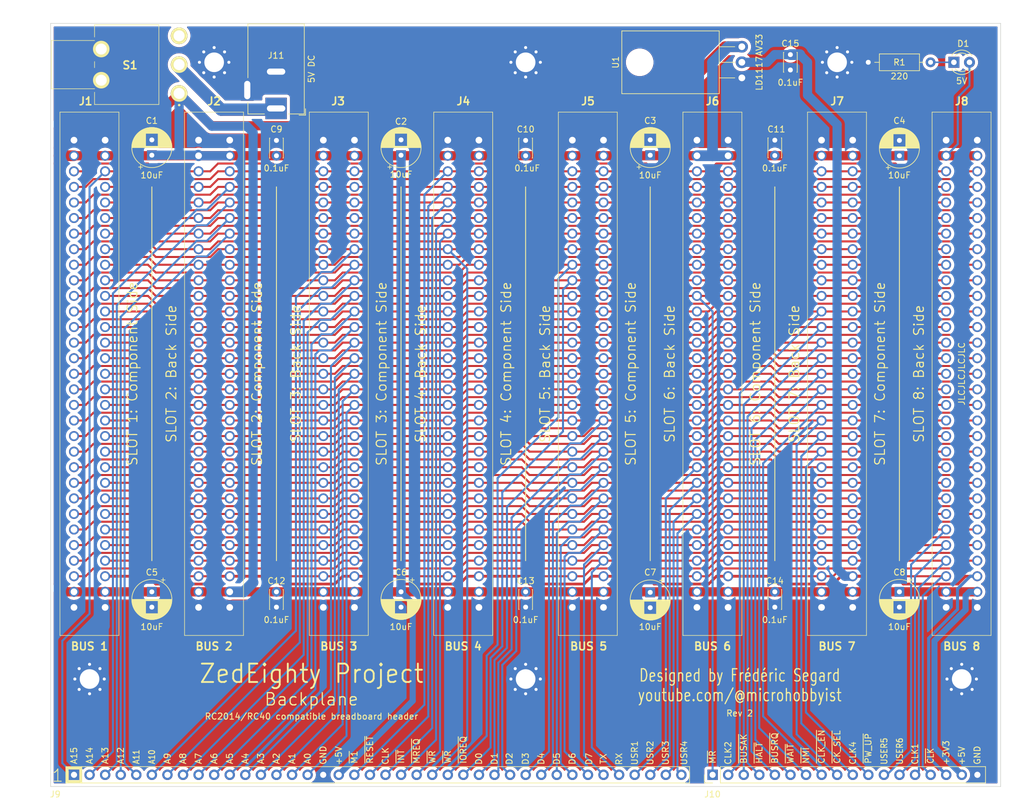
<source format=kicad_pcb>
(kicad_pcb (version 20211014) (generator pcbnew)
  (title_block (date "2022-10-08") (rev "2"))
  (layers (0 "F.Cu" mixed) (31 "B.Cu" mixed) (34 "B.Paste" user) (35 "F.Paste" user) (36 "B.SilkS" user "B.Silkscreen") (37 "F.SilkS" user "F.Silkscreen") (38 "B.Mask" user) (39 "F.Mask" user) (44 "Edge.Cuts" user))
  (net 0 "")
  (net 1 "+5V")
  (net 2 "GND")
  (net 3 "Net-(D1-Pad1)")
  (net 4 "/A15")
  (net 5 "/A14")
  (net 6 "/A13")
  (net 7 "/A12")
  (net 8 "/A11")
  (net 9 "/A10")
  (net 10 "/A9")
  (net 11 "/A8")
  (net 12 "/A7")
  (net 13 "/A6")
  (net 14 "/A5")
  (net 15 "/A4")
  (net 16 "/A3")
  (net 17 "/A2")
  (net 18 "/A1")
  (net 19 "/A0")
  (net 20 "/D0")
  (net 21 "/D1")
  (net 22 "/D2")
  (net 23 "/D3")
  (net 24 "/D4")
  (net 25 "/D5")
  (net 26 "/D6")
  (net 27 "/D7")
  (net 28 "/TX")
  (net 29 "/RX")
  (net 30 "/~{M1}")
  (net 31 "/~{RESET}")
  (net 32 "/CLK")
  (net 33 "/~{INT}")
  (net 34 "/~{MREQ}")
  (net 35 "/~{WR}")
  (net 36 "/~{RD}")
  (net 37 "/~{IORQ}")
  (net 38 "/~{MR}")
  (net 39 "/CLK2")
  (net 40 "/~{BUSAK}")
  (net 41 "/~{HALT}")
  (net 42 "/~{BUSRQ}")
  (net 43 "/~{WAIT}")
  (net 44 "/~{NMI}")
  (net 45 "/~{CLK_DIS}")
  (net 46 "/~{CLK_SEL}")
  (net 47 "/CLK4")
  (net 48 "/USER1")
  (net 49 "/USER2")
  (net 50 "/USER3")
  (net 51 "/USER4")
  (net 52 "/USER5")
  (net 53 "/USER6")
  (net 54 "/CLK1")
  (net 55 "/~{CLK}")
  (net 57 "+3V3")
  (net 58 "Net-(J11-Pad1)")
  (net 59 "/~{PWR_UP}")
  (footprint "MountingHole:MountingHole_3.2mm_M3_Pad_Via" (layer "F.Cu") (at 163.83 41.91)
    (fp_text reference "H3" hide)
    (fp_text value "MH")
  )
  (footprint "Capacitor_THT:CP_Radial_D6.3mm_P2.50mm" (layer "F.Cu") (at 92.71 128.27 -90)
    (fp_text reference "C6")
    (fp_text value "10uF")
  )
  (footprint "Connector_BarrelJack:BarrelJack_Horizontal" (layer "F.Cu") (at 72.3315 49.434 -90)
    (fp_text reference "J11")
    (fp_text value "5V DC")
  )
  (footprint "Capacitor_THT:C_Disc_D3.0mm_W2.0mm_P2.50mm" (layer "F.Cu") (at 153.67 57.11 90)
    (fp_text reference "C11")
    (fp_text value "0.1uF")
  )
  (footprint "Capacitor_THT:CP_Radial_D6.3mm_P2.50mm" (layer "F.Cu") (at 52.07 57.062379 90)
    (fp_text reference "C1")
    (fp_text value "10uF")
  )
  (footprint "MountingHole:MountingHole_3.2mm_M3_Pad_Via" (layer "F.Cu") (at 41.91 142.494)
    (fp_text reference "H4" hide)
    (fp_text value "MH")
  )
  (footprint "Package_TO_SOT_THT:TO-220-3_Horizontal_TabDown" (layer "F.Cu") (at 148.295 44.45 90)
    (fp_text reference "U1")
    (fp_text value "LD1117AV33")
  )
  (footprint "Capacitor_THT:CP_Radial_D6.3mm_P2.50mm" (layer "F.Cu") (at 52.07 128.27 -90)
    (fp_text reference "C5")
    (fp_text value "10uF")
  )
  (footprint "Resistor_THT:R_Axial_DIN0207_L6.3mm_D2.5mm_P10.16mm_Horizontal" (layer "F.Cu") (at 168.91 41.91)
    (fp_text reference "R1")
    (fp_text value "220")
  )
  (footprint "Capacitor_THT:C_Disc_D3.0mm_W2.0mm_P2.50mm" (layer "F.Cu") (at 72.39 128.27 -90)
    (fp_text reference "C12")
    (fp_text value "0.1uF")
  )
  (footprint "0_Z80_Library:ISA_Connector" (layer "F.Cu") (at 85.117 54.61 -90)
    (fp_text reference "J3")
    (fp_text value "BUS 3")
  )
  (footprint "Capacitor_THT:C_Disc_D3.0mm_W2.0mm_P2.50mm" (layer "F.Cu") (at 113.03 128.27 -90)
    (fp_text reference "C13")
    (fp_text value "0.1uF")
  )
  (footprint "0_Z80_Library:ISA_Connector" (layer "F.Cu") (at 105.41 54.61 -90)
    (fp_text reference "J4")
    (fp_text value "BUS 4")
  )
  (footprint "0_Z80_Library:ISA_Connector" (layer "F.Cu") (at 186.69 54.61 -90)
    (fp_text reference "J8")
    (fp_text value "BUS 8")
  )
  (footprint "LED_THT:LED_D3.0mm" (layer "F.Cu") (at 182.875 41.91)
    (fp_text reference "D1")
    (fp_text value "5V")
  )
  (footprint "Capacitor_THT:CP_Radial_D6.3mm_P2.50mm" (layer "F.Cu") (at 92.71 57.062379 90)
    (fp_text reference "C2")
    (fp_text value "10uF")
  )
  (footprint "0_Z80_Library:ISA_Connector" (layer "F.Cu") (at 64.77 54.61 -90)
    (fp_text reference "J2")
    (fp_text value "BUS 2")
  )
  (footprint "MountingHole:MountingHole_3.2mm_M3_Pad_Via" (layer "F.Cu") (at 113.03 142.494)
    (fp_text reference "H5" hide)
    (fp_text value "MH")
  )
  (footprint "Capacitor_THT:CP_Radial_D6.3mm_P2.50mm" (layer "F.Cu") (at 133.35 57.062379 90)
    (fp_text reference "C3")
    (fp_text value "10uF")
  )
  (footprint "Connector_PinHeader_2.54mm:PinHeader_1x18_P2.54mm_Vertical" (layer "F.Cu") (at 143.525 158.115 90)
    (fp_text reference "J10")
    (fp_text value "EXTENDED BUS")
  )
  (footprint "Capacitor_THT:CP_Radial_D6.3mm_P2.50mm" (layer "F.Cu") (at 173.99 128.27 -90)
    (fp_text reference "C8")
    (fp_text value "10uF")
  )
  (footprint "Capacitor_THT:C_Disc_D3.0mm_W2.0mm_P2.50mm" (layer "F.Cu") (at 156.21 40.66 -90)
    (fp_text reference "C15")
    (fp_text value "0.1uF")
  )
  (footprint "0_Z80_Library:SPDT_NKK_SWITCH_M2012S2A2W30" (layer "F.Cu") (at 56.515 46.99 -90)
    (fp_text reference "S1")
    (fp_text value "POWER" hide)
  )
  (footprint "Capacitor_THT:CP_Radial_D6.3mm_P2.50mm" (layer "F.Cu") (at 173.99 57.15 90)
    (fp_text reference "C4")
    (fp_text value "10uF")
  )
  (footprint "Capacitor_THT:C_Disc_D3.0mm_W2.0mm_P2.50mm" (layer "F.Cu") (at 72.39 57.15 90)
    (fp_text reference "C9")
    (fp_text value "0.1uF")
  )
  (footprint "MountingHole:MountingHole_3.2mm_M3_Pad_Via" (layer "F.Cu") (at 62.23 41.91)
    (fp_text reference "H1" hide)
    (fp_text value "MH")
  )
  (footprint "Capacitor_THT:CP_Radial_D6.3mm_P2.50mm" (layer "F.Cu") (at 133.35 128.357621 -90)
    (fp_text reference "C7")
    (fp_text value "10uF")
  )
  (footprint "Capacitor_THT:C_Disc_D3.0mm_W2.0mm_P2.50mm" (layer "F.Cu") (at 113.03 57.15 90)
    (fp_text reference "C10")
    (fp_text value "0.1uF")
  )
  (footprint "0_Z80_Library:ISA_Connector" (layer "F.Cu") (at 44.45 54.61 -90)
    (fp_text reference "J1")
    (fp_text value "BUS 1")
  )
  (footprint "Capacitor_THT:C_Disc_D3.0mm_W2.0mm_P2.50mm" (layer "F.Cu") (at 153.67 128.27 -90)
    (fp_text reference "C14")
    (fp_text value "0.1uF")
  )
  (footprint "Connector_PinHeader_2.54mm:PinHeader_1x40_P2.54mm_Vertical" (layer "F.Cu") (at 39.375 158.115 90)
    (fp_text reference "J9")
    (fp_text value "BASIC BUS")
  )
  (footprint "0_Z80_Library:ISA_Connector" (layer "F.Cu") (at 125.73 54.61 -90)
    (fp_text reference "J5")
    (fp_text value "BUS 5")
  )
  (footprint "MountingHole:MountingHole_3.2mm_M3_Pad_Via" (layer "F.Cu") (at 113.03 41.91)
    (fp_text reference "H2" hide)
    (fp_text value "MH")
  )
  (footprint "MountingHole:MountingHole_3.2mm_M3_Pad_Via" (layer "F.Cu") (at 184.15 142.494)
    (fp_text reference "H6" hide)
    (fp_text value "MH")
  )
  (footprint "0_Z80_Library:ISA_Connector" (layer "F.Cu") (at 166.37 54.61 -90)
    (fp_text reference "J7")
    (fp_text value "BUS 7")
  )
  (footprint "0_Z80_Library:ISA_Connector" (layer "F.Cu") (at 146.05 54.61 -90)
    (fp_text reference "J6")
    (fp_text value "BUS 6")
  )
  (gr_line (start 113.03 62.23) (end 113.03 123.19) (layer "F.SilkS") (width 0.15))
  (gr_line (start 38.1762 159.3596) (end 38.1762 156.8704) (layer "F.SilkS") (width 0.2))
  (gr_line (start 153.67 62.23) (end 153.67 123.19) (layer "F.SilkS") (width 0.15))
  (gr_rect (start 38.4302 157.1752) (end 40.3098 159.0548) (layer "F.SilkS") (width 0.12) (fill none))
  (gr_line (start 40.5384 159.3596) (end 40.5384 156.8704) (layer "F.SilkS") (width 0.2))
  (gr_line (start 35.687 46.228) (end 35.687 38.354) (layer "F.SilkS") (width 0.1))
  (gr_line (start 35.687 38.354) (end 42.728877 38.354) (layer "F.SilkS") (width 0.1))
  (gr_line (start 38.1 159.1818) (end 40.5892 159.1818) (layer "F.SilkS") (width 0.2))
  (gr_line (start 72.39 62.23) (end 72.39 123.19) (layer "F.SilkS") (width 0.15))
  (gr_line (start 42.733267 46.228) (end 35.687 46.228) (layer "F.SilkS") (width 0.1))
  (gr_line (start 40.645 156.785) (end 38.045 156.785) (layer "F.SilkS") (width 0.12))
  (gr_line (start 39.375 159.445) (end 40.6654 159.445) (layer "F.SilkS") (width 0.12))
  (gr_line (start 38.1 156.8958) (end 40.5892 156.8958) (layer "F.SilkS") (width 0.2))
  (gr_line (start 92.71 62.23) (end 92.71 123.19) (layer "F.SilkS") (width 0.15))
  (gr_line (start 38.1 159.3088) (end 40.5892 159.3088) (layer "F.SilkS") (width 0.2))
  (gr_line (start 173.99 62.23) (end 173.99 123.19) (layer "F.SilkS") (width 0.15))
  (gr_line (start 38.3286 159.3596) (end 38.3286 156.8704) (layer "F.SilkS") (width 0.2))
  (gr_line (start 52.07 62.23) (end 52.07 123.19) (layer "F.SilkS") (width 0.15))
  (gr_line (start 133.35 62.23) (end 133.35 123.19) (layer "F.SilkS") (width 0.15))
  (gr_line (start 38.1 157.0482) (end 40.5892 157.0482) (layer "F.SilkS") (width 0.2))
  (gr_line (start 40.4114 159.3596) (end 40.4114 156.8704) (layer "F.SilkS") (width 0.2))
  (gr_line (start 38.045 158.115) (end 38.045 156.785) (layer "F.SilkS") (width 0.12))
  (gr_line (start 190.5 35.56) (end 190.5 160.02) (layer "Edge.Cuts") (width 0.1))
  (gr_line (start 35.56 160.02) (end 190.5 160.02) (layer "Edge.Cuts") (width 0.1))
  (gr_line (start 35.56 160.02) (end 35.56 35.56) (layer "Edge.Cuts") (width 0.1))
  (gr_line (start 190.5 35.56) (end 35.56 35.56) (layer "Edge.Cuts") (width 0.1))
  (gr_text "~{CK_SEL}" (at 163.83 156.3878 90) (layer "F.SilkS") (effects (font (size 1 1)) (justify left)))
  (gr_text "+5V" (at 184.15 156.6164 90) (layer "F.SilkS") (effects (font (size 1 1)) (justify left)))
  (gr_text "A6" (at 62.23 156.464 90) (layer "F.SilkS") (effects (font (size 1 1)) (justify left)))
  (gr_text "A10" (at 52.07 156.464 90) (layer "F.SilkS") (effects (font (size 1 0.85)) (justify left)))
  (gr_text "SLOT 4: Back Side" (at 95.885 92.71 90) (layer "F.SilkS") (effects (font (size 1.6 1.6) (thickness 0.18))))
  (gr_text "A5" (at 64.77 156.464 90) (layer "F.SilkS") (effects (font (size 1 1)) (justify left)))
  (gr_text "SLOT 5: Component Side" (at 130.175 92.71 90) (layer "F.SilkS") (effects (font (size 1.6 1.6) (thickness 0.18))))
  (gr_text "SLOT 1: Component Side" (at 48.895 92.71 90) (layer "F.SilkS") (effects (font (size 1.6 1.6) (thickness 0.18))))
  (gr_text "SLOT 5: Back Side" (at 116.205 92.71 90) (layer "F.SilkS") (effects (font (size 1.6 1.6) (thickness 0.18))))
  (gr_text "~{MR}" (at 143.51 156.3878 90) (layer "F.SilkS") (effects (font (size 1 1)) (justify left)))
  (gr_text "+3V3" (at 181.61 156.6164 90) (layer "F.SilkS") (effects (font (size 1 1)) (justify left)))
  (gr_text "~{IOREQ}" (at 102.87 156.3878 90) (layer "F.SilkS") (effects (font (size 1 1)) (justify left)))
  (gr_text "RX" (at 128.27 156.618165 90) (layer "F.SilkS") (effects (font (size 1 1)) (justify left)))
  (gr_text "D7" (at 123.3678 156.591 90) (layer "F.SilkS") (effects (font (size 1 1)) (justify left)))
  (gr_text "SLOT 3: Component Side" (at 89.535 92.71 90) (layer "F.SilkS") (effects (font (size 1.6 1.6) (thickness 0.18))))
  (gr_text "SLOT 8: Back Side" (at 177.165 92.71 90) (layer "F.SilkS") (effects (font (size 1.6 1.6) (thickness 0.18))))
  (gr_text "D4" (at 115.561609 156.5641 90) (layer "F.SilkS") (effects (font (size 1 1)) (justify left)))
  (gr_text "SLOT 4: Component Side" (at 109.855 92.71 90) (layer "F.SilkS") (effects (font (size 1.6 1.6) (thickness 0.18))))
  (gr_text "SLOT 2: Component Side" (at 69.215 92.71 90) (layer "F.SilkS") (effects (font (size 1.6 1.6) (thickness 0.18))))
  (gr_text "A2" (at 72.39 156.464 90) (layer "F.SilkS") (effects (font (size 1 1)) (justify left)))
  (gr_text "CLK2" (at 146.05 156.5402 90) (layer "F.SilkS") (effects (font (size 1 1)) (justify left)))
  (gr_text "USR4" (at 138.8618 156.6164 90) (layer "F.SilkS") (effects (font (size 1 1)) (justify left)))
  (gr_text "CLK4" (at 166.3954 156.5402 90) (layer "F.SilkS") (effects (font (size 1 1)) (justify left)))
  (gr_text "~{M1}" (at 85.09 156.3878 90) (layer "F.SilkS") (effects (font (size 1 1)) (justify left)))
  (gr_text "D6" (at 120.641609 156.5641 90) (layer "F.SilkS") (effects (font (size 1 1)) (justify left)))
  (gr_text "ZedEighty Project" (at 78.105 141.605) (layer "F.SilkS") (effects (font (size 3 2.75) (thickness 0.3))))
  (gr_text "Rev 2" (at 147.9296 148.082) (layer "F.SilkS") (effects (font (size 1 1))))
  (gr_text "SLOT 6: Component Side" (at 150.495 92.71 90) (layer "F.SilkS") (effects (font (size 1.6 1.6) (thickness 0.18))))
  (gr_text "SLOT 7: Back Side" (at 156.845 92.71 90) (layer "F.SilkS") (effects (font (size 1.6 1.6) (thickness 0.18))))
  (gr_text "~{BUSRQ}" (at 153.67 156.3878 90) (layer "F.SilkS") (effects (font (size 1 1)) (justify left)))
  (gr_text "D1" (at 107.941609 156.5641 90) (layer "F.SilkS") (effects (font (size 1 1)) (justify left)))
  (gr_text "A15" (at 39.37 156.464 90) (layer "F.SilkS") (effects (font (size 1 1)) (justify left)))
  (gr_text "~{WR}" (at 97.79 156.3878 90) (layer "F.SilkS") (effects (font (size 1 1)) (justify left)))
  (gr_text "USR3" (at 135.8646 156.6164 90) (layer "F.SilkS") (effects (font (size 1 1)) (justify left)))
  (gr_text "~{WR}" (at 100.33 156.3878 90) (layer "F.SilkS") (effects (font (size 1 1)) (justify left)))
  (gr_text "D2" (at 110.375074 156.565869 90) (layer "F.SilkS") (effects (font (size 1 1)) (justify left)))
  (gr_text "+5V" (at 82.55 156.6164 90) (layer "F.SilkS") (effects (font (size 1 1)) (justify left)))
  (gr_text "D0" (at 105.401609 156.5641 90) (layer "F.SilkS") (effects (font (size 1 1)) (justify left)))
  (gr_text "~{HALT}" (at 151.13 156.3878 90) (layer "F.SilkS") (effects (font (size 1 1)) (justify left)))
  (gr_text "A14" (at 41.91 156.464 90) (layer "F.SilkS") (effects (font (size 1 1)) (justify left)))
  (gr_text "GND" (at 186.69 156.5402 90) (layer "F.SilkS") (effects (font (size 1 1)) (justify left)))
  (gr_text "A1" (at 74.93 156.464 90) (layer "F.SilkS") (effects (font (size 1 1)) (justify left)))
  (gr_text "1" (at 36.7284 158.242) (layer "F.SilkS") (effects (font (size 2 2))))
  (gr_text "~{MREQ}" (at 95.25 156.3878 90) (layer "F.SilkS") (effects (font (size 1 1)) (justify left)))
  (gr_text "~{CLK_EN}" (at 161.29 156.3878 90) (layer "F.SilkS") (effects (font (size 1 1)) (justify left)))
  (gr_text "~{PW_UP}" (at 168.91 156.3878 90) (layer "F.SilkS") (effects (font (size 1 1)) (justify left)))
  (gr_text "A8" (at 57.15 156.464 90) (layer "F.SilkS") (effects (font (size 1 1)) (justify left)))
  (gr_text "USR1" (at 130.81 156.618165 90) (layer "F.SilkS") (effects (font (size 1 1)) (justify left)))
  (gr_text "A4" (at 67.31 156.464 90) (layer "F.SilkS") (effects (font (size 1 1)) (justify left)))
  (gr_text "A7" (at 59.69 156.464 90) (layer "F.SilkS") (effects (font (size 1 1)) (justify left)))
  (gr_text "GND" (at 80.01 156.5402 90) (layer "F.SilkS") (effects (font (size 1 1)) (justify left)))
  (gr_text "SLOT 2: Back Side" (at 55.245 92.71 90) (layer "F.SilkS") (effects (font (size 1.6 1.6) (thickness 0.18))))
  (gr_text "~{WAIT}" (at 156.21 156.3878 90) (layer "F.SilkS") (effects (font (size 1 1)) (justify left)))
  (gr_text "SLOT 3: Back Side" (at 75.565 92.71 90) (layer "F.SilkS") (effects (font (size 1.6 1.6) (thickness 0.18))))
  (gr_text "~{NMI}" (at 158.75 156.3878 90) (layer "F.SilkS") (effects (font (size 1 1)) (justify left)))
  (gr_text "Designed by Frédéric Segard\nyoutube.com/@microhobbyist" (at 147.955 143.51) (layer "F.SilkS") (effects (font (size 2 1.5) (thickness 0.2))))
  (gr_text "A12" (at 46.99 156.464 90) (layer "F.SilkS") (effects (font (size 1 1)) (justify left)))
  (gr_text "~{RESET}" (at 87.63 156.3878 90) (layer "F.SilkS") (effects (font (size 1 1)) (justify left)))
  (gr_text "A13" (at 44.45 156.464 90) (layer "F.SilkS") (effects (font (size 1 1)) (justify left)))
  (gr_text "A11" (at 49.53 156.464 90) (layer "F.SilkS") (effects (font (size 1 0.85)) (justify left)))
  (gr_text "~{INT}" (at 92.71 156.3878 90) (layer "F.SilkS") (effects (font (size 1 1)) (justify left)))
  (gr_text "D3" (at 113.021609 156.5641 90) (layer "F.SilkS") (effects (font (size 1 1)) (justify left)))
  (gr_text "USR2" (at 133.35 156.618165 90) (layer "F.SilkS") (effects (font (size 1 1)) (justify left)))
  (gr_text "A3" (at 69.85 156.464 90) (layer "F.SilkS") (effects (font (size 1 1)) (justify left)))
  (gr_text "A0" (at 77.47 156.464 90) (layer "F.SilkS") (effects (font (size 1 1)) (justify left)))
  (gr_text "Backplane" (at 78.105 145.796) (layer "F.SilkS") (effects (font (size 2 2) (thickness 0.2))))
  (gr_text "CLK" (at 90.17 156.5402 90) (layer "F.SilkS") (effects (font (size 1 1)) (justify left)))
  (gr_text "~{CLK}" (at 179.07 156.3878 90) (layer "F.SilkS") (effects (font (size 1 0.9)) (justify left)))
  (gr_text "D5" (at 118.101609 156.5641 90) (layer "F.SilkS") (effects (font (size 1 1)) (justify left)))
  (gr_text "JLCJLCJLCJLC" (at 184.15 92.71 90) (layer "F.SilkS") (effects (font (size 1 1))))
  (gr_text "CLK1" (at 176.53 156.5148 90) (layer "F.SilkS") (effects (font (size 1 0.9)) (justify left)))
  (gr_text "USER5" (at 171.5008 156.5402 90) (layer "F.SilkS") (effects (font (size 1 0.9)) (justify left)))
  (gr_text "USER6" (at 174.0408 156.5402 90) (layer "F.SilkS") (effects (font (size 1 0.9)) (justify left)))
  (gr_text "A9" (at 54.61 156.464 90) (layer "F.SilkS") (effects (font (size 1 1)) (justify left)))
  (gr_text "~{BUSAK}" (at 148.59 156.3878 90) (layer "F.SilkS") (effects (font (size 1 1)) (justify left)))
  (gr_text "TX" (at 125.73 156.464 90) (layer "F.SilkS") (effects (font (size 1 1)) (justify left)))
  (gr_text "SLOT 7: Component Side" (at 170.815 92.71 90) (layer "F.SilkS") (effects (font (size 1.6 1.6) (thickness 0.18))))
  (gr_text "SLOT 6: Back Side" (at 136.525 92.71 90) (layer "F.SilkS") (effects (font (size 1.6 1.6) (thickness 0.18))))
  (gr_text "RC2014/RC40 compatible breadboard header" (at 78.105 148.59) (layer "F.SilkS") (effects (font (size 1 1))))
  (segment (start 36.83 58.42) (end 36.83 57.15) (width 1.5) (layer "F.Cu") (net 1))
  (segment (start 36.83 57.15) (end 36.83 52.705) (width 1.5) (layer "F.Cu") (net 1))
  (segment (start 132.656 52.259) (end 145.545 39.37) (width 1.75) (layer "F.Cu") (net 1))
  (segment (start 36.83 52.705) (end 38.735 50.8) (width 1.5) (layer "F.Cu") (net 1))
  (segment (start 56.515 46.99) (end 61.784 52.259) (width 1.5) (layer "F.Cu") (net 1))
  (segment (start 38.1 57.15) (end 36.83 58.42) (width 1.5) (layer "F.Cu") (net 1))
  (segment (start 52.705 50.8) (end 56.515 46.99) (width 1.5) (layer "F.Cu") (net 1))
  (segment (start 61.784 52.259) (end 132.656 52.259) (width 1.5) (layer "F.Cu") (net 1))
  (segment (start 38.1 57.15) (end 36.83 55.88) (width 1.5) (layer "F.Cu") (net 1))
  (segment (start 39.37 128.27) (end 38.1 128.27) (width 1.5) (layer "F.Cu") (net 1))
  (segment (start 39.37 128.27) (end 186.69 128.27) (width 1.5) (layer "F.Cu") (net 1))
  (segment (start 39.37 57.15) (end 36.83 57.15) (width 1.5) (layer "F.Cu") (net 1))
  (segment (start 39.37 57.15) (end 186.69 57.15) (width 1.5) (layer "F.Cu") (net 1))
  (segment (start 38.1 128.27) (end 36.83 127) (width 1.5) (layer "F.Cu") (net 1))
  (segment (start 39.37 57.15) (end 38.1 57.15) (width 1.75) (layer "F.Cu") (net 1))
  (segment (start 145.545 39.37) (end 148.295 39.37) (width 1.75) (layer "F.Cu") (net 1))
  (segment (start 38.735 50.8) (end 52.705 50.8) (width 1.5) (layer "F.Cu") (net 1))
  (segment (start 36.83 127) (end 36.83 58.42) (width 1.5) (layer "F.Cu") (net 1))
  (segment (start 186.69 128.27) (end 185.42 128.27) (width 1) (layer "B.Cu") (net 1))
  (segment (start 56.515 46.99) (end 61.849 52.324) (width 1.5) (layer "B.Cu") (net 1))
  (segment (start 140.97 57.15) (end 143.51 57.15) (width 1.75) (layer "B.Cu") (net 1))
  (segment (start 94.615 146.055) (end 94.615 130.175) (width 1) (layer "B.Cu") (net 1))
  (segment (start 67.056 128.27) (end 64.77 128.27) (width 1.75) (layer "B.Cu") (net 1))
  (segment (start 143.51 57.15) (end 146.05 57.15) (width 1.75) (layer "B.Cu") (net 1))
  (segment (start 92.71 128.27) (end 92.71 57.062379) (width 1.5) (layer "B.Cu") (net 1))
  (segment (start 185.42 128.27) (end 184.785 128.905) (width 1) (layer "B.Cu") (net 1))
  (segment (start 185.415 45.725) (end 183.515 47.625) (width 0.333) (layer "B.Cu") (net 1))
  (segment (start 68.58 126.746) (end 67.056 128.27) (width 1.75) (layer "B.Cu") (net 1))
  (segment (start 183.515 55.245) (end 181.61 57.15) (width 0.333) (layer "B.Cu") (net 1))
  (segment (start 59.69 57.15) (end 64.77 57.15) (width 1.5) (layer "B.Cu") (net 1))
  (segment (start 56.515 46.99) (end 56.515 56.515) (width 1.5) (layer "B.Cu") (net 1))
  (segment (start 183.515 47.625) (end 183.515 55.245) (width 0.333) (layer "B.Cu") (net 1))
  (segment (start 184.785 128.905) (end 184.785 131.191) (width 1) (layer "B.Cu") (net 1))
  (segment (start 179.705 138.43) (end 179.705 136.271) (width 1) (layer "B.Cu") (net 1))
  (segment (start 179.705 138.43) (end 179.705 153.655) (width 1) (layer "B.Cu") (net 1))
  (segment (start 59.602379 57.062379) (end 59.69 57.15) (width 1.75) (layer "B.Cu") (net 1))
  (segment (start 185.415 45.725) (end 185.415 41.91) (width 0.333) (layer "B.Cu") (net 1))
  (segment (start 56.515 56.515) (end 55.967621 57.062379) (width 1.5) (layer "B.Cu") (net 1))
  (segment (start 146.05 39.37) (end 143.51 41.91) (width 1.75) (layer "B.Cu") (net 1))
  (segment (start 82.555 158.115) (end 94.615 146.055) (width 1) (layer "B.Cu") (net 1))
  (segment (start 52.07 57.062379) (end 55.967621 57.062379) (width 1.5) (layer "B.Cu") (net 1))
  (segment (start 143.51 41.91) (end 143.51 57.15) (width 1.75) (layer "B.Cu") (net 1))
  (segment (start 179.705 136.271) (end 184.785 131.191) (width 1) (layer "B.Cu") (net 1))
  (segment (start 148.295 39.37) (end 146.05 39.37) (width 1.75) (layer "B.Cu") (net 1))
  (segment (start 68.58 53.34) (end 68.58 126.746) (width 1.5) (layer "B.Cu") (net 1))
  (segment (start 67.564 52.324) (end 68.58 53.34) (width 1.5) (layer "B.Cu") (net 1))
  (segment (start 179.705 153.655) (end 184.165 158.115) (width 1) (layer "B.Cu") (net 1))
  (segment (start 55.967621 57.062379) (end 59.602379 57.062379) (width 1.5) (layer "B.Cu") (net 1))
  (segment (start 61.849 52.324) (end 67.564 52.324) (width 1.5) (layer "B.Cu") (net 1))
  (segment (start 94.615 130.175) (end 92.71 128.27) (width 1) (layer "B.Cu") (net 1))
  (segment (start 67.6315 46.434) (end 67.6315 45.4065) (width 2.5) (layer "F.Cu") (net 2))
  (segment (start 44.07 40.005) (end 43.815 39.75) (width 0.75) (layer "F.Cu") (net 2))
  (segment (start 187.96 54.61) (end 189.23 55.88) (width 1.5) (layer "F.Cu") (net 2))
  (segment (start 62.23 41.91) (end 60.325 40.005) (width 0.75) (layer "F.Cu") (net 2))
  (segment (start 113.03 130.81) (end 39.37 130.81) (width 1.5) (layer "F.Cu") (net 2))
  (segment (start 186.69 54.61) (end 187.96 54.61) (width 1.5) (layer "F.Cu") (net 2))
  (segment (start 66.754 46.434) (end 62.23 41.91) (width 2.5) (layer "F.Cu") (net 2))
  (segment (start 186.69 54.61) (end 39.37 54.61) (width 1.5) (layer "F.Cu") (net 2))
  (segment (start 189.23 55.88) (end 189.23 129.54) (width 1.5) (layer "F.Cu") (net 2))
  (segment (start 187.96 130.81) (end 186.69 130.81) (width 1.5) (layer "F.Cu") (net 2))
  (segment (start 67.6315 46.0335) (end 70.231 43.434) (width 2.5) (layer "F.Cu") (net 2))
  (segment (start 67.6315 46.434) (end 67.6315 46.0335) (width 2.5) (layer "F.Cu") (net 2))
  (segment (start 113.03 130.81) (end 113.03 142.494) (width 1.5) (layer "F.Cu") (net 2))
  (segment (start 148.295 44.45) (end 148.295 52.365) (width 1.75) (layer "F.Cu") (net 2))
  (segment (start 69.3315 46.434) (end 72.3315 43.434) (width 2.5) (layer "F.Cu") (net 2))
  (segment (start 65.659 43.434) (end 63.754 43.434) (width 2.5) (layer "F.Cu") (net 2))
  (segment (start 189.23 129.54) (end 187.96 130.81) (width 1.5) (layer "F.Cu") (net 2))
  (segment (start 67.6315 46.434) (end 66.754 46.434) (width 2.5) (layer "F.Cu") (net 2))
  (segment (start 43.815 39.75) (end 43.815 44.83) (width 2.5) (layer "F.Cu") (net 2))
  (segment (start 186.69 130.81) (end 113.03 130.81) (width 1.5) (layer "F.Cu") (net 2))
  (segment (start 67.6315 46.434) (end 69.3315 46.434) (width 2.5) (layer "F.Cu") (net 2))
  (segment (start 60.325 40.005) (end 44.07 40.005) (width 0.75) (layer "F.Cu") (net 2))
  (segment (start 67.6315 45.4065) (end 65.659 43.434) (width 2.5) (layer "F.Cu") (net 2))
  (segment (start 63.754 43.434) (end 62.23 41.91) (width 2.5) (layer "F.Cu") (net 2))
  (segment (start 72.3315 43.434) (end 70.231 43.434) (width 2.5) (layer "F.Cu") (net 2))
  (segment (start 148.295 52.365) (end 146.05 54.61) (width 1.75) (layer "F.Cu") (net 2))
  (segment (start 70.231 43.434) (end 65.659 43.434) (width 2.5) (layer "F.Cu") (net 2))
  (segment (start 82.55 54.61) (end 82.55 48.895) (width 1.5) (layer "B.Cu") (net 2))
  (segment (start 188.595 142.621) (end 188.595 143.51) (width 1) (layer "B.Cu") (net 2))
  (segment (start 188.595 135.255) (end 188.595 142.113) (width 1) (layer "B.Cu") (net 2))
  (segment (start 82.55 48.895) (end 77.089 43.434) (width 1.5) (layer "B.Cu") (net 2))
  (segment (start 77.089 43.434) (end 72.3315 43.434) (width 1.5) (layer "B.Cu") (net 2))
  (segment (start 166.37 54.61) (end 166.37 44.45) (width 1.5) (layer "B.Cu") (net 2))
  (segment (start 148.295 44.45) (end 148.295 52.365) (width 1.5) (layer "B.Cu") (net 2))
  (segment (start 92.71 145.42) (end 92.71 130.77) (width 1) (layer "B.Cu") (net 2))
  (segment (start 80.015 158.115) (end 92.71 145.42) (width 1) (layer "B.Cu") (net 2))
  (segment (start 166.37 44.45) (end 163.83 41.91) (width 1.5) (layer "B.Cu") (net 2))
  (segment (start 154.92 44.45) (end 156.21 43.16) (width 1.5) (layer "B.Cu") (net 2))
  (segment (start 184.277 142.621) (end 184.15 142.494) (width 1) (layer "B.Cu") (net 2))
  (segment (start 148.295 44.45) (end 154.92 44.45) (width 1.5) (layer "B.Cu") (net 2))
  (segment (start 188.595 156.225) (end 186.705 158.115) (width 1) (layer "B.Cu") (net 2))
  (segment (start 44.45 130.81) (end 44.45 133.858) (width 1.5) (layer "B.Cu") (net 2))
  (segment (start 41.91 136.398) (end 41.91 142.494) (width 1.5) (layer "B.Cu") (net 2))
  (segment (start 168.91 41.91) (end 163.83 41.91) (width 0.25) (layer "B.Cu") (net 2))
  (segment (start 186.69 130.81) (end 186.69 133.35) (width 1) (layer "B.Cu") (net 2))
  (segment (start 188.595 142.621) (end 184.277 142.621) (width 1) (layer "B.Cu") (net 2))
  (segment (start 186.69 133.35) (end 188.595 135.255) (width 1) (layer "B.Cu") (net 2))
  (segment (start 44.45 133.858) (end 41.91 136.398) (width 1.5) (layer "B.Cu") (net 2))
  (segment (start 80.037 54.61) (end 82.55 54.61) (width 1.5) (layer "B.Cu") (net 2))
  (segment (start 82.55 54.61) (end 85.117 54.61) (width 1.5) (layer "B.Cu") (net 2))
  (segment (start 148.295 52.365) (end 146.05 54.61) (width 1.5) (layer "B.Cu") (net 2))
  (segment (start 188.595 143.51) (end 188.595 156.225) (width 1) (layer "B.Cu") (net 2))
  (segment (start 188.595 142.113) (end 188.595 142.621) (width 1) (layer "B.Cu") (net 2))
  (segment (start 182.875 41.91) (end 179.07 41.91) (width 0.25) (layer "B.Cu") (net 3))
  (segment (start 144.145 59.69) (end 142.875 60.96) (width 0.333) (layer "F.Cu") (net 4))
  (segment (start 92.075 59.69) (end 85.09 59.69) (width 0.333) (layer "F.Cu") (net 4))
  (segment (start 52.705 60.96) (end 51.435 59.69) (width 0.333) (layer "F.Cu") (net 4))
  (segment (start 113.665 60.96) (end 112.395 59.69) (width 0.333) (layer "F.Cu") (net 4))
  (segment (start 93.345 60.96) (end 92.075 59.69) (width 0.333) (layer "F.Cu") (net 4))
  (segment (start 83.185 59.69) (end 81.915 60.96) (width 0.333) (layer "F.Cu") (net 4))
  (segment (start 71.755 59.69) (end 64.77 59.69) (width 0.333) (layer "F.Cu") (net 4))
  (segment (start 164.465 59.69) (end 163.195 60.96) (width 0.333) (layer "F.Cu") (net 4))
  (segment (start 153.035 59.69) (end 146.05 59.69) (width 0.333) (layer "F.Cu") (net 4))
  (segment (start 166.37 59.69) (end 164.465 59.69) (width 0.333) (layer "F.Cu") (net 4))
  (segment (start 174.625 60.96) (end 173.355 59.69) (width 0.333) (layer "F.Cu") (net 4))
  (segment (start 184.785 59.69) (end 183.515 60.96) (width 0.333) (layer "F.Cu") (net 4))
  (segment (start 81.915 60.96) (end 73.025 60.96) (width 0.333) (layer "F.Cu") (net 4))
  (segment (start 112.395 59.69) (end 105.41 59.69) (width 0.333) (layer "F.Cu") (net 4))
  (segment (start 173.355 59.69) (end 166.37 59.69) (width 0.333) (layer "F.Cu") (net 4))
  (segment (start 122.555 60.96) (end 113.665 60.96) (width 0.333) (layer "F.Cu") (net 4))
  (segment (start 142.875 60.96) (end 133.985 60.96) (width 0.333) (layer "F.Cu") (net 4))
  (segment (start 125.73 59.69) (end 123.825 59.69) (width 0.333) (layer "F.Cu") (net 4))
  (segment (start 61.595 60.96) (end 52.705 60.96) (width 0.333) (layer "F.Cu") (net 4))
  (segment (start 146.05 59.69) (end 144.145 59.69) (width 0.333) (layer "F.Cu") (net 4))
  (segment (start 62.865 59.69) (end 61.595 60.96) (width 0.333) (layer "F.Cu") (net 4))
  (segment (start 103.505 59.69) (end 102.235 60.96) (width 0.333) (layer "F.Cu") (net 4))
  (segment (start 123.825 59.69) (end 122.555 60.96) (width 0.333) (layer "F.Cu") (net 4))
  (segment (start 183.515 60.96) (end 174.625 60.96) (width 0.333) (layer "F.Cu") (net 4))
  (segment (start 186.69 59.69) (end 184.785 59.69) (width 0.333) (layer "F.Cu") (net 4))
  (segment (start 85.09 59.69) (end 83.185 59.69) (width 0.333) (layer "F.Cu") (net 4))
  (segment (start 163.195 60.96) (end 154.305 60.96) (width 0.333) (layer "F.Cu") (net 4))
  (segment (start 105.41 59.69) (end 103.505 59.69) (width 0.333) (layer "F.Cu") (net 4))
  (segment (start 51.435 59.69) (end 44.45 59.69) (width 0.333) (layer "F.Cu") (net 4))
  (segment (start 102.235 60.96) (end 93.345 60.96) (width 0.333) (layer "F.Cu") (net 4))
  (segment (start 73.025 60.96) (end 71.755 59.69) (width 0.333) (layer "F.Cu") (net 4))
  (segment (start 133.985 60.96) (end 132.715 59.69) (width 0.333) (layer "F.Cu") (net 4))
  (segment (start 64.77 59.69) (end 62.865 59.69) (width 0.333) (layer "F.Cu") (net 4))
  (segment (start 154.305 60.96) (end 153.035 59.69) (width 0.333) (layer "F.Cu") (net 4))
  (segment (start 132.715 59.69) (end 125.73 59.69) (width 0.333) (layer "F.Cu") (net 4))
  (segment (start 37.465 136.271) (end 41.91 131.826) (width 0.333) (layer "B.Cu") (net 4))
  (segment (start 37.465 156.21) (end 37.465 136.271) (width 0.333) (layer "B.Cu") (net 4))
  (segment (start 39.375 158.115) (end 39.37 158.115) (width 0.333) (layer "B.Cu") (net 4))
  (segment (start 41.91 62.23) (end 44.45 59.69) (width 0.333) (layer "B.Cu") (net 4))
  (segment (start 41.91 131.826) (end 41.91 62.23) (width 0.333) (layer "B.Cu") (net 4))
  (segment (start 39.37 158.115) (end 37.465 156.21) (width 0.333) (layer "B.Cu") (net 4))
  (segment (start 125.73 62.23) (end 123.825 62.23) (width 0.333) (layer "F.Cu") (net 5))
  (segment (start 122.555 63.5) (end 113.665 63.5) (width 0.333) (layer "F.Cu") (net 5))
  (segment (start 132.715 62.23) (end 125.73 62.23) (width 0.333) (layer "F.Cu") (net 5))
  (segment (start 144.145 62.23) (end 142.875 63.5) (width 0.333) (layer "F.Cu") (net 5))
  (segment (start 102.235 63.5) (end 93.345 63.5) (width 0.333) (layer "F.Cu") (net 5))
  (segment (start 112.395 62.23) (end 105.41 62.23) (width 0.333) (layer "F.Cu") (net 5))
  (segment (start 105.41 62.23) (end 103.505 62.23) (width 0.333) (layer "F.Cu") (net 5))
  (segment (start 62.865 62.23) (end 61.595 63.5) (width 0.333) (layer "F.Cu") (net 5))
  (segment (start 83.185 62.23) (end 81.915 63.5) (width 0.333) (layer "F.Cu") (net 5))
  (segment (start 64.77 62.23) (end 62.865 62.23) (width 0.333) (layer "F.Cu") (net 5))
  (segment (start 52.705 63.5) (end 51.435 62.23) (width 0.333) (layer "F.Cu") (net 5))
  (segment (start 93.345 63.5) (end 92.075 62.23) (width 0.333) (layer "F.Cu") (net 5))
  (segment (start 153.035 62.23) (end 146.05 62.23) (width 0.333) (layer "F.Cu") (net 5))
  (segment (start 103.505 62.23) (end 102.235 63.5) (width 0.333) (layer "F.Cu") (net 5))
  (segment (start 142.875 63.5) (end 133.985 63.5) (width 0.333) (layer "F.Cu") (net 5))
  (segment (start 113.665 63.5) (end 112.395 62.23) (width 0.333) (layer "F.Cu") (net 5))
  (segment (start 166.37 62.23) (end 164.465 62.23) (width 0.333) (layer "F.Cu") (net 5))
  (segment (start 92.075 62.23) (end 85.09 62.23) (width 0.333) (layer "F.Cu") (net 5))
  (segment (start 154.305 63.5) (end 153.035 62.23) (width 0.333) (layer "F.Cu") (net 5))
  (segment (start 61.595 63.5) (end 52.705 63.5) (width 0.333) (layer "F.Cu") (net 5))
  (segment (start 164.465 62.23) (end 163.195 63.5) (width 0.333) (layer "F.Cu") (net 5))
  (segment (start 51.435 62.23) (end 44.45 62.23) (width 0.333) (layer "F.Cu") (net 5))
  (segment (start 183.515 63.5) (end 174.625 63.5) (width 0.333) (layer "F.Cu") (net 5))
  (segment (start 186.69 62.23) (end 184.785 62.23) (width 0.333) (layer "F.Cu") (net 5))
  (segment (start 73.025 63.5) (end 71.755 62.23) (width 0.333) (layer "F.Cu") (net 5))
  (segment (start 173.355 62.23) (end 166.37 62.23) (width 0.333) (layer "F.Cu") (net 5))
  (segment (start 81.915 63.5) (end 73.025 63.5) (width 0.333) (layer "F.Cu") (net 5))
  (segment (start 85.09 62.23) (end 83.185 62.23) (width 0.333) (layer "F.Cu") (net 5))
  (segment (start 146.05 62.23) (end 144.145 62.23) (width 0.333) (layer "F.Cu") (net 5))
  (segment (start 174.625 63.5) (end 173.355 62.23) (width 0.333) (layer "F.Cu") (net 5))
  (segment (start 184.785 62.23) (end 183.515 63.5) (width 0.333) (layer "F.Cu") (net 5))
  (segment (start 163.195 63.5) (end 154.305 63.5) (width 0.333) (layer "F.Cu") (net 5))
  (segment (start 133.985 63.5) (end 132.715 62.23) (width 0.333) (layer "F.Cu") (net 5))
  (segment (start 123.825 62.23) (end 122.555 63.5) (width 0.333) (layer "F.Cu") (net 5))
  (segment (start 71.755 62.23) (end 64.77 62.23) (width 0.333) (layer "F.Cu") (net 5))
  (segment (start 61.0445 65.9555) (end 64.77 62.23) (width 0.333) (layer "B.Cu") (net 5))
  (segment (start 45.72 154.31) (end 45.72 79.603449) (width 0.333) (layer "B.Cu") (net 5))
  (segment (start 41.915 158.115) (end 45.72 154.31) (width 0.333) (layer "B.Cu") (net 5))
  (segment (start 59.367949 65.9555) (end 61.0445 65.9555) (width 0.333) (layer "B.Cu") (net 5))
  (segment (start 45.72 79.603449) (end 59.367949 65.9555) (width 0.333) (layer "B.Cu") (net 5))
  (segment (start 73.025 66.04) (end 71.755 64.77) (width 0.333) (layer "F.Cu") (net 6))
  (segment (start 122.555 66.04) (end 113.665 66.04) (width 0.333) (layer "F.Cu") (net 6))
  (segment (start 133.985 66.04) (end 132.715 64.77) (width 0.333) (layer "F.Cu") (net 6))
  (segment (start 64.77 64.77) (end 62.865 64.77) (width 0.333) (layer "F.Cu") (net 6))
  (segment (start 102.235 66.04) (end 93.345 66.04) (width 0.333) (layer "F.Cu") (net 6))
  (segment (start 142.875 66.04) (end 133.985 66.04) (width 0.333) (layer "F.Cu") (net 6))
  (segment (start 174.625 66.04) (end 173.355 64.77) (width 0.333) (layer "F.Cu") (net 6))
  (segment (start 93.345 66.04) (end 92.075 64.77) (width 0.333) (layer "F.Cu") (net 6))
  (segment (start 186.69 64.77) (end 184.785 64.77) (width 0.333) (layer "F.Cu") (net 6))
  (segment (start 173.355 64.77) (end 166.37 64.77) (width 0.333) (layer "F.Cu") (net 6))
  (segment (start 132.715 64.77) (end 125.73 64.77) (width 0.333) (layer "F.Cu") (net 6))
  (segment (start 71.755 64.77) (end 64.77 64.77) (width 0.333) (layer "F.Cu") (net 6))
  (segment (start 163.195 66.04) (end 154.305 66.04) (width 0.333) (layer "F.Cu") (net 6))
  (segment (start 51.435 64.77) (end 44.45 64.77) (width 0.333) (layer "F.Cu") (net 6))
  (segment (start 125.73 64.77) (end 123.825 64.77) (width 0.333) (layer "F.Cu") (net 6))
  (segment (start 61.595 66.04) (end 52.705 66.04) (width 0.333) (layer "F.Cu") (net 6))
  (segment (start 103.505 64.77) (end 102.235 66.04) (width 0.333) (layer "F.Cu") (net 6))
  (segment (start 184.785 64.77) (end 183.515 66.04) (width 0.333) (layer "F.Cu") (net 6))
  (segment (start 164.465 64.77) (end 163.195 66.04) (width 0.333) (layer "F.Cu") (net 6))
  (segment (start 62.865 64.77) (end 61.595 66.04) (width 0.333) (layer "F.Cu") (net 6))
  (segment (start 144.145 64.77) (end 142.875 66.04) (width 0.333) (layer "F.Cu") (net 6))
  (segment (start 85.09 64.77) (end 83.185 64.77) (width 0.333) (layer "F.Cu") (net 6))
  (segment (start 92.075 64.77) (end 85.09 64.77) (width 0.333) (layer "F.Cu") (net 6))
  (segment (start 123.825 64.77) (end 122.555 66.04) (width 0.333) (layer "F.Cu") (net 6))
  (segment (start 154.305 66.04) (end 153.035 64.77) (width 0.333) (layer "F.Cu") (net 6))
  (segment (start 166.37 64.77) (end 164.465 64.77) (width 0.333) (layer "F.Cu") (net 6))
  (segment (start 146.05 64.77) (end 144.145 64.77) (width 0.333) (layer "F.Cu") (net 6))
  (segment (start 105.41 64.77) (end 103.505 64.77) (width 0.333) (layer "F.Cu") (net 6))
  (segment (start 183.515 66.04) (end 174.625 66.04) (width 0.333) (layer "F.Cu") (net 6))
  (segment (start 81.915 66.04) (end 73.025 66.04) (width 0.333) (layer "F.Cu") (net 6))
  (segment (start 153.035 64.77) (end 146.05 64.77) (width 0.333) (layer "F.Cu") (net 6))
  (segment (start 52.705 66.04) (end 51.435 64.77) (width 0.333) (layer "F.Cu") (net 6))
  (segment (start 113.665 66.04) (end 112.395 64.77) (width 0.333) (layer "F.Cu") (net 6))
  (segment (start 112.395 64.77) (end 105.41 64.77) (width 0.333) (layer "F.Cu") (net 6))
  (segment (start 83.185 64.77) (end 81.915 66.04) (width 0.333) (layer "F.Cu") (net 6))
  (segment (start 46.355 81.508449) (end 59.367949 68.4955) (width 0.333) (layer "B.Cu") (net 6))
  (segment (start 44.455 158.115) (end 46.355 156.215) (width 0.333) (layer "B.Cu") (net 6))
  (segment (start 46.355 156.215) (end 46.355 81.508449) (width 0.333) (layer "B.Cu") (net 6))
  (segment (start 61.0445 68.4955) (end 64.77 64.77) (width 0.333) (layer "B.Cu") (net 6))
  (segment (start 59.367949 68.4955) (end 61.0445 68.4955) (width 0.333) (layer "B.Cu") (net 6))
  (segment (start 92.075 67.31) (end 85.09 67.31) (width 0.333) (layer "F.Cu") (net 7))
  (segment (start 113.665 68.58) (end 112.395 67.31) (width 0.333) (layer "F.Cu") (net 7))
  (segment (start 186.69 67.31) (end 184.785 67.31) (width 0.333) (layer "F.Cu") (net 7))
  (segment (start 62.865 67.31) (end 61.595 68.58) (width 0.333) (layer "F.Cu") (net 7))
  (segment (start 112.395 67.31) (end 105.41 67.31) (width 0.333) (layer "F.Cu") (net 7))
  (segment (start 184.785 67.31) (end 183.515 68.58) (width 0.333) (layer "F.Cu") (net 7))
  (segment (start 85.09 67.31) (end 83.185 67.31) (width 0.333) (layer "F.Cu") (net 7))
  (segment (start 142.875 68.58) (end 133.985 68.58) (width 0.333) (layer "F.Cu") (net 7))
  (segment (start 105.41 67.31) (end 103.505 67.31) (width 0.333) (layer "F.Cu") (net 7))
  (segment (start 103.505 67.31) (end 102.235 68.58) (width 0.333) (layer "F.Cu") (net 7))
  (segment (start 125.73 67.31) (end 123.825 67.31) (width 0.333) (layer "F.Cu") (net 7))
  (segment (start 61.595 68.58) (end 52.705 68.58) (width 0.333) (layer "F.Cu") (net 7))
  (segment (start 123.825 67.31) (end 122.555 68.58) (width 0.333) (layer "F.Cu") (net 7))
  (segment (start 132.715 67.31) (end 125.73 67.31) (width 0.333) (layer "F.Cu") (net 7))
  (segment (start 52.705 68.58) (end 51.435 67.31) (width 0.333) (layer "F.Cu") (net 7))
  (segment (start 146.05 67.31) (end 144.145 67.31) (width 0.333) (layer "F.Cu") (net 7))
  (segment (start 93.345 68.58) (end 92.075 67.31) (width 0.333) (layer "F.Cu") (net 7))
  (segment (start 83.185 67.31) (end 81.915 68.58) (width 0.333) (layer "F.Cu") (net 7))
  (segment (start 71.755 67.31) (end 64.77 67.31) (width 0.333) (layer "F.Cu") (net 7))
  (segment (start 163.195 68.58) (end 154.305 68.58) (width 0.333) (layer "F.Cu") (net 7))
  (segment (start 81.915 68.58) (end 73.025 68.58) (width 0.333) (layer "F.Cu") (net 7))
  (segment (start 153.035 67.31) (end 146.05 67.31) (width 0.333) (layer "F.Cu") (net 7))
  (segment (start 51.435 67.31) (end 44.45 67.31) (width 0.333) (layer "F.Cu") (net 7))
  (segment (start 154.305 68.58) (end 153.035 67.31) (width 0.333) (layer "F.Cu") (net 7))
  (segment (start 64.77 67.31) (end 62.865 67.31) (width 0.333) (layer "F.Cu") (net 7))
  (segment (start 73.025 68.58) (end 71.755 67.31) (width 0.333) (layer "F.Cu") (net 7))
  (segment (start 164.465 67.31) (end 163.195 68.58) (width 0.333) (layer "F.Cu") (net 7))
  (segment (start 173.355 67.31) (end 166.37 67.31) (width 0.333) (layer "F.Cu") (net 7))
  (segment (start 183.515 68.58) (end 174.625 68.58) (width 0.333) (layer "F.Cu") (net 7))
  (segment (start 122.555 68.58) (end 113.665 68.58) (width 0.333) (layer "F.Cu") (net 7))
  (segment (start 133.985 68.58) (end 132.715 67.31) (width 0.333) (layer "F.Cu") (net 7))
  (segment (start 166.37 67.31) (end 164.465 67.31) (width 0.333) (layer "F.Cu") (net 7))
  (segment (start 174.625 68.58) (end 173.355 67.31) (width 0.333) (layer "F.Cu") (net 7))
  (segment (start 102.235 68.58) (end 93.345 68.58) (width 0.333) (layer "F.Cu") (net 7))
  (segment (start 144.145 67.31) (end 142.875 68.58) (width 0.333) (layer "F.Cu") (net 7))
  (segment (start 59.367949 71.0355) (end 61.0445 71.0355) (width 0.333) (layer "B.Cu") (net 7))
  (segment (start 46.995 158.115) (end 46.995 83.408449) (width 0.333) (layer "B.Cu") (net 7))
  (segment (start 61.0445 71.0355) (end 64.77 67.31) (width 0.333) (layer "B.Cu") (net 7))
  (segment (start 46.995 83.408449) (end 59.367949 71.0355) (width 0.333) (layer "B.Cu") (net 7))
  (segment (start 71.755 69.85) (end 64.77 69.85) (width 0.333) (layer "F.Cu") (net 8))
  (segment (start 142.875 71.12) (end 133.985 71.12) (width 0.333) (layer "F.Cu") (net 8))
  (segment (start 153.035 69.85) (end 146.05 69.85) (width 0.333) (layer "F.Cu") (net 8))
  (segment (start 81.915 71.12) (end 73.025 71.12) (width 0.333) (layer "F.Cu") (net 8))
  (segment (start 186.69 69.85) (end 184.785 69.85) (width 0.333) (layer "F.Cu") (net 8))
  (segment (start 83.185 69.85) (end 81.915 71.12) (width 0.333) (layer "F.Cu") (net 8))
  (segment (start 102.235 71.12) (end 93.345 71.12) (width 0.333) (layer "F.Cu") (net 8))
  (segment (start 61.595 71.12) (end 52.705 71.12) (width 0.333) (layer "F.Cu") (net 8))
  (segment (start 132.715 69.85) (end 125.73 69.85) (width 0.333) (layer "F.Cu") (net 8))
  (segment (start 146.05 69.85) (end 144.145 69.85) (width 0.333) (layer "F.Cu") (net 8))
  (segment (start 62.865 69.85) (end 61.595 71.12) (width 0.333) (layer "F.Cu") (net 8))
  (segment (start 52.705 71.12) (end 51.435 69.85) (width 0.333) (layer "F.Cu") (net 8))
  (segment (start 113.665 71.12) (end 112.395 69.85) (width 0.333) (layer "F.Cu") (net 8))
  (segment (start 174.625 71.12) (end 173.355 69.85) (width 0.333) (layer "F.Cu") (net 8))
  (segment (start 85.09 69.85) (end 83.185 69.85) (width 0.333) (layer "F.Cu") (net 8))
  (segment (start 112.395 69.85) (end 105.41 69.85) (width 0.333) (layer "F.Cu") (net 8))
  (segment (start 103.505 69.85) (end 102.235 71.12) (width 0.333) (layer "F.Cu") (net 8))
  (segment (start 92.075 69.85) (end 85.09 69.85) (width 0.333) (layer "F.Cu") (net 8))
  (segment (start 144.145 69.85) (end 142.875 71.12) (width 0.333) (layer "F.Cu") (net 8))
  (segment (start 122.555 71.12) (end 113.665 71.12) (width 0.333) (layer "F.Cu") (net 8))
  (segment (start 51.435 69.85) (end 44.45 69.85) (width 0.333) (layer "F.Cu") (net 8))
  (segment (start 123.825 69.85) (end 122.555 71.12) (width 0.333) (layer "F.Cu") (net 8))
  (segment (start 73.025 71.12) (end 71.755 69.85) (width 0.333) (layer "F.Cu") (net 8))
  (segment (start 93.345 71.12) (end 92.075 69.85) (width 0.333) (layer "F.Cu") (net 8))
  (segment (start 125.73 69.85) (end 123.825 69.85) (width 0.333) (layer "F.Cu") (net 8))
  (segment (start 184.785 69.85) (end 183.515 71.12) (width 0.333) (layer "F.Cu") (net 8))
  (segment (start 64.77 69.85) (end 62.865 69.85) (width 0.333) (layer "F.Cu") (net 8))
  (segment (start 105.41 69.85) (end 103.505 69.85) (width 0.333) (layer "F.Cu") (net 8))
  (segment (start 164.465 69.85) (end 163.195 71.12) (width 0.333) (layer "F.Cu") (net 8))
  (segment (start 173.355 69.85) (end 166.37 69.85) (width 0.333) (layer "F.Cu") (net 8))
  (segment (start 133.985 71.12) (end 132.715 69.85) (width 0.333) (layer "F.Cu") (net 8))
  (segment (start 163.195 71.12) (end 154.305 71.12) (width 0.333) (layer "F.Cu") (net 8))
  (segment (start 166.37 69.85) (end 164.465 69.85) (width 0.333) (layer "F.Cu") (net 8))
  (segment (start 183.515 71.12) (end 174.625 71.12) (width 0.333) (layer "F.Cu") (net 8))
  (segment (start 154.305 71.12) (end 153.035 69.85) (width 0.333) (layer "F.Cu") (net 8))
  (segment (start 61.0445 73.5755) (end 64.77 69.85) (width 0.333) (layer "B.Cu") (net 8))
  (segment (start 47.625 85.318449) (end 59.367949 73.5755) (width 0.333) (layer "B.Cu") (net 8))
  (segment (start 49.535 158.115) (end 47.625 156.205) (width 0.333) (layer "B.Cu") (net 8))
  (segment (start 59.367949 73.5755) (end 61.0445 73.5755) (width 0.333) (layer "B.Cu") (net 8))
  (segment (start 47.625 156.205) (end 47.625 85.318449) (width 0.333) (layer "B.Cu") (net 8))
  (segment (start 73.025 73.66) (end 71.755 72.39) (width 0.333) (layer "F.Cu") (net 9))
  (segment (start 85.09 72.39) (end 83.185 72.39) (width 0.333) (layer "F.Cu") (net 9))
  (segment (start 183.515 73.66) (end 174.625 73.66) (width 0.333) (layer "F.Cu") (net 9))
  (segment (start 92.075 72.39) (end 85.09 72.39) (width 0.333) (layer "F.Cu") (net 9))
  (segment (start 71.755 72.39) (end 64.77 72.39) (width 0.333) (layer "F.Cu") (net 9))
  (segment (start 123.825 72.39) (end 122.555 73.66) (width 0.333) (layer "F.Cu") (net 9))
  (segment (start 122.555 73.66) (end 113.665 73.66) (width 0.333) (layer "F.Cu") (net 9))
  (segment (start 112.395 72.39) (end 105.41 72.39) (width 0.333) (layer "F.Cu") (net 9))
  (segment (start 81.915 73.66) (end 73.025 73.66) (width 0.333) (layer "F.Cu") (net 9))
  (segment (start 164.465 72.39) (end 163.195 73.66) (width 0.333) (layer "F.Cu") (net 9))
  (segment (start 166.37 72.39) (end 164.465 72.39) (width 0.333) (layer "F.Cu") (net 9))
  (segment (start 51.435 72.39) (end 44.45 72.39) (width 0.333) (layer "F.Cu") (net 9))
  (segment (start 133.985 73.66) (end 132.715 72.39) (width 0.333) (layer "F.Cu") (net 9))
  (segment (start 103.505 72.39) (end 102.235 73.66) (width 0.333) (layer "F.Cu") (net 9))
  (segment (start 62.865 72.39) (end 61.595 73.66) (width 0.333) (layer "F.Cu") (net 9))
  (segment (start 105.41 72.39) (end 103.505 72.39) (width 0.333) (layer "F.Cu") (net 9))
  (segment (start 144.145 72.39) (end 142.875 73.66) (width 0.333) (layer "F.Cu") (net 9))
  (segment (start 61.595 73.66) (end 52.705 73.66) (width 0.333) (layer "F.Cu") (net 9))
  (segment (start 125.73 72.39) (end 123.825 72.39) (width 0.333) (layer "F.Cu") (net 9))
  (segment (start 163.195 73.66) (end 154.305 73.66) (width 0.333) (layer "F.Cu") (net 9))
  (segment (start 93.345 73.66) (end 92.075 72.39) (width 0.333) (layer "F.Cu") (net 9))
  (segment (start 52.705 73.66) (end 51.435 72.39) (width 0.333) (layer "F.Cu") (net 9))
  (segment (start 83.185 72.39) (end 81.915 73.66) (width 0.333) (layer "F.Cu") (net 9))
  (segment (start 173.355 72.39) (end 166.37 72.39) (width 0.333) (layer "F.Cu") (net 9))
  (segment (start 174.625 73.66) (end 173.355 72.39) (width 0.333) (layer "F.Cu") (net 9))
  (segment (start 186.69 72.39) (end 184.785 72.39) (width 0.333) (layer "F.Cu") (net 9))
  (segment (start 102.235 73.66) (end 93.345 73.66) (width 0.333) (layer "F.Cu") (net 9))
  (segment (start 154.305 73.66) (end 153.035 72.39) (width 0.333) (layer "F.Cu") (net 9))
  (segment (start 184.785 72.39) (end 183.515 73.66) (width 0.333) (layer "F.Cu") (net 9))
  (segment (start 132.715 72.39) (end 125.73 72.39) (width 0.333) (layer "F.Cu") (net 9))
  (segment (start 142.875 73.66) (end 133.985 73.66) (width 0.333) (layer "F.Cu") (net 9))
  (segment (start 64.77 72.39) (end 62.865 72.39) (width 0.333) (layer "F.Cu") (net 9))
  (segment (start 113.665 73.66) (end 112.395 72.39) (width 0.333) (layer "F.Cu") (net 9))
  (segment (start 153.035 72.39) (end 146.05 72.39) (width 0.333) (layer "F.Cu") (net 9))
  (segment (start 146.05 72.39) (end 144.145 72.39) (width 0.333) (layer "F.Cu") (net 9))
  (segment (start 52.075 158.115) (end 55.8615 154.3285) (width 0.333) (layer "B.Cu") (net 9))
  (segment (start 75.565 132.08) (end 75.565 80.265449) (width 0.333) (layer "B.Cu") (net 9))
  (segment (start 81.3915 76.1155) (end 85.117 72.39) (width 0.333) (layer "B.Cu") (net 9))
  (segment (start 75.565 134.62) (end 75.565 132.08) (width 0.333) (layer "B.Cu") (net 9))
  (segment (start 79.714949 76.1155) (end 81.3915 76.1155) (width 0.333) (layer "B.Cu") (net 9))
  (segment (start 58.42 151.765) (end 75.565 134.62) (width 0.333) (layer "B.Cu") (net 9))
  (segment (start 75.565 80.265449) (end 79.714949 76.1155) (width 0.333) (layer "B.Cu") (net 9))
  (segment (start 55.8615 154.3285) (end 58.42 151.77) (width 0.333) (layer "B.Cu") (net 9))
  (segment (start 58.42 151.77) (end 58.42 151.765) (width 0.333) (layer "B.Cu") (net 9))
  (segment (start 163.195 76.2) (end 154.305 76.2) (width 0.333) (layer "F.Cu") (net 10))
  (segment (start 186.69 74.93) (end 184.785 74.93) (width 0.333) (layer "F.Cu") (net 10))
  (segment (start 93.345 76.2) (end 92.075 74.93) (width 0.333) (layer "F.Cu") (net 10))
  (segment (start 184.785 74.93) (end 183.515 76.2) (width 0.333) (layer "F.Cu") (net 10))
  (segment (start 81.915 76.2) (end 73.025 76.2) (width 0.333) (layer "F.Cu") (net 10))
  (segment (start 166.37 74.93) (end 164.465 74.93) (width 0.333) (layer "F.Cu") (net 10))
  (segment (start 62.865 74.93) (end 61.595 76.2) (width 0.333) (layer "F.Cu") (net 10))
  (segment (start 51.435 74.93) (end 44.45 74.93) (width 0.333) (layer "F.Cu") (net 10))
  (segment (start 164.465 74.93) (end 163.195 76.2) (width 0.333) (layer "F.Cu") (net 10))
  (segment (start 173.355 74.93) (end 166.37 74.93) (width 0.333) (layer "F.Cu") (net 10))
  (segment (start 154.305 76.2) (end 153.035 74.93) (width 0.333) (layer "F.Cu") (net 10))
  (segment (start 142.875 76.2) (end 133.985 76.2) (width 0.333) (layer "F.Cu") (net 10))
  (segment (start 183.515 76.2) (end 174.625 76.2) (width 0.333) (layer "F.Cu") (net 10))
  (segment (start 92.075 74.93) (end 85.09 74.93) (width 0.333) (layer "F.Cu") (net 10))
  (segment (start 125.73 74.93) (end 123.825 74.93) (width 0.333) (layer "F.Cu") (net 10))
  (segment (start 83.185 74.93) (end 81.915 76.2) (width 0.333) (layer "F.Cu") (net 10))
  (segment (start 85.09 74.93) (end 83.185 74.93) (width 0.333) (layer "F.Cu") (net 10))
  (segment (start 73.025 76.2) (end 71.755 74.93) (width 0.333) (layer "F.Cu") (net 10))
  (segment (start 71.755 74.93) (end 64.77 74.93) (width 0.333) (layer "F.Cu") (net 10))
  (segment (start 52.705 76.2) (end 51.435 74.93) (width 0.333) (layer "F.Cu") (net 10))
  (segment (start 146.05 74.93) (end 144.145 74.93) (width 0.333) (layer "F.Cu") (net 10))
  (segment (start 61.595 76.2) (end 52.705 76.2) (width 0.333) (layer "F.Cu") (net 10))
  (segment (start 112.395 74.93) (end 105.41 74.93) (width 0.333) (layer "F.Cu") (net 10))
  (segment (start 105.41 74.93) (end 103.505 74.93) (width 0.333) (layer "F.Cu") (net 10))
  (segment (start 122.555 76.2) (end 113.665 76.2) (width 0.333) (layer "F.Cu") (net 10))
  (segment (start 132.715 74.93) (end 125.73 74.93) (width 0.333) (layer "F.Cu") (net 10))
  (segment (start 133.985 76.2) (end 132.715 74.93) (width 0.333) (layer "F.Cu") (net 10))
  (segment (start 144.145 74.93) (end 142.875 76.2) (width 0.333) (layer "F.Cu") (net 10))
  (segment (start 103.505 74.93) (end 102.235 76.2) (width 0.333) (layer "F.Cu") (net 10))
  (segment (start 174.625 76.2) (end 173.355 74.93) (width 0.333) (layer "F.Cu") (net 10))
  (segment (start 102.235 76.2) (end 93.345 76.2) (width 0.333) (layer "F.Cu") (net 10))
  (segment (start 113.665 76.2) (end 112.395 74.93) (width 0.333) (layer "F.Cu") (net 10))
  (segment (start 153.035 74.93) (end 146.05 74.93) (width 0.333) (layer "F.Cu") (net 10))
  (segment (start 123.825 74.93) (end 122.555 76.2) (width 0.333) (layer "F.Cu") (net 10))
  (segment (start 64.77 74.93) (end 62.865 74.93) (width 0.333) (layer "F.Cu") (net 10))
  (segment (start 81.3915 78.6555) (end 85.117 74.93) (width 0.333) (layer "B.Cu") (net 10))
  (segment (start 76.2 82.170449) (end 79.714949 78.6555) (width 0.333) (layer "B.Cu") (net 10))
  (segment (start 65.4085 147.3215) (end 65.4085 147.3165) (width 0.333) (layer "B.Cu") (net 10))
  (segment (start 65.4085 147.3165) (end 76.2 136.525) (width 0.333) (layer "B.Cu") (net 10))
  (segment (start 54.615 158.115) (end 65.4085 147.3215) (width 0.333) (layer "B.Cu") (net 10))
  (segment (start 76.2 136.525) (end 76.2 82.170449) (width 0.333) (layer "B.Cu") (net 10))
  (segment (start 79.714949 78.6555) (end 81.3915 78.6555) (width 0.333) (layer "B.Cu") (net 10))
  (segment (start 153.035 77.47) (end 146.05 77.47) (width 0.333) (layer "F.Cu") (net 11))
  (segment (start 132.715 77.47) (end 125.73 77.47) (width 0.333) (layer "F.Cu") (net 11))
  (segment (start 183.515 78.74) (end 174.625 78.74) (width 0.333) (layer "F.Cu") (net 11))
  (segment (start 83.185 77.47) (end 81.915 78.74) (width 0.333) (layer "F.Cu") (net 11))
  (segment (start 103.505 77.47) (end 102.235 78.74) (width 0.333) (layer "F.Cu") (net 11))
  (segment (start 92.075 77.47) (end 85.09 77.47) (width 0.333) (layer "F.Cu") (net 11))
  (segment (start 105.41 77.47) (end 103.505 77.47) (width 0.333) (layer "F.Cu") (net 11))
  (segment (start 71.755 77.47) (end 64.77 77.47) (width 0.333) (layer "F.Cu") (net 11))
  (segment (start 125.73 77.47) (end 123.825 77.47) (width 0.333) (layer "F.Cu") (net 11))
  (segment (start 64.77 77.47) (end 62.865 77.47) (width 0.333) (layer "F.Cu") (net 11))
  (segment (start 112.395 77.47) (end 105.41 77.47) (width 0.333) (layer "F.Cu") (net 11))
  (segment (start 184.785 77.47) (end 183.515 78.74) (width 0.333) (layer "F.Cu") (net 11))
  (segment (start 113.665 78.74) (end 112.395 77.47) (width 0.333) (layer "F.Cu") (net 11))
  (segment (start 85.09 77.47) (end 83.185 77.47) (width 0.333) (layer "F.Cu") (net 11))
  (segment (start 52.705 78.74) (end 51.435 77.47) (width 0.333) (layer "F.Cu") (net 11))
  (segment (start 62.865 77.47) (end 61.595 78.74) (width 0.333) (layer "F.Cu") (net 11))
  (segment (start 133.985 78.74) (end 132.715 77.47) (width 0.333) (layer "F.Cu") (net 11))
  (segment (start 61.595 78.74) (end 52.705 78.74) (width 0.333) (layer "F.Cu") (net 11))
  (segment (start 186.69 77.47) (end 184.785 77.47) (width 0.333) (layer "F.Cu") (net 11))
  (segment (start 81.915 78.74) (end 73.025 78.74) (width 0.333) (layer "F.Cu") (net 11))
  (segment (start 174.625 78.74) (end 173.355 77.47) (width 0.333) (layer "F.Cu") (net 11))
  (segment (start 51.435 77.47) (end 44.45 77.47) (width 0.333) (layer "F.Cu") (net 11))
  (segment (start 142.875 78.74) (end 133.985 78.74) (width 0.333) (layer "F.Cu") (net 11))
  (segment (start 102.235 78.74) (end 93.345 78.74) (width 0.333) (layer "F.Cu") (net 11))
  (segment (start 173.355 77.47) (end 166.37 77.47) (width 0.333) (layer "F.Cu") (net 11))
  (segment (start 122.555 78.74) (end 113.665 78.74) (width 0.333) (layer "F.Cu") (net 11))
  (segment (start 164.465 77.47) (end 163.195 78.74) (width 0.333) (layer "F.Cu") (net 11))
  (segment (start 163.195 78.74) (end 154.305 78.74) (width 0.333) (layer "F.Cu") (net 11))
  (segment (start 154.305 78.74) (end 153.035 77.47) (width 0.333) (layer "F.Cu") (net 11))
  (segment (start 93.345 78.74) (end 92.075 77.47) (width 0.333) (layer "F.Cu") (net 11))
  (segment (start 73.025 78.74) (end 71.755 77.47) (width 0.333) (layer "F.Cu") (net 11))
  (segment (start 123.825 77.47) (end 122.555 78.74) (width 0.333) (layer "F.Cu") (net 11))
  (segment (start 144.145 77.47) (end 142.875 78.74) (width 0.333) (layer "F.Cu") (net 11))
  (segment (start 166.37 77.47) (end 164.465 77.47) (width 0.333) (layer "F.Cu") (net 11))
  (segment (start 146.05 77.47) (end 144.145 77.47) (width 0.333) (layer "F.Cu") (net 11))
  (segment (start 81.307 81.28) (end 85.117 77.47) (width 0.333) (layer "B.Cu") (net 11))
  (segment (start 76.835 138.54607) (end 76.835 84.075449) (width 0.333) (layer "B.Cu") (net 11))
  (segment (start 79.630449 81.28) (end 81.307 81.28) (width 0.333) (layer "B.Cu") (net 11))
  (segment (start 57.26607 158.115) (end 76.835 138.54607) (width 0.333) (layer "B.Cu") (net 11))
  (segment (start 57.155 158.115) (end 57.26607 158.115) (width 0.333) (layer "B.Cu") (net 11))
  (segment (start 76.835 84.075449) (end 79.630449 81.28) (width 0.333) (layer "B.Cu") (net 11))
  (segment (start 132.715 80.01) (end 125.73 80.01) (width 0.333) (layer "F.Cu") (net 12))
  (segment (start 186.69 80.01) (end 184.785 80.01) (width 0.333) (layer "F.Cu") (net 12))
  (segment (start 51.435 80.01) (end 44.45 80.01) (width 0.333) (layer "F.Cu") (net 12))
  (segment (start 163.195 81.28) (end 154.305 81.28) (width 0.333) (layer "F.Cu") (net 12))
  (segment (start 166.37 80.01) (end 164.465 80.01) (width 0.333) (layer "F.Cu") (net 12))
  (segment (start 102.235 81.28) (end 93.345 81.28) (width 0.333) (layer "F.Cu") (net 12))
  (segment (start 173.355 80.01) (end 166.37 80.01) (width 0.333) (layer "F.Cu") (net 12))
  (segment (start 93.345 81.28) (end 92.075 80.01) (width 0.333) (layer "F.Cu") (net 12))
  (segment (start 112.395 80.01) (end 105.41 80.01) (width 0.333) (layer "F.Cu") (net 12))
  (segment (start 83.185 80.01) (end 81.915 81.28) (width 0.333) (layer "F.Cu") (net 12))
  (segment (start 164.465 80.01) (end 163.195 81.28) (width 0.333) (layer "F.Cu") (net 12))
  (segment (start 183.515 81.28) (end 174.625 81.28) (width 0.333) (layer "F.Cu") (net 12))
  (segment (start 153.035 80.01) (end 146.05 80.01) (width 0.333) (layer "F.Cu") (net 12))
  (segment (start 146.05 80.01) (end 144.145 80.01) (width 0.333) (layer "F.Cu") (net 12))
  (segment (start 154.305 81.28) (end 153.035 80.01) (width 0.333) (layer "F.Cu") (net 12))
  (segment (start 71.755 80.01) (end 64.77 80.01) (width 0.333) (layer "F.Cu") (net 12))
  (segment (start 103.505 80.01) (end 102.235 81.28) (width 0.333) (layer "F.Cu") (net 12))
  (segment (start 122.555 81.28) (end 113.665 81.28) (width 0.333) (layer "F.Cu") (net 12))
  (segment (start 62.865 80.01) (end 61.595 81.28) (width 0.333) (layer "F.Cu") (net 12))
  (segment (start 184.785 80.01) (end 183.515 81.28) (width 0.333) (layer "F.Cu") (net 12))
  (segment (start 85.09 80.01) (end 83.185 80.01) (width 0.333) (layer "F.Cu") (net 12))
  (segment (start 73.025 81.28) (end 71.755 80.01) (width 0.333) (layer "F.Cu") (net 12))
  (segment (start 52.705 81.28) (end 51.435 80.01) (width 0.333) (layer "F.Cu") (net 12))
  (segment (start 125.73 80.01) (end 123.825 80.01) (width 0.333) (layer "F.Cu") (net 12))
  (segment (start 92.075 80.01) (end 85.09 80.01) (width 0.333) (layer "F.Cu") (net 12))
  (segment (start 133.985 81.28) (end 132.715 80.01) (width 0.333) (layer "F.Cu") (net 12))
  (segment (start 105.41 80.01) (end 103.505 80.01) (width 0.333) (layer "F.Cu") (net 12))
  (segment (start 174.625 81.28) (end 173.355 80.01) (width 0.333) (layer "F.Cu") (net 12))
  (segment (start 64.77 80.01) (end 62.865 80.01) (width 0.333) (layer "F.Cu") (net 12))
  (segment (start 61.595 81.28) (end 52.705 81.28) (width 0.333) (layer "F.Cu") (net 12))
  (segment (start 81.915 81.28) (end 73.025 81.28) (width 0.333) (layer "F.Cu") (net 12))
  (segment (start 144.145 80.01) (end 142.875 81.28) (width 0.333) (layer "F.Cu") (net 12))
  (segment (start 113.665 81.28) (end 112.395 80.01) (width 0.333) (layer "F.Cu") (net 12))
  (segment (start 142.875 81.28) (end 133.985 81.28) (width 0.333) (layer "F.Cu") (net 12))
  (segment (start 123.825 80.01) (end 122.555 81.28) (width 0.333) (layer "F.Cu") (net 12))
  (segment (start 59.695 158.115) (end 61.6 156.21) (width 0.333) (layer "B.Cu") (net 12))
  (segment (start 77.47 140.335) (end 77.47 85.980449) (width 0.333) (layer "B.Cu") (net 12))
  (segment (start 79.545949 83.9045) (end 81.2225 83.9045) (width 0.333) (layer "B.Cu") (net 12))
  (segment (start 81.2225 83.9045) (end 85.117 80.01) (width 0.333) (layer "B.Cu") (net 12))
  (segment (start 61.6 156.205) (end 77.47 140.335) (width 0.333) (layer "B.Cu") (net 12))
  (segment (start 77.47 85.980449) (end 79.545949 83.9045) (width 0.333) (layer "B.Cu") (net 12))
  (segment (start 61.6 156.21) (end 61.6 156.205) (width 0.333) (layer "B.Cu") (net 12))
  (segment (start 133.985 83.82) (end 132.715 82.55) (width 0.333) (layer "F.Cu") (net 13))
  (segment (start 93.345 83.82) (end 92.075 82.55) (width 0.333) (layer "F.Cu") (net 13))
  (segment (start 105.41 82.55) (end 103.505 82.55) (width 0.333) (layer "F.Cu") (net 13))
  (segment (start 81.915 83.82) (end 73.025 83.82) (width 0.333) (layer "F.Cu") (net 13))
  (segment (start 166.37 82.55) (end 164.465 82.55) (width 0.333) (layer "F.Cu") (net 13))
  (segment (start 62.865 82.55) (end 61.595 83.82) (width 0.333) (layer "F.Cu") (net 13))
  (segment (start 61.595 83.82) (end 52.705 83.82) (width 0.333) (layer "F.Cu") (net 13))
  (segment (start 64.77 82.55) (end 62.865 82.55) (width 0.333) (layer "F.Cu") (net 13))
  (segment (start 103.505 82.55) (end 102.235 83.82) (width 0.333) (layer "F.Cu") (net 13))
  (segment (start 132.715 82.55) (end 125.73 82.55) (width 0.333) (layer "F.Cu") (net 13))
  (segment (start 142.875 83.82) (end 133.985 83.82) (width 0.333) (layer "F.Cu") (net 13))
  (segment (start 71.755 82.55) (end 64.77 82.55) (width 0.333) (layer "F.Cu") (net 13))
  (segment (start 154.305 83.82) (end 153.035 82.55) (width 0.333) (layer "F.Cu") (net 13))
  (segment (start 102.235 83.82) (end 93.345 83.82) (width 0.333) (layer "F.Cu") (net 13))
  (segment (start 186.69 82.55) (end 184.785 82.55) (width 0.333) (layer "F.Cu") (net 13))
  (segment (start 113.665 83.82) (end 112.395 82.55) (width 0.333) (layer "F.Cu") (net 13))
  (segment (start 52.705 83.82) (end 51.435 82.55) (width 0.333) (layer "F.Cu") (net 13))
  (segment (start 184.785 82.55) (end 183.515 83.82) (width 0.333) (layer "F.Cu") (net 13))
  (segment (start 173.355 82.55) (end 166.37 82.55) (width 0.333) (layer "F.Cu") (net 13))
  (segment (start 174.625 83.82) (end 173.355 82.55) (width 0.333) (layer "F.Cu") (net 13))
  (segment (start 51.435 82.55) (end 44.45 82.55) (width 0.333) (layer "F.Cu") (net 13))
  (segment (start 146.05 82.55) (end 144.145 82.55) (width 0.333) (layer "F.Cu") (net 13))
  (segment (start 122.555 83.82) (end 113.665 83.82) (width 0.333) (layer "F.Cu") (net 13))
  (segment (start 163.195 83.82) (end 154.305 83.82) (width 0.333) (layer "F.Cu") (net 13))
  (segment (start 112.395 82.55) (end 105.41 82.55) (width 0.333) (layer "F.Cu") (net 13))
  (segment (start 153.035 82.55) (end 146.05 82.55) (width 0.333) (layer "F.Cu") (net 13))
  (segment (start 125.73 82.55) (end 123.825 82.55) (width 0.333) (layer "F.Cu") (net 13))
  (segment (start 164.465 82.55) (end 163.195 83.82) (width 0.333) (layer "F.Cu") (net 13))
  (segment (start 83.185 82.55) (end 81.915 83.82) (width 0.333) (layer "F.Cu") (net 13))
  (segment (start 73.025 83.82) (end 71.755 82.55) (width 0.333) (layer "F.Cu") (net 13))
  (segment (start 144.145 82.55) (end 142.875 83.82) (width 0.333) (layer "F.Cu") (net 13))
  (segment (start 183.515 83.82) (end 174.625 83.82) (width 0.333) (layer "F.Cu") (net 13))
  (segment (start 92.075 82.55) (end 85.09 82.55) (width 0.333) (layer "F.Cu") (net 13))
  (segment (start 123.825 82.55) (end 122.555 83.82) (width 0.333) (layer "F.Cu") (net 13))
  (segment (start 85.09 82.55) (end 83.185 82.55) (width 0.333) (layer "F.Cu") (net 13))
  (segment (start 79.714949 86.2755) (end 81.3915 86.2755) (width 0.333) (layer "B.Cu") (net 13))
  (segment (start 78.105 87.885449) (end 79.714949 86.2755) (width 0.333) (layer "B.Cu") (net 13))
  (segment (start 78.105 142.245) (end 78.105 87.885449) (width 0.333) (layer "B.Cu") (net 13))
  (segment (start 62.235 158.115) (end 78.105 142.245) (width 0.333) (layer "B.Cu") (net 13))
  (segment (start 81.3915 86.2755) (end 85.117 82.55) (width 0.333) (layer "B.Cu") (net 13))
  (segment (start 52.705 86.36) (end 51.435 85.09) (width 0.333) (layer "F.Cu") (net 14))
  (segment (start 122.555 86.36) (end 113.665 86.36) (width 0.333) (layer "F.Cu") (net 14))
  (segment (start 73.025 86.36) (end 71.755 85.09) (width 0.333) (layer "F.Cu") (net 14))
  (segment (start 83.185 85.09) (end 81.915 86.36) (width 0.333) (layer "F.Cu") (net 14))
  (segment (start 85.09 85.09) (end 83.185 85.09) (width 0.333) (layer "F.Cu") (net 14))
  (segment (start 153.035 85.09) (end 146.05 85.09) (width 0.333) (layer "F.Cu") (net 14))
  (segment (start 174.625 86.36) (end 173.355 85.09) (width 0.333) (layer "F.Cu") (net 14))
  (segment (start 146.05 85.09) (end 144.145 85.09) (width 0.333) (layer "F.Cu") (net 14))
  (segment (start 102.235 86.36) (end 93.345 86.36) (width 0.333) (layer "F.Cu") (net 14))
  (segment (start 92.075 85.09) (end 85.09 85.09) (width 0.333) (layer "F.Cu") (net 14))
  (segment (start 183.515 86.36) (end 174.625 86.36) (width 0.333) (layer "F.Cu") (net 14))
  (segment (start 112.395 85.09) (end 105.41 85.09) (width 0.333) (layer "F.Cu") (net 14))
  (segment (start 184.785 85.09) (end 183.515 86.36) (width 0.333) (layer "F.Cu") (net 14))
  (segment (start 144.145 85.09) (end 142.875 86.36) (width 0.333) (layer "F.Cu") (net 14))
  (segment (start 62.865 85.09) (end 61.595 86.36) (width 0.333) (layer "F.Cu") (net 14))
  (segment (start 71.755 85.09) (end 64.77 85.09) (width 0.333) (layer "F.Cu") (net 14))
  (segment (start 164.465 85.09) (end 163.195 86.36) (width 0.333) (layer "F.Cu") (net 14))
  (segment (start 132.715 85.09) (end 125.73 85.09) (width 0.333) (layer "F.Cu") (net 14))
  (segment (start 123.825 85.09) (end 122.555 86.36) (width 0.333) (layer "F.Cu") (net 14))
  (segment (start 186.69 85.09) (end 184.785 85.09) (width 0.333) (layer "F.Cu") (net 14))
  (segment (start 93.345 86.36) (end 92.075 85.09) (width 0.333) (layer "F.Cu") (net 14))
  (segment (start 61.595 86.36) (end 52.705 86.36) (width 0.333) (layer "F.Cu") (net 14))
  (segment (start 64.77 85.09) (end 62.865 85.09) (width 0.333) (layer "F.Cu") (net 14))
  (segment (start 163.195 86.36) (end 154.305 86.36) (width 0.333) (layer "F.Cu") (net 14))
  (segment (start 166.37 85.09) (end 164.465 85.09) (width 0.333) (layer "F.Cu") (net 14))
  (segment (start 133.985 86.36) (end 132.715 85.09) (width 0.333) (layer "F.Cu") (net 14))
  (segment (start 51.435 85.09) (end 44.45 85.09) (width 0.333) (layer "F.Cu") (net 14))
  (segment (start 173.355 85.09) (end 166.37 85.09) (width 0.333) (layer "F.Cu") (net 14))
  (segment (start 113.665 86.36) (end 112.395 85.09) (width 0.333) (layer "F.Cu") (net 14))
  (segment (start 125.73 85.09) (end 123.825 85.09) (width 0.333) (layer "F.Cu") (net 14))
  (segment (start 103.505 85.09) (end 102.235 86.36) (width 0.333) (layer "F.Cu") (net 14))
  (segment (start 154.305 86.36) (end 153.035 85.09) (width 0.333) (layer "F.Cu") (net 14))
  (segment (start 105.41 85.09) (end 103.505 85.09) (width 0.333) (layer "F.Cu") (net 14))
  (segment (start 81.915 86.36) (end 73.025 86.36) (width 0.333) (layer "F.Cu") (net 14))
  (segment (start 142.875 86.36) (end 133.985 86.36) (width 0.333) (layer "F.Cu") (net 14))
  (segment (start 78.74 89.535) (end 79.375 88.9) (width 0.333) (layer "B.Cu") (net 14))
  (segment (start 81.307 88.9) (end 85.117 85.09) (width 0.333) (layer "B.Cu") (net 14))
  (segment (start 64.775 158.115) (end 78.74 144.15) (width 0.333) (layer "B.Cu") (net 14))
  (segment (start 78.74 144.15) (end 78.74 89.535) (width 0.333) (layer "B.Cu") (net 14))
  (segment (start 79.375 88.9) (end 81.307 88.9) (width 0.333) (layer "B.Cu") (net 14))
  (segment (start 73.025 88.9) (end 71.755 87.63) (width 0.333) (layer "F.Cu") (net 15))
  (segment (start 125.73 87.63) (end 123.825 87.63) (width 0.333) (layer "F.Cu") (net 15))
  (segment (start 93.345 88.9) (end 92.075 87.63) (width 0.333) (layer "F.Cu") (net 15))
  (segment (start 166.37 87.63) (end 164.465 87.63) (width 0.333) (layer "F.Cu") (net 15))
  (segment (start 85.09 87.63) (end 83.185 87.63) (width 0.333) (layer "F.Cu") (net 15))
  (segment (start 52.705 88.9) (end 51.435 87.63) (width 0.333) (layer "F.Cu") (net 15))
  (segment (start 184.785 87.63) (end 183.515 88.9) (width 0.333) (layer "F.Cu") (net 15))
  (segment (start 83.185 87.63) (end 81.915 88.9) (width 0.333) (layer "F.Cu") (net 15))
  (segment (start 123.825 87.63) (end 122.555 88.9) (width 0.333) (layer "F.Cu") (net 15))
  (segment (start 64.77 87.63) (end 62.865 87.63) (width 0.333) (layer "F.Cu") (net 15))
  (segment (start 71.755 87.63) (end 64.77 87.63) (width 0.333) (layer "F.Cu") (net 15))
  (segment (start 102.235 88.9) (end 93.345 88.9) (width 0.333) (layer "F.Cu") (net 15))
  (segment (start 105.41 87.63) (end 103.505 87.63) (width 0.333) (layer "F.Cu") (net 15))
  (segment (start 92.075 87.63) (end 85.09 87.63) (width 0.333) (layer "F.Cu") (net 15))
  (segment (start 62.865 87.63) (end 61.595 88.9) (width 0.333) (layer "F.Cu") (net 15))
  (segment (start 154.305 88.9) (end 153.035 87.63) (width 0.333) (layer "F.Cu") (net 15))
  (segment (start 103.505 87.63) (end 102.235 88.9) (width 0.333) (layer "F.Cu") (net 15))
  (segment (start 81.915 88.9) (end 73.025 88.9) (width 0.333) (layer "F.Cu") (net 15))
  (segment (start 132.715 87.63) (end 125.73 87.63) (width 0.333) (layer "F.Cu") (net 15))
  (segment (start 122.555 88.9) (end 113.665 88.9) (width 0.333) (layer "F.Cu") (net 15))
  (segment (start 174.625 88.9) (end 173.355 87.63) (width 0.333) (layer "F.Cu") (net 15))
  (segment (start 133.985 88.9) (end 132.715 87.63) (width 0.333) (layer "F.Cu") (net 15))
  (segment (start 142.875 88.9) (end 133.985 88.9) (width 0.333) (layer "F.Cu") (net 15))
  (segment (start 113.665 88.9) (end 112.395 87.63) (width 0.333) (layer "F.Cu") (net 15))
  (segment (start 51.435 87.63) (end 44.45 87.63) (width 0.333) (layer "F.Cu") (net 15))
  (segment (start 164.465 87.63) (end 163.195 88.9) (width 0.333) (layer "F.Cu") (net 15))
  (segment (start 163.195 88.9) (end 154.305 88.9) (width 0.333) (layer "F.Cu") (net 15))
  (segment (start 186.69 87.63) (end 184.785 87.63) (width 0.333) (layer "F.Cu") (net 15))
  (segment (start 61.595 88.9) (end 52.705 88.9) (width 0.333) (layer "F.Cu") (net 15))
  (segment (start 153.035 87.63) (end 146.05 87.63) (width 0.333) (layer "F.Cu") (net 15))
  (segment (start 112.395 87.63) (end 105.41 87.63) (width 0.333) (layer "F.Cu") (net 15))
  (segment (start 146.05 87.63) (end 144.145 87.63) (width 0.333) (layer "F.Cu") (net 15))
  (segment (start 183.515 88.9) (end 174.625 88.9) (width 0.333) (layer "F.Cu") (net 15))
  (segment (start 173.355 87.63) (end 166.37 87.63) (width 0.333) (layer "F.Cu") (net 15))
  (segment (start 144.145 87.63) (end 142.875 88.9) (width 0.333) (layer "F.Cu") (net 15))
  (segment (start 81.28 91.467) (end 85.117 87.63) (width 0.333) (layer "B.Cu") (net 15))
  (segment (start 71.125 154.3) (end 81.28 144.145) (width 0.333) (layer "B.Cu") (net 15))
  (segment (start 81.28 144.145) (end 81.28 91.467) (width 0.333) (layer "B.Cu") (net 15))
  (segment (start 67.315 158.115) (end 71.125 154.305) (width 0.333) (layer "B.Cu") (net 15))
  (segment (start 71.125 154.305) (end 71.125 154.3) (width 0.333) (layer "B.Cu") (net 15))
  (segment (start 93.345 91.44) (end 92.075 90.17) (width 0.333) (layer "F.Cu") (net 16))
  (segment (start 71.755 90.17) (end 64.77 90.17) (width 0.333) (layer "F.Cu") (net 16))
  (segment (start 133.985 91.44) (end 132.715 90.17) (width 0.333) (layer "F.Cu") (net 16))
  (segment (start 132.715 90.17) (end 125.73 90.17) (width 0.333) (layer "F.Cu") (net 16))
  (segment (start 174.625 91.44) (end 173.355 90.17) (width 0.333) (layer "F.Cu") (net 16))
  (segment (start 184.785 90.17) (end 183.515 91.44) (width 0.333) (layer "F.Cu") (net 16))
  (segment (start 163.195 91.44) (end 154.305 91.44) (width 0.333) (layer "F.Cu") (net 16))
  (segment (start 144.145 90.17) (end 142.875 91.44) (width 0.333) (layer "F.Cu") (net 16))
  (segment (start 113.665 91.44) (end 112.395 90.17) (width 0.333) (layer "F.Cu") (net 16))
  (segment (start 112.395 90.17) (end 105.41 90.17) (width 0.333) (layer "F.Cu") (net 16))
  (segment (start 123.825 90.17) (end 122.555 91.44) (width 0.333) (layer "F.Cu") (net 16))
  (segment (start 142.875 91.44) (end 133.985 91.44) (width 0.333) (layer "F.Cu") (net 16))
  (segment (start 146.05 90.17) (end 144.145 90.17) (width 0.333) (layer "F.Cu") (net 16))
  (segment (start 102.235 91.44) (end 93.345 91.44) (width 0.333) (layer "F.Cu") (net 16))
  (segment (start 166.37 90.17) (end 164.465 90.17) (width 0.333) (layer "F.Cu") (net 16))
  (segment (start 85.09 90.17) (end 83.185 90.17) (width 0.333) (layer "F.Cu") (net 16))
  (segment (start 103.505 90.17) (end 102.235 91.44) (width 0.333) (layer "F.Cu") (net 16))
  (segment (start 186.69 90.17) (end 184.785 90.17) (width 0.333) (layer "F.Cu") (net 16))
  (segment (start 125.73 90.17) (end 123.825 90.17) (width 0.333) (layer "F.Cu") (net 16))
  (segment (start 62.865 90.17) (end 61.595 91.44) (width 0.333) (layer "F.Cu") (net 16))
  (segment (start 173.355 90.17) (end 166.37 90.17) (width 0.333) (layer "F.Cu") (net 16))
  (segment (start 92.075 90.17) (end 85.09 90.17) (width 0.333) (layer "F.Cu") (net 16))
  (segment (start 52.705 91.44) (end 51.435 90.17) (width 0.333) (layer "F.Cu") (net 16))
  (segment (start 61.595 91.44) (end 52.705 91.44) (width 0.333) (layer "F.Cu") (net 16))
  (segment (start 122.555 91.44) (end 113.665 91.44) (width 0.333) (layer "F.Cu") (net 16))
  (segment (start 153.035 90.17) (end 146.05 90.17) (width 0.333) (layer "F.Cu") (net 16))
  (segment (start 73.025 91.44) (end 71.755 90.17) (width 0.333) (layer "F.Cu") (net 16))
  (segment (start 154.305 91.44) (end 153.035 90.17) (width 0.333) (layer "F.Cu") (net 16))
  (segment (start 183.515 91.44) (end 174.625 91.44) (width 0.333) (layer "F.Cu") (net 16))
  (segment (start 51.435 90.17) (end 44.45 90.17) (width 0.333) (layer "F.Cu") (net 16))
  (segment (start 64.77 90.17) (end 62.865 90.17) (width 0.333) (layer "F.Cu") (net 16))
  (segment (start 105.41 90.17) (end 103.505 90.17) (width 0.333) (layer "F.Cu") (net 16))
  (segment (start 81.915 91.44) (end 73.025 91.44) (width 0.333) (layer "F.Cu") (net 16))
  (segment (start 164.465 90.17) (end 163.195 91.44) (width 0.333) (layer "F.Cu") (net 16))
  (segment (start 83.185 90.17) (end 81.915 91.44) (width 0.333) (layer "F.Cu") (net 16))
  (segment (start 81.915 93.372) (end 85.117 90.17) (width 0.333) (layer "B.Cu") (net 16))
  (segment (start 81.915 146.055) (end 81.915 93.372) (width 0.333) (layer "B.Cu") (net 16))
  (segment (start 69.855 158.115) (end 81.915 146.055) (width 0.333) (layer "B.Cu") (net 16))
  (segment (start 144.145 92.71) (end 142.875 93.98) (width 0.333) (layer "F.Cu") (net 17))
  (segment (start 184.785 92.71) (end 183.515 93.98) (width 0.333) (layer "F.Cu") (net 17))
  (segment (start 51.435 92.71) (end 44.45 92.71) (width 0.333) (layer "F.Cu") (net 17))
  (segment (start 105.41 92.71) (end 103.505 92.71) (width 0.333) (layer "F.Cu") (net 17))
  (segment (start 142.875 93.98) (end 133.985 93.98) (width 0.333) (layer "F.Cu") (net 17))
  (segment (start 163.195 93.98) (end 154.305 93.98) (width 0.333) (layer "F.Cu") (net 17))
  (segment (start 113.665 93.98) (end 112.395 92.71) (width 0.333) (layer "F.Cu") (net 17))
  (segment (start 64.77 92.71) (end 62.865 92.71) (width 0.333) (layer "F.Cu") (net 17))
  (segment (start 153.035 92.71) (end 146.05 92.71) (width 0.333) (layer "F.Cu") (net 17))
  (segment (start 154.305 93.98) (end 153.035 92.71) (width 0.333) (layer "F.Cu") (net 17))
  (segment (start 71.755 92.71) (end 64.77 92.71) (width 0.333) (layer "F.Cu") (net 17))
  (segment (start 173.355 92.71) (end 166.37 92.71) (width 0.333) (layer "F.Cu") (net 17))
  (segment (start 61.595 93.98) (end 52.705 93.98) (width 0.333) (layer "F.Cu") (net 17))
  (segment (start 186.69 92.71) (end 184.785 92.71) (width 0.333) (layer "F.Cu") (net 17))
  (segment (start 73.025 93.98) (end 71.755 92.71) (width 0.333) (layer "F.Cu") (net 17))
  (segment (start 183.515 93.98) (end 174.625 93.98) (width 0.333) (layer "F.Cu") (net 17))
  (segment (start 112.395 92.71) (end 105.41 92.71) (width 0.333) (layer "F.Cu") (net 17))
  (segment (start 83.185 92.71) (end 81.915 93.98) (width 0.333) (layer "F.Cu") (net 17))
  (segment (start 92.075 92.71) (end 85.09 92.71) (width 0.333) (layer "F.Cu") (net 17))
  (segment (start 81.915 93.98) (end 73.025 93.98) (width 0.333) (layer "F.Cu") (net 17))
  (segment (start 103.505 92.71) (end 102.235 93.98) (width 0.333) (layer "F.Cu") (net 17))
  (segment (start 123.825 92.71) (end 122.555 93.98) (width 0.333) (layer "F.Cu") (net 17))
  (segment (start 132.715 92.71) (end 125.73 92.71) (width 0.333) (layer "F.Cu") (net 17))
  (segment (start 166.37 92.71) (end 164.465 92.71) (width 0.333) (layer "F.Cu") (net 17))
  (segment (start 85.09 92.71) (end 83.185 92.71) (width 0.333) (layer "F.Cu") (net 17))
  (segment (start 122.555 93.98) (end 113.665 93.98) (width 0.333) (layer "F.Cu") (net 17))
  (segment (start 174.625 93.98) (end 173.355 92.71) (width 0.333) (layer "F.Cu") (net 17))
  (segment (start 146.05 92.71) (end 144.145 92.71) (width 0.333) (layer "F.Cu") (net 17))
  (segment (start 125.73 92.71) (end 123.825 92.71) (width 0.333) (layer "F.Cu") (net 17))
  (segment (start 102.235 93.98) (end 93.345 93.98) (width 0.333) (layer "F.Cu") (net 17))
  (segment (start 133.985 93.98) (end 132.715 92.71) (width 0.333) (layer "F.Cu") (net 17))
  (segment (start 164.465 92.71) (end 163.195 93.98) (width 0.333) (layer "F.Cu") (net 17))
  (segment (start 62.865 92.71) (end 61.595 93.98) (width 0.333) (layer "F.Cu") (net 17))
  (segment (start 93.345 93.98) (end 92.075 92.71) (width 0.333) (layer "F.Cu") (net 17))
  (segment (start 52.705 93.98) (end 51.435 92.71) (width 0.333) (layer "F.Cu") (net 17))
  (segment (start 82.55 95.277) (end 85.117 92.71) (width 0.333) (layer "B.Cu") (net 17))
  (segment (start 78.11 152.395) (end 82.55 147.955) (width 0.333) (layer "B.Cu") (net 17))
  (segment (start 82.55 147.955) (end 82.55 95.277) (width 0.333) (layer "B.Cu") (net 17))
  (segment (start 72.395 158.115) (end 78.11 152.4) (width 0.333) (layer "B.Cu") (net 17))
  (segment (start 78.11 152.4) (end 78.11 152.395) (width 0.333) (layer "B.Cu") (net 17))
  (segment (start 146.05 95.25) (end 144.145 95.25) (width 0.333) (layer "F.Cu") (net 18))
  (segment (start 123.825 95.25) (end 122.555 96.52) (width 0.333) (layer "F.Cu") (net 18))
  (segment (start 92.075 95.25) (end 85.09 95.25) (width 0.333) (layer "F.Cu") (net 18))
  (segment (start 51.435 95.25) (end 44.45 95.25) (width 0.333) (layer "F.Cu") (net 18))
  (segment (start 61.595 96.52) (end 52.705 96.52) (width 0.333) (layer "F.Cu") (net 18))
  (segment (start 112.395 95.25) (end 105.41 95.25) (width 0.333) (layer "F.Cu") (net 18))
  (segment (start 125.73 95.25) (end 123.825 95.25) (width 0.333) (layer "F.Cu") (net 18))
  (segment (start 71.755 95.25) (end 64.77 95.25) (width 0.333) (layer "F.Cu") (net 18))
  (segment (start 83.185 95.25) (end 81.915 96.52) (width 0.333) (layer "F.Cu") (net 18))
  (segment (start 142.875 96.52) (end 133.985 96.52) (width 0.333) (layer "F.Cu") (net 18))
  (segment (start 52.705 96.52) (end 51.435 95.25) (width 0.333) (layer "F.Cu") (net 18))
  (segment (start 81.915 96.52) (end 73.025 96.52) (width 0.333) (layer "F.Cu") (net 18))
  (segment (start 103.505 95.25) (end 102.235 96.52) (width 0.333) (layer "F.Cu") (net 18))
  (segment (start 166.37 95.25) (end 164.465 95.25) (width 0.333) (layer "F.Cu") (net 18))
  (segment (start 154.305 96.52) (end 153.035 95.25) (width 0.333) (layer "F.Cu") (net 18))
  (segment (start 85.09 95.25) (end 83.185 95.25) (width 0.333) (layer "F.Cu") (net 18))
  (segment (start 93.345 96.52) (end 92.075 95.25) (width 0.333) (layer "F.Cu") (net 18))
  (segment (start 153.035 95.25) (end 146.05 95.25) (width 0.333) (layer "F.Cu") (net 18))
  (segment (start 174.625 96.52) (end 173.355 95.25) (width 0.333) (layer "F.Cu") (net 18))
  (segment (start 183.515 96.52) (end 174.625 96.52) (width 0.333) (layer "F.Cu") (net 18))
  (segment (start 122.555 96.52) (end 113.665 96.52) (width 0.333) (layer "F.Cu") (net 18))
  (segment (start 186.69 95.25) (end 184.785 95.25) (width 0.333) (layer "F.Cu") (net 18))
  (segment (start 133.985 96.52) (end 132.715 95.25) (width 0.333) (layer "F.Cu") (net 18))
  (segment (start 144.145 95.25) (end 142.875 96.52) (width 0.333) (layer "F.Cu") (net 18))
  (segment (start 113.665 96.52) (end 112.395 95.25) (width 0.333) (layer "F.Cu") (net 18))
  (segment (start 132.715 95.25) (end 125.73 95.25) (width 0.333) (layer "F.Cu") (net 18))
  (segment (start 62.865 95.25) (end 61.595 96.52) (width 0.333) (layer "F.Cu") (net 18))
  (segment (start 105.41 95.25) (end 103.505 95.25) (width 0.333) (layer "F.Cu") (net 18))
  (segment (start 173.355 95.25) (end 166.37 95.25) (width 0.333) (layer "F.Cu") (net 18))
  (segment (start 73.025 96.52) (end 71.755 95.25) (width 0.333) (layer "F.Cu") (net 18))
  (segment (start 184.785 95.25) (end 183.515 96.52) (width 0.333) (layer "F.Cu") (net 18))
  (segment (start 64.77 95.25) (end 62.865 95.25) (width 0.333) (layer "F.Cu") (net 18))
  (segment (start 163.195 96.52) (end 154.305 96.52) (width 0.333) (layer "F.Cu") (net 18))
  (segment (start 102.235 96.52) (end 93.345 96.52) (width 0.333) (layer "F.Cu") (net 18))
  (segment (start 164.465 95.25) (end 163.195 96.52) (width 0.333) (layer "F.Cu") (net 18))
  (segment (start 83.185 149.865) (end 83.185 97.182) (width 0.333) (layer "B.Cu") (net 18))
  (segment (start 74.935 158.115) (end 83.185 149.865) (width 0.333) (layer "B.Cu") (net 18))
  (segment (start 83.185 97.182) (end 85.117 95.25) (width 0.333) (layer "B.Cu") (net 18))
  (segment (start 51.435 97.79) (end 44.45 97.79) (width 0.333) (layer "F.Cu") (net 19))
  (segment (start 62.865 97.79) (end 61.595 99.06) (width 0.333) (layer "F.Cu") (net 19))
  (segment (start 166.37 97.79) (end 164.465 97.79) (width 0.333) (layer "F.Cu") (net 19))
  (segment (start 113.665 99.06) (end 112.395 97.79) (width 0.333) (layer "F.Cu") (net 19))
  (segment (start 103.505 97.79) (end 102.235 99.06) (width 0.333) (layer "F.Cu") (net 19))
  (segment (start 163.195 99.06) (end 154.305 99.06) (width 0.333) (layer "F.Cu") (net 19))
  (segment (start 81.915 99.06) (end 73.025 99.06) (width 0.333) (layer "F.Cu") (net 19))
  (segment (start 154.305 99.06) (end 153.035 97.79) (width 0.333) (layer "F.Cu") (net 19))
  (segment (start 142.875 99.06) (end 133.985 99.06) (width 0.333) (layer "F.Cu") (net 19))
  (segment (start 112.395 97.79) (end 105.41 97.79) (width 0.333) (layer "F.Cu") (net 19))
  (segment (start 71.755 97.79) (end 64.77 97.79) (width 0.333) (layer "F.Cu") (net 19))
  (segment (start 153.035 97.79) (end 146.05 97.79) (width 0.333) (layer "F.Cu") (net 19))
  (segment (start 64.77 97.79) (end 62.865 97.79) (width 0.333) (layer "F.Cu") (net 19))
  (segment (start 184.785 97.79) (end 183.515 99.06) (width 0.333) (layer "F.Cu") (net 19))
  (segment (start 174.625 99.06) (end 173.355 97.79) (width 0.333) (layer "F.Cu") (net 19))
  (segment (start 105.41 97.79) (end 103.505 97.79) (width 0.333) (layer "F.Cu") (net 19))
  (segment (start 123.825 97.79) (end 122.555 99.06) (width 0.333) (layer "F.Cu") (net 19))
  (segment (start 61.595 99.06) (end 52.705 99.06) (width 0.333) (layer "F.Cu") (net 19))
  (segment (start 125.73 97.79) (end 123.825 97.79) (width 0.333) (layer "F.Cu") (net 19))
  (segment (start 173.355 97.79) (end 166.37 97.79) (width 0.333) (layer "F.Cu") (net 19))
  (segment (start 183.515 99.06) (end 174.625 99.06) (width 0.333) (layer "F.Cu") (net 19))
  (segment (start 144.145 97.79) (end 142.875 99.06) (width 0.333) (layer "F.Cu") (net 19))
  (segment (start 133.985 99.06) (end 132.715 97.79) (width 0.333) (layer "F.Cu") (net 19))
  (segment (start 146.05 97.79) (end 144.145 97.79) (width 0.333) (layer "F.Cu") (net 19))
  (segment (start 122.555 99.06) (end 113.665 99.06) (width 0.333) (layer "F.Cu") (net 19))
  (segment (start 73.025 99.06) (end 71.755 97.79) (width 0.333) (layer "F.Cu") (net 19))
  (segment (start 83.185 97.79) (end 81.915 99.06) (width 0.333) (layer "F.Cu") (net 19))
  (segment (start 85.09 97.79) (end 83.185 97.79) (width 0.333) (layer "F.Cu") (net 19))
  (segment (start 52.705 99.06) (end 51.435 97.79) (width 0.333) (layer "F.Cu") (net 19))
  (segment (start 186.69 97.79) (end 184.785 97.79) (width 0.333) (layer "F.Cu") (net 19))
  (segment (start 93.345 99.06) (end 92.075 97.79) (width 0.333) (layer "F.Cu") (net 19))
  (segment (start 92.075 97.79) (end 85.09 97.79) (width 0.333) (layer "F.Cu") (net 19))
  (segment (start 164.465 97.79) (end 163.195 99.06) (width 0.333) (layer "F.Cu") (net 19))
  (segment (start 102.235 99.06) (end 93.345 99.06) (width 0.333) (layer "F.Cu") (net 19))
  (segment (start 132.715 97.79) (end 125.73 97.79) (width 0.333) (layer "F.Cu") (net 19))
  (segment (start 83.82 99.087) (end 85.117 97.79) (width 0.333) (layer "B.Cu") (net 19))
  (segment (start 83.82 151.77) (end 83.82 99.087) (width 0.333) (layer "B.Cu") (net 19))
  (segment (start 77.475 158.115) (end 83.82 151.77) (width 0.333) (layer "B.Cu") (net 19))
  (segment (start 164.465 100.33) (end 163.195 101.6) (width 0.333) (layer "F.Cu") (net 20))
  (segment (start 62.865 100.33) (end 61.595 101.6) (width 0.333) (layer "F.Cu") (net 20))
  (segment (start 112.395 100.33) (end 105.41 100.33) (width 0.333) (layer "F.Cu") (net 20))
  (segment (start 153.035 100.33) (end 146.05 100.33) (width 0.333) (layer "F.Cu") (net 20))
  (segment (start 163.195 101.6) (end 154.305 101.6) (width 0.333) (layer "F.Cu") (net 20))
  (segment (start 92.075 100.33) (end 85.09 100.33) (width 0.333) (layer "F.Cu") (net 20))
  (segment (start 125.73 100.33) (end 123.825 100.33) (width 0.333) (layer "F.Cu") (net 20))
  (segment (start 184.785 100.33) (end 183.515 101.6) (width 0.333) (layer "F.Cu") (net 20))
  (segment (start 183.515 101.6) (end 174.625 101.6) (width 0.333) (layer "F.Cu") (net 20))
  (segment (start 154.305 101.6) (end 153.035 100.33) (width 0.333) (layer "F.Cu") (net 20))
  (segment (start 73.025 101.6) (end 71.755 100.33) (width 0.333) (layer "F.Cu") (net 20))
  (segment (start 103.505 100.33) (end 102.235 101.6) (width 0.333) (layer "F.Cu") (net 20))
  (segment (start 81.915 101.6) (end 73.025 101.6) (width 0.333) (layer "F.Cu") (net 20))
  (segment (start 71.755 100.33) (end 64.77 100.33) (width 0.333) (layer "F.Cu") (net 20))
  (segment (start 144.145 100.33) (end 142.875 101.6) (width 0.333) (layer "F.Cu") (net 20))
  (segment (start 132.715 100.33) (end 125.73 100.33) (width 0.333) (layer "F.Cu") (net 20))
  (segment (start 61.595 101.6) (end 52.705 101.6) (width 0.333) (layer "F.Cu") (net 20))
  (segment (start 142.875 101.6) (end 133.985 101.6) (width 0.333) (layer "F.Cu") (net 20))
  (segment (start 146.05 100.33) (end 144.145 100.33) (width 0.333) (layer "F.Cu") (net 20))
  (segment (start 85.09 100.33) (end 83.185 100.33) (width 0.333) (layer "F.Cu") (net 20))
  (segment (start 93.345 101.6) (end 92.075 100.33) (width 0.333) (layer "F.Cu") (net 20))
  (segment (start 83.185 100.33) (end 81.915 101.6) (width 0.333) (layer "F.Cu") (net 20))
  (segment (start 64.77 100.33) (end 62.865 100.33) (width 0.333) (layer "F.Cu") (net 20))
  (segment (start 113.665 101.6) (end 112.395 100.33) (width 0.333) (layer "F.Cu") (net 20))
  (segment (start 105.41 100.33) (end 103.505 100.33) (width 0.333) (layer "F.Cu") (net 20))
  (segment (start 122.555 101.6) (end 113.665 101.6) (width 0.333) (layer "F.Cu") (net 20))
  (segment (start 133.985 101.6) (end 132.715 100.33) (width 0.333) (layer "F.Cu") (net 20))
  (segment (start 166.37 100.33) (end 164.465 100.33) (width 0.333) (layer "F.Cu") (net 20))
  (segment (start 52.705 101.6) (end 51.435 100.33) (width 0.333) (layer "F.Cu") (net 20))
  (segment (start 174.625 101.6) (end 173.355 100.33) (width 0.333) (layer "F.Cu") (net 20))
  (segment (start 51.435 100.33) (end 44.45 100.33) (width 0.333) (layer "F.Cu") (net 20))
  (segment (start 123.825 100.33) (end 122.555 101.6) (width 0.333) (layer "F.Cu") (net 20))
  (segment (start 102.235 101.6) (end 93.345 101.6) (width 0.333) (layer "F.Cu") (net 20))
  (segment (start 186.69 100.33) (end 184.785 100.33) (width 0.333) (layer "F.Cu") (net 20))
  (segment (start 173.355 100.33) (end 166.37 100.33) (width 0.333) (layer "F.Cu") (net 20))
  (segment (start 107.95 139.446) (end 109.982 137.414) (width 0.333) (layer "B.Cu") (net 20))
  (segment (start 109.982 137.414) (end 109.982 114.40145) (width 0.333) (layer "B.Cu") (net 20))
  (segment (start 110.032725 114.350725) (end 120.327949 104.0555) (width 0.333) (layer "B.Cu") (net 20))
  (segment (start 105.415 158.115) (end 107.95 155.58) (width 0.333) (layer "B.Cu") (net 20))
  (segment (start 109.982 114.40145) (end 110.032725 114.350725) (width 0.333) (layer "B.Cu") (net 20))
  (segment (start 120.327949 104.0555) (end 122.0045 104.0555) (width 0.333) (layer "B.Cu") (net 20))
  (segment (start 107.95 155.58) (end 107.95 139.446) (width 0.333) (layer "B.Cu") (net 20))
  (segment (start 122.0045 104.0555) (end 125.73 100.33) (width 0.333) (layer "B.Cu") (net 20))
  (segment (start 51.435 102.87) (end 44.45 102.87) (width 0.333) (layer "F.Cu") (net 21))
  (segment (start 125.73 102.87) (end 123.825 102.87) (width 0.333) (layer "F.Cu") (net 21))
  (segment (start 81.915 104.14) (end 73.025 104.14) (width 0.333) (layer "F.Cu") (net 21))
  (segment (start 64.77 102.87) (end 62.865 102.87) (width 0.333) (layer "F.Cu") (net 21))
  (segment (start 103.505 102.87) (end 102.235 104.14) (width 0.333) (layer "F.Cu") (net 21))
  (segment (start 132.715 102.87) (end 125.73 102.87) (width 0.333) (layer "F.Cu") (net 21))
  (segment (start 166.37 102.87) (end 164.465 102.87) (width 0.333) (layer "F.Cu") (net 21))
  (segment (start 183.515 104.14) (end 174.625 104.14) (width 0.333) (layer "F.Cu") (net 21))
  (segment (start 93.345 104.14) (end 92.075 102.87) (width 0.333) (layer "F.Cu") (net 21))
  (segment (start 153.035 102.87) (end 146.05 102.87) (width 0.333) (layer "F.Cu") (net 21))
  (segment (start 122.555 104.14) (end 113.665 104.14) (width 0.333) (layer "F.Cu") (net 21))
  (segment (start 154.305 104.14) (end 153.035 102.87) (width 0.333) (layer "F.Cu") (net 21))
  (segment (start 123.825 102.87) (end 122.555 104.14) (width 0.333) (layer "F.Cu") (net 21))
  (segment (start 186.69 102.87) (end 184.785 102.87) (width 0.333) (layer "F.Cu") (net 21))
  (segment (start 174.625 104.14) (end 173.355 102.87) (width 0.333) (layer "F.Cu") (net 21))
  (segment (start 52.705 104.14) (end 51.435 102.87) (width 0.333) (layer "F.Cu") (net 21))
  (segment (start 113.665 104.14) (end 112.395 102.87) (width 0.333) (layer "F.Cu") (net 21))
  (segment (start 102.235 104.14) (end 93.345 104.14) (width 0.333) (layer "F.Cu") (net 21))
  (segment (start 83.185 102.87) (end 81.915 104.14) (width 0.333) (layer "F.Cu") (net 21))
  (segment (start 105.41 102.87) (end 103.505 102.87) (width 0.333) (layer "F.Cu") (net 21))
  (segment (start 85.09 102.87) (end 83.185 102.87) (width 0.333) (layer "F.Cu") (net 21))
  (segment (start 61.595 104.14) (end 52.705 104.14) (width 0.333) (layer "F.Cu") (net 21))
  (segment (start 62.865 102.87) (end 61.595 104.14) (width 0.333) (layer "F.Cu") (net 21))
  (segment (start 146.05 102.87) (end 144.145 102.87) (width 0.333) (layer "F.Cu") (net 21))
  (segment (start 73.025 104.14) (end 71.755 102.87) (width 0.333) (layer "F.Cu") (net 21))
  (segment (start 173.355 102.87) (end 166.37 102.87) (width 0.333) (layer "F.Cu") (net 21))
  (segment (start 164.465 102.87) (end 163.195 104.14) (width 0.333) (layer "F.Cu") (net 21))
  (segment (start 184.785 102.87) (end 183.515 104.14) (width 0.333) (layer "F.Cu") (net 21))
  (segment (start 71.755 102.87) (end 64.77 102.87) (width 0.333) (layer "F.Cu") (net 21))
  (segment (start 144.145 102.87) (end 142.875 104.14) (width 0.333) (layer "F.Cu") (net 21))
  (segment (start 133.985 104.14) (end 132.715 102.87) (width 0.333) (layer "F.Cu") (net 21))
  (segment (start 92.075 102.87) (end 85.09 102.87) (width 0.333) (layer "F.Cu") (net 21))
  (segment (start 112.395 102.87) (end 105.41 102.87) (width 0.333) (layer "F.Cu") (net 21))
  (segment (start 142.875 104.14) (end 133.985 104.14) (width 0.333) (layer "F.Cu") (net 21))
  (segment (start 163.195 104.14) (end 154.305 104.14) (width 0.333) (layer "F.Cu") (net 21))
  (segment (start 110.744 137.668) (end 110.744 116.17945) (width 0.333) (layer "B.Cu") (net 21))
  (segment (start 120.327949 106.5955) (end 122.0045 106.5955) (width 0.333) (layer "B.Cu") (net 21))
  (segment (start 122.0045 106.5955) (end 125.73 102.87) (width 0.333) (layer "B.Cu") (net 21))
  (segment (start 108.585 139.827) (end 110.744 137.668) (width 0.333) (layer "B.Cu") (net 21))
  (segment (start 107.955 158.11) (end 108.585 157.48) (width 0.333) (layer "B.Cu") (net 21))
  (segment (start 110.794725 116.128725) (end 120.327949 106.5955) (width 0.333) (layer "B.Cu") (net 21))
  (segment (start 110.744 116.17945) (end 110.794725 116.128725) (width 0.333) (layer "B.Cu") (net 21))
  (segment (start 107.955 158.115) (end 107.955 158.11) (width 0.333) (layer "B.Cu") (net 21))
  (segment (start 108.585 157.48) (end 108.585 139.827) (width 0.333) (layer "B.Cu") (net 21))
  (segment (start 166.37 105.41) (end 164.465 105.41) (width 0.333) (layer "F.Cu") (net 22))
  (segment (start 163.195 106.68) (end 154.305 106.68) (width 0.333) (layer "F.Cu") (net 22))
  (segment (start 71.755 105.41) (end 64.77 105.41) (width 0.333) (layer "F.Cu") (net 22))
  (segment (start 146.05 105.41) (end 144.145 105.41) (width 0.333) (layer "F.Cu") (net 22))
  (segment (start 184.785 105.41) (end 183.515 106.68) (width 0.333) (layer "F.Cu") (net 22))
  (segment (start 85.09 105.41) (end 83.185 105.41) (width 0.333) (layer "F.Cu") (net 22))
  (segment (start 52.705 106.68) (end 51.435 105.41) (width 0.333) (layer "F.Cu") (net 22))
  (segment (start 164.465 105.41) (end 163.195 106.68) (width 0.333) (layer "F.Cu") (net 22))
  (segment (start 92.075 105.41) (end 85.09 105.41) (width 0.333) (layer "F.Cu") (net 22))
  (segment (start 142.875 106.68) (end 133.985 106.68) (width 0.333) (layer "F.Cu") (net 22))
  (segment (start 81.915 106.68) (end 73.025 106.68) (width 0.333) (layer "F.Cu") (net 22))
  (segment (start 93.345 106.68) (end 92.075 105.41) (width 0.333) (layer "F.Cu") (net 22))
  (segment (start 132.715 105.41) (end 125.73 105.41) (width 0.333) (layer "F.Cu") (net 22))
  (segment (start 102.235 106.68) (end 93.345 106.68) (width 0.333) (layer "F.Cu") (net 22))
  (segment (start 122.555 106.68) (end 113.665 106.68) (width 0.333) (layer "F.Cu") (net 22))
  (segment (start 64.77 105.41) (end 62.865 105.41) (width 0.333) (layer "F.Cu") (net 22))
  (segment (start 113.665 106.68) (end 112.395 105.41) (width 0.333) (layer "F.Cu") (net 22))
  (segment (start 174.625 106.68) (end 173.355 105.41) (width 0.333) (layer "F.Cu") (net 22))
  (segment (start 153.035 105.41) (end 146.05 105.41) (width 0.333) (layer "F.Cu") (net 22))
  (segment (start 51.435 105.41) (end 44.45 105.41) (width 0.333) (layer "F.Cu") (net 22))
  (segment (start 144.145 105.41) (end 142.875 106.68) (width 0.333) (layer "F.Cu") (net 22))
  (segment (start 105.41 105.41) (end 103.505 105.41) (width 0.333) (layer "F.Cu") (net 22))
  (segment (start 103.505 105.41) (end 102.235 106.68) (width 0.333) (layer "F.Cu") (net 22))
  (segment (start 125.73 105.41) (end 123.825 105.41) (width 0.333) (layer "F.Cu") (net 22))
  (segment (start 183.515 106.68) (end 174.625 106.68) (width 0.333) (layer "F.Cu") (net 22))
  (segment (start 62.865 105.41) (end 61.595 106.68) (width 0.333) (layer "F.Cu") (net 22))
  (segment (start 73.025 106.68) (end 71.755 105.41) (width 0.333) (layer "F.Cu") (net 22))
  (segment (start 186.69 105.41) (end 184.785 105.41) (width 0.333) (layer "F.Cu") (net 22))
  (segment (start 133.985 106.68) (end 132.715 105.41) (width 0.333) (layer "F.Cu") (net 22))
  (segment (start 154.305 106.68) (end 153.035 105.41) (width 0.333) (layer "F.Cu") (net 22))
  (segment (start 123.825 105.41) (end 122.555 106.68) (width 0.333) (layer "F.Cu") (net 22))
  (segment (start 83.185 105.41) (end 81.915 106.68) (width 0.333) (layer "F.Cu") (net 22))
  (segment (start 112.395 105.41) (end 105.41 105.41) (width 0.333) (layer "F.Cu") (net 22))
  (segment (start 61.595 106.68) (end 52.705 106.68) (width 0.333) (layer "F.Cu") (net 22))
  (segment (start 173.355 105.41) (end 166.37 105.41) (width 0.333) (layer "F.Cu") (net 22))
  (segment (start 111.506 117.856) (end 111.506 137.922) (width 0.333) (layer "B.Cu") (net 22))
  (segment (start 111.506 137.922) (end 109.22 140.208) (width 0.333) (layer "B.Cu") (net 22))
  (segment (start 109.22 140.208) (end 109.22 156.84) (width 0.333) (layer "B.Cu") (net 22))
  (segment (start 120.2265 109.1355) (end 111.506 117.856) (width 0.333) (layer "B.Cu") (net 22))
  (segment (start 125.73 105.41) (end 122.0045 109.1355) (width 0.333) (layer "B.Cu") (net 22))
  (segment (start 109.22 156.84) (end 110.495 158.115) (width 0.333) (layer "B.Cu") (net 22))
  (segment (start 122.0045 109.1355) (end 120.2265 109.1355) (width 0.333) (layer "B.Cu") (net 22))
  (segment (start 183.515 109.22) (end 174.625 109.22) (width 0.333) (layer "F.Cu") (net 23))
  (segment (start 174.625 109.22) (end 173.355 107.95) (width 0.333) (layer "F.Cu") (net 23))
  (segment (start 173.355 107.95) (end 166.37 107.95) (width 0.333) (layer "F.Cu") (net 23))
  (segment (start 146.05 107.95) (end 144.145 107.95) (width 0.333) (layer "F.Cu") (net 23))
  (segment (start 62.865 107.95) (end 61.595 109.22) (width 0.333) (layer "F.Cu") (net 23))
  (segment (start 92.075 107.95) (end 85.09 107.95) (width 0.333) (layer "F.Cu") (net 23))
  (segment (start 83.185 107.95) (end 81.915 109.22) (width 0.333) (layer "F.Cu") (net 23))
  (segment (start 133.985 109.22) (end 132.715 107.95) (width 0.333) (layer "F.Cu") (net 23))
  (segment (start 112.395 107.95) (end 105.41 107.95) (width 0.333) (layer "F.Cu") (net 23))
  (segment (start 102.235 109.22) (end 93.345 109.22) (width 0.333) (layer "F.Cu") (net 23))
  (segment (start 125.73 107.95) (end 123.825 107.95) (width 0.333) (layer "F.Cu") (net 23))
  (segment (start 64.77 107.95) (end 62.865 107.95) (width 0.333) (layer "F.Cu") (net 23))
  (segment (start 93.345 109.22) (end 92.075 107.95) (width 0.333) (layer "F.Cu") (net 23))
  (segment (start 123.825 107.95) (end 122.555 109.22) (width 0.333) (layer "F.Cu") (net 23))
  (segment (start 142.875 109.22) (end 133.985 109.22) (width 0.333) (layer "F.Cu") (net 23))
  (segment (start 154.305 109.22) (end 153.035 107.95) (width 0.333) (layer "F.Cu") (net 23))
  (segment (start 164.465 107.95) (end 163.195 109.22) (width 0.333) (layer "F.Cu") (net 23))
  (segment (start 52.705 109.22) (end 51.435 107.95) (width 0.333) (layer "F.Cu") (net 23))
  (segment (start 153.035 107.95) (end 146.05 107.95) (width 0.333) (layer "F.Cu") (net 23))
  (segment (start 163.195 109.22) (end 154.305 109.22) (width 0.333) (layer "F.Cu") (net 23))
  (segment (start 113.665 109.22) (end 112.395 107.95) (width 0.333) (layer "F.Cu") (net 23))
  (segment (start 184.785 107.95) (end 183.515 109.22) (width 0.333) (layer "F.Cu") (net 23))
  (segment (start 61.595 109.22) (end 52.705 109.22) (width 0.333) (layer "F.Cu") (net 23))
  (segment (start 105.41 107.95) (end 103.505 107.95) (width 0.333) (layer "F.Cu") (net 23))
  (segment (start 85.09 107.95) (end 83.185 107.95) (width 0.333) (layer "F.Cu") (net 23))
  (segment (start 71.755 107.95) (end 64.77 107.95) (width 0.333) (layer "F.Cu") (net 23))
  (segment (start 132.715 107.95) (end 125.73 107.95) (width 0.333) (layer "F.Cu") (net 23))
  (segment (start 144.145 107.95) (end 142.875 109.22) (width 0.333) (layer "F.Cu") (net 23))
  (segment (start 73.025 109.22) (end 71.755 107.95) (width 0.333) (layer "F.Cu") (net 23))
  (segment (start 51.435 107.95) (end 44.45 107.95) (width 0.333) (layer "F.Cu") (net 23))
  (segment (start 81.915 109.22) (end 73.025 109.22) (width 0.333) (layer "F.Cu") (net 23))
  (segment (start 166.37 107.95) (end 164.465 107.95) (width 0.333) (layer "F.Cu") (net 23))
  (segment (start 186.69 107.95) (end 184.785 107.95) (width 0.333) (layer "F.Cu") (net 23))
  (segment (start 103.505 107.95) (end 102.235 109.22) (width 0.333) (layer "F.Cu") (net 23))
  (segment (start 122.555 109.22) (end 113.665 109.22) (width 0.333) (layer "F.Cu") (net 23))
  (segment (start 113.035 158.115) (end 116.84 154.31) (width 0.333) (layer "B.Cu") (net 23))
  (segment (start 116.84 115.163449) (end 120.327949 111.6755) (width 0.333) (layer "B.Cu") (net 23))
  (segment (start 122.0045 111.6755) (end 125.73 107.95) (width 0.333) (layer "B.Cu") (net 23))
  (segment (start 120.327949 111.6755) (end 122.0045 111.6755) (width 0.333) (layer "B.Cu") (net 23))
  (segment (start 116.84 154.31) (end 116.84 115.163449) (width 0.333) (layer "B.Cu") (net 23))
  (segment (start 186.69 110.49) (end 184.785 110.49) (width 0.333) (layer "F.Cu") (net 24))
  (segment (start 133.985 111.76) (end 132.715 110.49) (width 0.333) (layer "F.Cu") (net 24))
  (segment (start 85.09 110.49) (end 83.185 110.49) (width 0.333) (layer "F.Cu") (net 24))
  (segment (start 102.235 111.76) (end 93.345 111.76) (width 0.333) (layer "F.Cu") (net 24))
  (segment (start 125.73 110.49) (end 123.825 110.49) (width 0.333) (layer "F.Cu") (net 24))
  (segment (start 123.825 110.49) (end 122.555 111.76) (width 0.333) (layer "F.Cu") (net 24))
  (segment (start 153.035 110.49) (end 146.05 110.49) (width 0.333) (layer "F.Cu") (net 24))
  (segment (start 163.195 111.76) (end 154.305 111.76) (width 0.333) (layer "F.Cu") (net 24))
  (segment (start 83.185 110.49) (end 81.915 111.76) (width 0.333) (layer "F.Cu") (net 24))
  (segment (start 174.625 111.76) (end 173.355 110.49) (width 0.333) (layer "F.Cu") (net 24))
  (segment (start 154.305 111.76) (end 153.035 110.49) (width 0.333) (layer "F.Cu") (net 24))
  (segment (start 92.075 110.49) (end 85.09 110.49) (width 0.333) (layer "F.Cu") (net 24))
  (segment (start 166.37 110.49) (end 164.465 110.49) (width 0.333) (layer "F.Cu") (net 24))
  (segment (start 52.705 111.76) (end 51.435 110.49) (width 0.333) (layer "F.Cu") (net 24))
  (segment (start 113.665 111.76) (end 112.395 110.49) (width 0.333) (layer "F.Cu") (net 24))
  (segment (start 64.77 110.49) (end 62.865 110.49) (width 0.333) (layer "F.Cu") (net 24))
  (segment (start 61.595 111.76) (end 52.705 111.76) (width 0.333) (layer "F.Cu") (net 24))
  (segment (start 184.785 110.49) (end 183.515 111.76) (width 0.333) (layer "F.Cu") (net 24))
  (segment (start 71.755 110.49) (end 64.77 110.49) (width 0.333) (layer "F.Cu") (net 24))
  (segment (start 105.41 110.49) (end 103.505 110.49) (width 0.333) (layer "F.Cu") (net 24))
  (segment (start 51.435 110.49) (end 44.45 110.49) (width 0.333) (layer "F.Cu") (net 24))
  (segment (start 73.025 111.76) (end 71.755 110.49) (width 0.333) (layer "F.Cu") (net 24))
  (segment (start 144.145 110.49) (end 142.875 111.76) (width 0.333) (layer "F.Cu") (net 24))
  (segment (start 62.865 110.49) (end 61.595 111.76) (width 0.333) (layer "F.Cu") (net 24))
  (segment (start 103.505 110.49) (end 102.235 111.76) (width 0.333) (layer "F.Cu") (net 24))
  (segment (start 93.345 111.76) (end 92.075 110.49) (width 0.333) (layer "F.Cu") (net 24))
  (segment (start 146.05 110.49) (end 144.145 110.49) (width 0.333) (layer "F.Cu") (net 24))
  (segment (start 112.395 110.49) (end 105.41 110.49) (width 0.333) (layer "F.Cu") (net 24))
  (segment (start 183.515 111.76) (end 174.625 111.76) (width 0.333) (layer "F.Cu") (net 24))
  (segment (start 122.555 111.76) (end 113.665 111.76) (width 0.333) (layer "F.Cu") (net 24))
  (segment (start 81.915 111.76) (end 73.025 111.76) (width 0.333) (layer "F.Cu") (net 24))
  (segment (start 142.875 111.76) (end 133.985 111.76) (width 0.333) (layer "F.Cu") (net 24))
  (segment (start 164.465 110.49) (end 163.195 111.76) (width 0.333) (layer "F.Cu") (net 24))
  (segment (start 173.355 110.49) (end 166.37 110.49) (width 0.333) (layer "F.Cu") (net 24))
  (segment (start 132.715 110.49) (end 125.73 110.49) (width 0.333) (layer "F.Cu") (net 24))
  (segment (start 117.475 156.215) (end 117.475 117.068449) (width 0.333) (layer "B.Cu") (net 24))
  (segment (start 122.0045 114.2155) (end 125.73 110.49) (width 0.333) (layer "B.Cu") (net 24))
  (segment (start 115.575 158.115) (end 117.475 156.215) (width 0.333) (layer "B.Cu") (net 24))
  (segment (start 120.327949 114.2155) (end 122.0045 114.2155) (width 0.333) (layer "B.Cu") (net 24))
  (segment (start 117.475 117.068449) (end 120.327949 114.2155) (width 0.333) (layer "B.Cu") (net 24))
  (segment (start 81.915 114.3) (end 73.025 114.3) (width 0.333) (layer "F.Cu") (net 25))
  (segment (start 146.05 113.03) (end 144.145 113.03) (width 0.333) (layer "F.Cu") (net 25))
  (segment (start 144.145 113.03) (end 142.875 114.3) (width 0.333) (layer "F.Cu") (net 25))
  (segment (start 105.41 113.03) (end 103.505 113.03) (width 0.333) (layer "F.Cu") (net 25))
  (segment (start 103.505 113.03) (end 102.235 114.3) (width 0.333) (layer "F.Cu") (net 25))
  (segment (start 184.785 113.03) (end 183.515 114.3) (width 0.333) (layer "F.Cu") (net 25))
  (segment (start 133.985 114.3) (end 132.715 113.03) (width 0.333) (layer "F.Cu") (net 25))
  (segment (start 85.09 113.03) (end 83.185 113.03) (width 0.333) (layer "F.Cu") (net 25))
  (segment (start 183.515 114.3) (end 174.625 114.3) (width 0.333) (layer "F.Cu") (net 25))
  (segment (start 173.355 113.03) (end 166.37 113.03) (width 0.333) (layer "F.Cu") (net 25))
  (segment (start 154.305 114.3) (end 153.035 113.03) (width 0.333) (layer "F.Cu") (net 25))
  (segment (start 64.77 113.03) (end 62.865 113.03) (width 0.333) (layer "F.Cu") (net 25))
  (segment (start 186.69 113.03) (end 184.785 113.03) (width 0.333) (layer "F.Cu") (net 25))
  (segment (start 142.875 114.3) (end 133.985 114.3) (width 0.333) (layer "F.Cu") (net 25))
  (segment (start 71.755 113.03) (end 64.77 113.03) (width 0.333) (layer "F.Cu") (net 25))
  (segment (start 166.37 113.03) (end 164.465 113.03) (width 0.333) (layer "F.Cu") (net 25))
  (segment (start 92.075 113.03) (end 85.09 113.03) (width 0.333) (layer "F.Cu") (net 25))
  (segment (start 112.395 113.03) (end 105.41 113.03) (width 0.333) (layer "F.Cu") (net 25))
  (segment (start 61.595 114.3) (end 52.705 114.3) (width 0.333) (layer "F.Cu") (net 25))
  (segment (start 113.665 114.3) (end 112.395 113.03) (width 0.333) (layer "F.Cu") (net 25))
  (segment (start 132.715 113.03) (end 125.73 113.03) (width 0.333) (layer "F.Cu") (net 25))
  (segment (start 52.705 114.3) (end 51.435 113.03) (width 0.333) (layer "F.Cu") (net 25))
  (segment (start 51.435 113.03) (end 44.45 113.03) (width 0.333) (layer "F.Cu") (net 25))
  (segment (start 164.465 113.03) (end 163.195 114.3) (width 0.333) (layer "F.Cu") (net 25))
  (segment (start 102.235 114.3) (end 93.345 114.3) (width 0.333) (layer "F.Cu") (net 25))
  (segment (start 174.625 114.3) (end 173.355 113.03) (width 0.333) (layer "F.Cu") (net 25))
  (segment (start 125.73 113.03) (end 123.825 113.03) (width 0.333) (layer "F.Cu") (net 25))
  (segment (start 153.035 113.03) (end 146.05 113.03) (width 0.333) (layer "F.Cu") (net 25))
  (segment (start 93.345 114.3) (end 92.075 113.03) (width 0.333) (layer "F.Cu") (net 25))
  (segment (start 122.555 114.3) (end 113.665 114.3) (width 0.333) (layer "F.Cu") (net 25))
  (segment (start 83.185 113.03) (end 81.915 114.3) (width 0.333) (layer "F.Cu") (net 25))
  (segment (start 163.195 114.3) (end 154.305 114.3) (width 0.333) (layer "F.Cu") (net 25))
  (segment (start 123.825 113.03) (end 122.555 114.3) (width 0.333) (layer "F.Cu") (net 25))
  (segment (start 73.025 114.3) (end 71.755 113.03) (width 0.333) (layer "F.Cu") (net 25))
  (segment (start 62.865 113.03) (end 61.595 114.3) (width 0.333) (layer "F.Cu") (net 25))
  (segment (start 118.115 158.115) (end 118.115 118.74) (width 0.333) (layer "B.Cu") (net 25))
  (segment (start 118.115 118.74) (end 120.015 116.84) (width 0.333) (layer "B.Cu") (net 25))
  (segment (start 120.015 116.84) (end 121.92 116.84) (width 0.333) (layer "B.Cu") (net 25))
  (segment (start 121.92 116.84) (end 125.73 113.03) (width 0.333) (layer "B.Cu") (net 25))
  (segment (start 92.075 115.57) (end 85.09 115.57) (width 0.333) (layer "F.Cu") (net 26))
  (segment (start 113.665 116.84) (end 112.395 115.57) (width 0.333) (layer "F.Cu") (net 26))
  (segment (start 163.195 116.84) (end 154.305 116.84) (width 0.333) (layer "F.Cu") (net 26))
  (segment (start 73.025 116.84) (end 71.755 115.57) (width 0.333) (layer "F.Cu") (net 26))
  (segment (start 93.345 116.84) (end 92.075 115.57) (width 0.333) (layer "F.Cu") (net 26))
  (segment (start 103.505 115.57) (end 102.235 116.84) (width 0.333) (layer "F.Cu") (net 26))
  (segment (start 166.37 115.57) (end 164.465 115.57) (width 0.333) (layer "F.Cu") (net 26))
  (segment (start 173.355 115.57) (end 166.37 115.57) (width 0.333) (layer "F.Cu") (net 26))
  (segment (start 186.69 115.57) (end 184.785 115.57) (width 0.333) (layer "F.Cu") (net 26))
  (segment (start 62.865 115.57) (end 61.595 116.84) (width 0.333) (layer "F.Cu") (net 26))
  (segment (start 105.41 115.57) (end 103.505 115.57) (width 0.333) (layer "F.Cu") (net 26))
  (segment (start 51.435 115.57) (end 44.45 115.57) (width 0.333) (layer "F.Cu") (net 26))
  (segment (start 125.73 115.57) (end 123.825 115.57) (width 0.333) (layer "F.Cu") (net 26))
  (segment (start 61.595 116.84) (end 52.705 116.84) (width 0.333) (layer "F.Cu") (net 26))
  (segment (start 164.465 115.57) (end 163.195 116.84) (width 0.333) (layer "F.Cu") (net 26))
  (segment (start 102.235 116.84) (end 93.345 116.84) (width 0.333) (layer "F.Cu") (net 26))
  (segment (start 174.625 116.84) (end 173.355 115.57) (width 0.333) (layer "F.Cu") (net 26))
  (segment (start 81.915 116.84) (end 73.025 116.84) (width 0.333) (layer "F.Cu") (net 26))
  (segment (start 142.875 116.84) (end 133.985 116.84) (width 0.333) (layer "F.Cu") (net 26))
  (segment (start 83.185 115.57) (end 81.915 116.84) (width 0.333) (layer "F.Cu") (net 26))
  (segment (start 112.395 115.57) (end 105.41 115.57) (width 0.333) (layer "F.Cu") (net 26))
  (segment (start 123.825 115.57) (end 122.555 116.84) (width 0.333) (layer "F.Cu") (net 26))
  (segment (start 144.145 115.57) (end 142.875 116.84) (width 0.333) (layer "F.Cu") (net 26))
  (segment (start 64.77 115.57) (end 62.865 115.57) (width 0.333) (layer "F.Cu") (net 26))
  (segment (start 146.05 115.57) (end 144.145 115.57) (width 0.333) (layer "F.Cu") (net 26))
  (segment (start 132.715 115.57) (end 125.73 115.57) (width 0.333) (layer "F.Cu") (net 26))
  (segment (start 52.705 116.84) (end 51.435 115.57) (width 0.333) (layer "F.Cu") (net 26))
  (segment (start 154.305 116.84) (end 153.035 115.57) (width 0.333) (layer "F.Cu") (net 26))
  (segment (start 184.785 115.57) (end 183.515 116.84) (width 0.333) (layer "F.Cu") (net 26))
  (segment (start 133.985 116.84) (end 132.715 115.57) (width 0.333) (layer "F.Cu") (net 26))
  (segment (start 183.515 116.84) (end 174.625 116.84) (width 0.333) (layer "F.Cu") (net 26))
  (segment (start 71.755 115.57) (end 64.77 115.57) (width 0.333) (layer "F.Cu") (net 26))
  (segment (start 122.555 116.84) (end 113.665 116.84) (width 0.333) (layer "F.Cu") (net 26))
  (segment (start 153.035 115.57) (end 146.05 115.57) (width 0.333) (layer "F.Cu") (net 26))
  (segment (start 85.09 115.57) (end 83.185 115.57) (width 0.333) (layer "F.Cu") (net 26))
  (segment (start 121.92 119.38) (end 125.73 115.57) (width 0.333) (layer "B.Cu") (net 26))
  (segment (start 118.75 156.21) (end 118.75 120.873449) (width 0.333) (layer "B.Cu") (net 26))
  (segment (start 118.75 120.873449) (end 120.243449 119.38) (width 0.333) (layer "B.Cu") (net 26))
  (segment (start 120.655 158.115) (end 118.75 156.21) (width 0.333) (layer "B.Cu") (net 26))
  (segment (start 120.243449 119.38) (end 121.92 119.38) (width 0.333) (layer "B.Cu") (net 26))
  (segment (start 51.435 118.11) (end 44.45 118.11) (width 0.333) (layer "F.Cu") (net 27))
  (segment (start 73.025 119.38) (end 71.755 118.11) (width 0.333) (layer "F.Cu") (net 27))
  (segment (start 85.09 118.11) (end 83.185 118.11) (width 0.333) (layer "F.Cu") (net 27))
  (segment (start 183.515 119.38) (end 174.625 119.38) (width 0.333) (layer "F.Cu") (net 27))
  (segment (start 142.875 119.38) (end 133.985 119.38) (width 0.333) (layer "F.Cu") (net 27))
  (segment (start 81.915 119.38) (end 73.025 119.38) (width 0.333) (layer "F.Cu") (net 27))
  (segment (start 113.665 119.38) (end 112.395 118.11) (width 0.333) (layer "F.Cu") (net 27))
  (segment (start 103.505 118.11) (end 102.235 119.38) (width 0.333) (layer "F.Cu") (net 27))
  (segment (start 52.705 119.38) (end 51.435 118.11) (width 0.333) (layer "F.Cu") (net 27))
  (segment (start 163.195 119.38) (end 154.305 119.38) (width 0.333) (layer "F.Cu") (net 27))
  (segment (start 64.77 118.11) (end 62.865 118.11) (width 0.333) (layer "F.Cu") (net 27))
  (segment (start 62.865 118.11) (end 61.595 119.38) (width 0.333) (layer "F.Cu") (net 27))
  (segment (start 122.555 119.38) (end 113.665 119.38) (width 0.333) (layer "F.Cu") (net 27))
  (segment (start 105.41 118.11) (end 103.505 118.11) (width 0.333) (layer "F.Cu") (net 27))
  (segment (start 125.73 118.11) (end 123.825 118.11) (width 0.333) (layer "F.Cu") (net 27))
  (segment (start 93.345 119.38) (end 92.075 118.11) (width 0.333) (layer "F.Cu") (net 27))
  (segment (start 133.985 119.38) (end 132.715 118.11) (width 0.333) (layer "F.Cu") (net 27))
  (segment (start 61.595 119.38) (end 52.705 119.38) (width 0.333) (layer "F.Cu") (net 27))
  (segment (start 166.37 118.11) (end 164.465 118.11) (width 0.333) (layer "F.Cu") (net 27))
  (segment (start 83.185 118.11) (end 81.915 119.38) (width 0.333) (layer "F.Cu") (net 27))
  (segment (start 154.305 119.38) (end 153.035 118.11) (width 0.333) (layer "F.Cu") (net 27))
  (segment (start 184.785 118.11) (end 183.515 119.38) (width 0.333) (layer "F.Cu") (net 27))
  (segment (start 132.715 118.11) (end 125.73 118.11) (width 0.333) (layer "F.Cu") (net 27))
  (segment (start 102.235 119.38) (end 93.345 119.38) (width 0.333) (layer "F.Cu") (net 27))
  (segment (start 92.075 118.11) (end 85.09 118.11) (width 0.333) (layer "F.Cu") (net 27))
  (segment (start 174.625 119.38) (end 173.355 118.11) (width 0.333) (layer "F.Cu") (net 27))
  (segment (start 173.355 118.11) (end 166.37 118.11) (width 0.333) (layer "F.Cu") (net 27))
  (segment (start 186.69 118.11) (end 184.785 118.11) (width 0.333) (layer "F.Cu") (net 27))
  (segment (start 144.145 118.11) (end 142.875 119.38) (width 0.333) (layer "F.Cu") (net 27))
  (segment (start 153.035 118.11) (end 146.05 118.11) (width 0.333) (layer "F.Cu") (net 27))
  (segment (start 71.755 118.11) (end 64.77 118.11) (width 0.333) (layer "F.Cu") (net 27))
  (segment (start 146.05 118.11) (end 144.145 118.11) (width 0.333) (layer "F.Cu") (net 27))
  (segment (start 123.825 118.11) (end 122.555 119.38) (width 0.333) (layer "F.Cu") (net 27))
  (segment (start 112.395 118.11) (end 105.41 118.11) (width 0.333) (layer "F.Cu") (net 27))
  (segment (start 164.465 118.11) (end 163.195 119.38) (width 0.333) (layer "F.Cu") (net 27))
  (segment (start 121.92 121.92) (end 125.73 118.11) (width 0.333) (layer "B.Cu") (net 27))
  (segment (start 123.195 158.115) (end 119.38 154.3) (width 0.333) (layer "B.Cu") (net 27))
  (segment (start 120.015 121.92) (end 121.92 121.92) (width 0.333) (layer "B.Cu") (net 27))
  (segment (start 119.38 122.555) (end 120.015 121.92) (width 0.333) (layer "B.Cu") (net 27))
  (segment (start 119.38 154.3) (end 119.38 122.555) (width 0.333) (layer "B.Cu") (net 27))
  (segment (start 123.825 120.65) (end 122.555 121.92) (width 0.333) (layer "F.Cu") (net 28))
  (segment (start 164.465 120.65) (end 163.195 121.92) (width 0.333) (layer "F.Cu") (net 28))
  (segment (start 64.77 120.65) (end 62.865 120.65) (width 0.333) (layer "F.Cu") (net 28))
  (segment (start 81.915 121.92) (end 73.025 121.92) (width 0.333) (layer "F.Cu") (net 28))
  (segment (start 93.345 121.92) (end 92.075 120.65) (width 0.333) (layer "F.Cu") (net 28))
  (segment (start 85.09 120.65) (end 83.185 120.65) (width 0.333) (layer "F.Cu") (net 28))
  (segment (start 174.625 121.92) (end 173.355 120.65) (width 0.333) (layer "F.Cu") (net 28))
  (segment (start 146.05 120.65) (end 144.145 120.65) (width 0.333) (layer "F.Cu") (net 28))
  (segment (start 154.305 121.92) (end 153.035 120.65) (width 0.333) (layer "F.Cu") (net 28))
  (segment (start 103.505 120.65) (end 102.235 121.92) (width 0.333) (layer "F.Cu") (net 28))
  (segment (start 133.985 121.92) (end 132.715 120.65) (width 0.333) (layer "F.Cu") (net 28))
  (segment (start 105.41 120.65) (end 103.505 120.65) (width 0.333) (layer "F.Cu") (net 28))
  (segment (start 92.075 120.65) (end 85.09 120.65) (width 0.333) (layer "F.Cu") (net 28))
  (segment (start 52.705 121.92) (end 51.435 120.65) (width 0.333) (layer "F.Cu") (net 28))
  (segment (start 184.785 120.65) (end 183.515 121.92) (width 0.333) (layer "F.Cu") (net 28))
  (segment (start 51.435 120.65) (end 44.45 120.65) (width 0.333) (layer "F.Cu") (net 28))
  (segment (start 125.73 120.65) (end 123.825 120.65) (width 0.333) (layer "F.Cu") (net 28))
  (segment (start 71.755 120.65) (end 64.77 120.65) (width 0.333) (layer "F.Cu") (net 28))
  (segment (start 112.395 120.65) (end 105.41 120.65) (width 0.333) (layer "F.Cu") (net 28))
  (segment (start 83.185 120.65) (end 81.915 121.92) (width 0.333) (layer "F.Cu") (net 28))
  (segment (start 102.235 121.92) (end 93.345 121.92) (width 0.333) (layer "F.Cu") (net 28))
  (segment (start 153.035 120.65) (end 146.05 120.65) (width 0.333) (layer "F.Cu") (net 28))
  (segment (start 132.715 120.65) (end 125.73 120.65) (width 0.333) (layer "F.Cu") (net 28))
  (segment (start 122.555 121.92) (end 113.665 121.92) (width 0.333) (layer "F.Cu") (net 28))
  (segment (start 173.355 120.65) (end 166.37 120.65) (width 0.333) (layer "F.Cu") (net 28))
  (segment (start 113.665 121.92) (end 112.395 120.65) (width 0.333) (layer "F.Cu") (net 28))
  (segment (start 73.025 121.92) (end 71.755 120.65) (width 0.333) (layer "F.Cu") (net 28))
  (segment (start 61.595 121.92) (end 52.705 121.92) (width 0.333) (layer "F.Cu") (net 28))
  (segment (start 183.515 121.92) (end 174.625 121.92) (width 0.333) (layer "F.Cu") (net 28))
  (segment (start 186.69 120.65) (end 184.785 120.65) (width 0.333) (layer "F.Cu") (net 28))
  (segment (start 163.195 121.92) (end 154.305 121.92) (width 0.333) (layer "F.Cu") (net 28))
  (segment (start 166.37 120.65) (end 164.465 120.65) (width 0.333) (layer "F.Cu") (net 28))
  (segment (start 144.145 120.65) (end 142.875 121.92) (width 0.333) (layer "F.Cu") (net 28))
  (segment (start 62.865 120.65) (end 61.595 121.92) (width 0.333) (layer "F.Cu") (net 28))
  (segment (start 142.875 121.92) (end 133.985 121.92) (width 0.333) (layer "F.Cu") (net 28))
  (segment (start 122.555 123.825) (end 122.555 154.935) (width 0.333) (layer "B.Cu") (net 28))
  (segment (start 122.555 123.825) (end 125.73 120.65) (width 0.333) (layer "B.Cu") (net 28))
  (segment (start 125.735 158.115) (end 122.5575 154.9375) (width 0.333) (layer "B.Cu") (net 28))
  (segment (start 122.555 154.935) (end 122.5575 154.9375) (width 0.333) (layer "B.Cu") (net 28))
  (segment (start 174.625 124.46) (end 173.355 123.19) (width 0.333) (layer "F.Cu") (net 29))
  (segment (start 166.37 123.19) (end 164.465 123.19) (width 0.333) (layer "F.Cu") (net 29))
  (segment (start 93.345 124.46) (end 92.075 123.19) (width 0.333) (layer "F.Cu") (net 29))
  (segment (start 51.435 123.19) (end 44.45 123.19) (width 0.333) (layer "F.Cu") (net 29))
  (segment (start 123.825 123.19) (end 122.555 124.46) (width 0.333) (layer "F.Cu") (net 29))
  (segment (start 83.185 123.19) (end 81.915 124.46) (width 0.333) (layer "F.Cu") (net 29))
  (segment (start 153.035 123.19) (end 146.05 123.19) (width 0.333) (layer "F.Cu") (net 29))
  (segment (start 125.73 123.19) (end 123.825 123.19) (width 0.333) (layer "F.Cu") (net 29))
  (segment (start 64.77 123.19) (end 62.865 123.19) (width 0.333) (layer "F.Cu") (net 29))
  (segment (start 92.075 123.19) (end 85.09 123.19) (width 0.333) (layer "F.Cu") (net 29))
  (segment (start 173.355 123.19) (end 166.37 123.19) (width 0.333) (layer "F.Cu") (net 29))
  (segment (start 122.555 124.46) (end 113.665 124.46) (width 0.333) (layer "F.Cu") (net 29))
  (segment (start 81.915 124.46) (end 73.025 124.46) (width 0.333) (layer "F.Cu") (net 29))
  (segment (start 61.595 124.46) (end 52.705 124.46) (width 0.333) (layer "F.Cu") (net 29))
  (segment (start 112.395 123.19) (end 105.41 123.19) (width 0.333) (layer "F.Cu") (net 29))
  (segment (start 105.41 123.19) (end 103.505 123.19) (width 0.333) (layer "F.Cu") (net 29))
  (segment (start 103.505 123.19) (end 102.235 124.46) (width 0.333) (layer "F.Cu") (net 29))
  (segment (start 154.305 124.46) (end 153.035 123.19) (width 0.333) (layer "F.Cu") (net 29))
  (segment (start 85.09 123.19) (end 83.185 123.19) (width 0.333) (layer "F.Cu") (net 29))
  (segment (start 163.195 124.46) (end 154.305 124.46) (width 0.333) (layer "F.Cu") (net 29))
  (segment (start 102.235 124.46) (end 93.345 124.46) (width 0.333) (layer "F.Cu") (net 29))
  (segment (start 164.465 123.19) (end 163.195 124.46) (width 0.333) (layer "F.Cu") (net 29))
  (segment (start 73.025 124.46) (end 71.755 123.19) (width 0.333) (layer "F.Cu") (net 29))
  (segment (start 132.715 123.19) (end 125.73 123.19) (width 0.333) (layer "F.Cu") (net 29))
  (segment (start 146.05 123.19) (end 144.145 123.19) (width 0.333) (layer "F.Cu") (net 29))
  (segment (start 144.145 123.19) (end 142.875 124.46) (width 0.333) (layer "F.Cu") (net 29))
  (segment (start 183.515 124.46) (end 174.625 124.46) (width 0.333) (layer "F.Cu") (net 29))
  (segment (start 133.985 124.46) (end 132.715 123.19) (width 0.333) (layer "F.Cu") (net 29))
  (segment (start 52.705 124.46) (end 51.435 123.19) (width 0.333) (layer "F.Cu") (net 29))
  (segment (start 186.69 123.19) (end 184.785 123.19) (width 0.333) (layer "F.Cu") (net 29))
  (segment (start 142.875 124.46) (end 133.985 124.46) (width 0.333) (layer "F.Cu") (net 29))
  (segment (start 62.865 123.19) (end 61.595 124.46) (width 0.333) (layer "F.Cu") (net 29))
  (segment (start 113.665 124.46) (end 112.395 123.19) (width 0.333) (layer "F.Cu") (net 29))
  (segment (start 184.785 123.19) (end 183.515 124.46) (width 0.333) (layer "F.Cu") (net 29))
  (segment (start 71.755 123.19) (end 64.77 123.19) (width 0.333) (layer "F.Cu") (net 29))
  (segment (start 123.825 153.665) (end 125.0975 154.9375) (width 0.333) (layer "B.Cu") (net 29))
  (segment (start 123.825 125.095) (end 123.825 153.665) (width 0.333) (layer "B.Cu") (net 29))
  (segment (start 123.825 125.095) (end 125.73 123.19) (width 0.333) (layer "B.Cu") (net 29))
  (segment (start 128.275 158.115) (end 125.0975 154.9375) (width 0.333) (layer "B.Cu") (net 29))
  (segment (start 92.075 58.42) (end 83.185 58.42) (width 0.333) (layer "F.Cu") (net 30))
  (segment (start 100.33 59.69) (end 93.345 59.69) (width 0.333) (layer "F.Cu") (net 30))
  (segment (start 52.705 59.69) (end 51.435 58.42) (width 0.333) (layer "F.Cu") (net 30))
  (segment (start 161.29 59.69) (end 154.305 59.69) (width 0.333) (layer "F.Cu") (net 30))
  (segment (start 42.545 58.42) (end 41.275 59.69) (width 0.333) (layer "F.Cu") (net 30))
  (segment (start 153.035 58.42) (end 144.145 58.42) (width 0.333) (layer "F.Cu") (net 30))
  (segment (start 181.61 59.69) (end 174.625 59.69) (width 0.333) (layer "F.Cu") (net 30))
  (segment (start 83.185 58.42) (end 81.915 59.69) (width 0.333) (layer "F.Cu") (net 30))
  (segment (start 154.305 59.69) (end 153.035 58.42) (width 0.333) (layer "F.Cu") (net 30))
  (segment (start 122.555 59.69) (end 120.65 59.69) (width 0.333) (layer "F.Cu") (net 30))
  (segment (start 102.235 59.69) (end 100.33 59.69) (width 0.333) (layer "F.Cu") (net 30))
  (segment (start 93.345 59.69) (end 92.075 58.42) (width 0.333) (layer "F.Cu") (net 30))
  (segment (start 61.595 59.69) (end 59.69 59.69) (width 0.333) (layer "F.Cu") (net 30))
  (segment (start 71.755 58.42) (end 62.865 58.42) (width 0.333) (layer "F.Cu") (net 30))
  (segment (start 113.665 59.69) (end 112.395 58.42) (width 0.333) (layer "F.Cu") (net 30))
  (segment (start 51.435 58.42) (end 42.545 58.42) (width 0.333) (layer "F.Cu") (net 30))
  (segment (start 73.025 59.69) (end 71.755 58.42) (width 0.333) (layer "F.Cu") (net 30))
  (segment (start 41.275 59.69) (end 39.37 59.69) (width 0.333) (layer "F.Cu") (net 30))
  (segment (start 140.97 59.69) (end 133.985 59.69) (width 0.333) (layer "F.Cu") (net 30))
  (segment (start 132.715 58.42) (end 123.825 58.42) (width 0.333) (layer "F.Cu") (net 30))
  (segment (start 62.865 58.42) (end 61.595 59.69) (width 0.333) (layer "F.Cu") (net 30))
  (segment (start 163.195 59.69) (end 161.29 59.69) (width 0.333) (layer "F.Cu") (net 30))
  (segment (start 103.505 58.42) (end 102.235 59.69) (width 0.333) (layer "F.Cu") (net 30))
  (segment (start 174.625 59.69) (end 173.355 58.42) (width 0.333) (layer "F.Cu") (net 30))
  (segment (start 173.355 58.42) (end 164.465 58.42) (width 0.333) (layer "F.Cu") (net 30))
  (segment (start 80.01 59.69) (end 73.025 59.69) (width 0.333) (layer "F.Cu") (net 30))
  (segment (start 59.69 59.69) (end 52.705 59.69) (width 0.333) (layer "F.Cu") (net 30))
  (segment (start 123.825 58.42) (end 122.555 59.69) (width 0.333) (layer "F.Cu") (net 30))
  (segment (start 164.465 58.42) (end 163.195 59.69) (width 0.333) (layer "F.Cu") (net 30))
  (segment (start 133.985 59.69) (end 132.715 58.42) (width 0.333) (layer "F.Cu") (net 30))
  (segment (start 120.65 59.69) (end 113.665 59.69) (width 0.333) (layer "F.Cu") (net 30))
  (segment (start 81.915 59.69) (end 80.01 59.69) (width 0.333) (layer "F.Cu") (net 30))
  (segment (start 144.145 58.42) (end 142.875 59.69) (width 0.333) (layer "F.Cu") (net 30))
  (segment (start 142.875 59.69) (end 140.97 59.69) (width 0.333) (layer "F.Cu") (net 30))
  (segment (start 112.395 58.42) (end 103.505 58.42) (width 0.333) (layer "F.Cu") (net 30))
  (segment (start 96.52 63.5) (end 100.33 59.69) (width 0.333) (layer "B.Cu") (net 30))
  (segment (start 85.095 158.115) (end 96.52 146.69) (width 0.333) (layer "B.Cu") (net 30))
  (segment (start 96.52 146.69) (end 96.52 63.5) (width 0.333) (layer "B.Cu") (net 30))
  (segment (start 154.305 62.23) (end 153.035 60.96) (width 0.333) (layer "F.Cu") (net 31))
  (segment (start 41.275 62.23) (end 39.37 62.23) (width 0.333) (layer "F.Cu") (net 31))
  (segment (start 142.875 62.23) (end 140.97 62.23) (width 0.333) (layer "F.Cu") (net 31))
  (segment (start 144.145 60.96) (end 142.875 62.23) (width 0.333) (layer "F.Cu") (net 31))
  (segment (start 102.235 62.23) (end 100.33 62.23) (width 0.333) (layer "F.Cu") (net 31))
  (segment (start 133.985 62.23) (end 132.715 60.96) (width 0.333) (layer "F.Cu") (net 31))
  (segment (start 132.715 60.96) (end 123.825 60.96) (width 0.333) (layer "F.Cu") (net 31))
  (segment (start 59.69 62.23) (end 52.705 62.23) (width 0.333) (layer "F.Cu") (net 31))
  (segment (start 42.545 60.96) (end 41.275 62.23) (width 0.333) (layer "F.Cu") (net 31))
  (segment (start 61.595 62.23) (end 59.69 62.23) (width 0.333) (layer "F.Cu") (net 31))
  (segment (start 92.075 60.96) (end 83.185 60.96) (width 0.333) (layer "F.Cu") (net 31))
  (segment (start 120.65 62.23) (end 113.665 62.23) (width 0.333) (layer "F.Cu") (net 31))
  (segment (start 52.705 62.23) (end 51.435 60.96) (width 0.333) (layer "F.Cu") (net 31))
  (segment (start 173.355 60.96) (end 164.465 60.96) (width 0.333) (layer "F.Cu") (net 31))
  (segment (start 93.345 62.23) (end 92.075 60.96) (width 0.333) (layer "F.Cu") (net 31))
  (segment (start 100.33 62.23) (end 93.345 62.23) (width 0.333) (layer "F.Cu") (net 31))
  (segment (start 81.915 62.23) (end 80.01 62.23) (width 0.333) (layer "F.Cu") (net 31))
  (segment (start 80.01 62.23) (end 73.025 62.23) (width 0.333) (layer "F.Cu") (net 31))
  (segment (start 123.825 60.96) (end 122.555 62.23) (width 0.333) (layer "F.Cu") (net 31))
  (segment (start 181.61 62.23) (end 174.625 62.23) (width 0.333) (layer "F.Cu") (net 31))
  (segment (start 112.395 60.96) (end 103.505 60.96) (width 0.333) (layer "F.Cu") (net 31))
  (segment (start 71.755 60.96) (end 62.865 60.96) (width 0.333) (layer "F.Cu") (net 31))
  (segment (start 103.505 60.96) (end 102.235 62.23) (width 0.333) (layer "F.Cu") (net 31))
  (segment (start 161.29 62.23) (end 154.305 62.23) (width 0.333) (layer "F.Cu") (net 31))
  (segment (start 140.97 62.23) (end 133.985 62.23) (width 0.333) (layer "F.Cu") (net 31))
  (segment (start 113.665 62.23) (end 112.395 60.96) (width 0.333) (layer "F.Cu") (net 31))
  (segment (start 163.195 62.23) (end 161.29 62.23) (width 0.333) (layer "F.Cu") (net 31))
  (segment (start 153.035 60.96) (end 144.145 60.96) (width 0.333) (layer "F.Cu") (net 31))
  (segment (start 164.465 60.96) (end 163.195 62.23) (width 0.333) (layer "F.Cu") (net 31))
  (segment (start 62.865 60.96) (end 61.595 62.23) (width 0.333) (layer "F.Cu") (net 31))
  (segment (start 122.555 62.23) (end 120.65 62.23) (width 0.333) (layer "F.Cu") (net 31))
  (segment (start 83.185 60.96) (end 81.915 62.23) (width 0.333) (layer "F.Cu") (net 31))
  (segment (start 51.435 60.96) (end 42.545 60.96) (width 0.333) (layer "F.Cu") (net 31))
  (segment (start 73.025 62.23) (end 71.755 60.96) (width 0.333) (layer "F.Cu") (net 31))
  (segment (start 174.625 62.23) (end 173.355 60.96) (width 0.333) (layer "F.Cu") (net 31))
  (segment (start 97.155 148.595) (end 97.155 65.405) (width 0.333) (layer "B.Cu") (net 31))
  (segment (start 87.635 158.115) (end 97.155 148.595) (width 0.333) (layer "B.Cu") (net 31))
  (segment (start 97.155 65.405) (end 100.33 62.23) (width 0.333) (layer "B.Cu") (net 31))
  (segment (start 100.33 64.77) (end 93.345 64.77) (width 0.333) (layer "F.Cu") (net 32))
  (segment (start 59.69 64.77) (end 52.705 64.77) (width 0.333) (layer "F.Cu") (net 32))
  (segment (start 83.185 63.5) (end 81.915 64.77) (width 0.333) (layer "F.Cu") (net 32))
  (segment (start 112.395 63.5) (end 103.505 63.5) (width 0.333) (layer "F.Cu") (net 32))
  (segment (start 163.195 64.77) (end 161.29 64.77) (width 0.333) (layer "F.Cu") (net 32))
  (segment (start 144.145 63.5) (end 142.875 64.77) (width 0.333) (layer "F.Cu") (net 32))
  (segment (start 81.915 64.77) (end 80.01 64.77) (width 0.333) (layer "F.Cu") (net 32))
  (segment (start 73.025 64.77) (end 71.755 63.5) (width 0.333) (layer "F.Cu") (net 32))
  (segment (start 120.65 64.77) (end 113.665 64.77) (width 0.333) (layer "F.Cu") (net 32))
  (segment (start 52.705 64.77) (end 51.435 63.5) (width 0.333) (layer "F.Cu") (net 32))
  (segment (start 133.985 64.77) (end 132.715 63.5) (width 0.333) (layer "F.Cu") (net 32))
  (segment (start 122.555 64.77) (end 120.65 64.77) (width 0.333) (layer "F.Cu") (net 32))
  (segment (start 61.595 64.77) (end 59.69 64.77) (width 0.333) (layer "F.Cu") (net 32))
  (segment (start 71.755 63.5) (end 62.865 63.5) (width 0.333) (layer "F.Cu") (net 32))
  (segment (start 142.875 64.77) (end 140.97 64.77) (width 0.333) (layer "F.Cu") (net 32))
  (segment (start 153.035 63.5) (end 144.145 63.5) (width 0.333) (layer "F.Cu") (net 32))
  (segment (start 123.825 63.5) (end 122.555 64.77) (width 0.333) (layer "F.Cu") (net 32))
  (segment (start 113.665 64.77) (end 112.395 63.5) (width 0.333) (layer "F.Cu") (net 32))
  (segment (start 181.61 64.77) (end 174.625 64.77) (width 0.333) (layer "F.Cu") (net 32))
  (segment (start 174.625 64.77) (end 173.355 63.5) (width 0.333) (layer "F.Cu") (net 32))
  (segment (start 42.545 63.5) (end 41.275 64.77) (width 0.333) (layer "F.Cu") (net 32))
  (segment (start 164.465 63.5) (end 163.195 64.77) (width 0.333) (layer "F.Cu") (net 32))
  (segment (start 41.275 64.77) (end 39.37 64.77) (width 0.333) (layer "F.Cu") (net 32))
  (segment (start 93.345 64.77) (end 92.075 63.5) (width 0.333) (layer "F.Cu") (net 32))
  (segment (start 103.505 63.5) (end 102.235 64.77) (width 0.333) (layer "F.Cu") (net 32))
  (segment (start 132.715 63.5) (end 123.825 63.5) (width 0.333) (layer "F.Cu") (net 32))
  (segment (start 51.435 63.5) (end 42.545 63.5) (width 0.333) (layer "F.Cu") (net 32))
  (segment (start 161.29 64.77) (end 154.305 64.77) (width 0.333) (layer "F.Cu") (net 32))
  (segment (start 154.305 64.77) (end 153.035 63.5) (width 0.333) (layer "F.Cu") (net 32))
  (segment (start 173.355 63.5) (end 164.465 63.5) (width 0.333) (layer "F.Cu") (net 32))
  (segment (start 80.01 64.77) (end 73.025 64.77) (width 0.333) (layer "F.Cu") (net 32))
  (segment (start 92.075 63.5) (end 83.185 63.5) (width 0.333) (layer "F.Cu") (net 32))
  (segment (start 62.865 63.5) (end 61.595 64.77) (width 0.333) (layer "F.Cu") (net 32))
  (segment (start 102.235 64.77) (end 100.33 64.77) (width 0.333) (layer "F.Cu") (net 32))
  (segment (start 140.97 64.77) (end 133.985 64.77) (width 0.333) (layer "F.Cu") (net 32))
  (segment (start 97.79 67.31) (end 100.33 64.77) (width 0.333) (layer "B.Cu") (net 32))
  (segment (start 97.79 150.5) (end 97.79 67.31) (width 0.333) (layer "B.Cu") (net 32))
  (segment (start 90.175 158.115) (end 97.79 150.5) (width 0.333) (layer "B.Cu") (net 32))
  (segment (start 120.65 67.31) (end 113.665 67.31) (width 0.333) (layer "F.Cu") (net 33))
  (segment (start 52.705 67.31) (end 51.435 66.04) (width 0.333) (layer "F.Cu") (net 33))
  (segment (start 51.435 66.04) (end 42.545 66.04) (width 0.333) (layer "F.Cu") (net 33))
  (segment (start 163.195 67.31) (end 161.29 67.31) (width 0.333) (layer "F.Cu") (net 33))
  (segment (start 174.625 67.31) (end 173.355 66.04) (width 0.333) (layer "F.Cu") (net 33))
  (segment (start 122.555 67.31) (end 120.65 67.31) (width 0.333) (layer "F.Cu") (net 33))
  (segment (start 123.825 66.04) (end 122.555 67.31) (width 0.333) (layer "F.Cu") (net 33))
  (segment (start 132.715 66.04) (end 123.825 66.04) (width 0.333) (layer "F.Cu") (net 33))
  (segment (start 140.97 67.31) (end 133.985 67.31) (width 0.333) (layer "F.Cu") (net 33))
  (segment (start 61.595 67.31) (end 59.69 67.31) (width 0.333) (layer "F.Cu") (net 33))
  (segment (start 112.395 66.04) (end 103.505 66.04) (width 0.333) (layer "F.Cu") (net 33))
  (segment (start 59.69 67.31) (end 52.705 67.31) (width 0.333) (layer "F.Cu") (net 33))
  (segment (start 103.505 66.04) (end 102.235 67.31) (width 0.333) (layer "F.Cu") (net 33))
  (segment (start 173.355 66.04) (end 164.465 66.04) (width 0.333) (layer "F.Cu") (net 33))
  (segment (start 42.545 66.04) (end 41.275 67.31) (width 0.333) (layer "F.Cu") (net 33))
  (segment (start 100.33 67.31) (end 93.345 67.31) (width 0.333) (layer "F.Cu") (net 33))
  (segment (start 81.915 67.31) (end 80.01 67.31) (width 0.333) (layer "F.Cu") (net 33))
  (segment (start 161.29 67.31) (end 154.305 67.31) (width 0.333) (layer "F.Cu") (net 33))
  (segment (start 92.075 66.04) (end 83.185 66.04) (width 0.333) (layer "F.Cu") (net 33))
  (segment (start 142.875 67.31) (end 140.97 67.31) (width 0.333) (layer "F.Cu") (net 33))
  (segment (start 133.985 67.31) (end 132.715 66.04) (width 0.333) (layer "F.Cu") (net 33))
  (segment (start 93.345 67.31) (end 92.075 66.04) (width 0.333) (layer "F.Cu") (net 33))
  (segment (start 153.035 66.04) (end 144.145 66.04) (width 0.333) (layer "F.Cu") (net 33))
  (segment (start 71.755 66.04) (end 62.865 66.04) (width 0.333) (layer "F.Cu") (net 33))
  (segment (start 73.025 67.31) (end 71.755 66.04) (width 0.333) (layer "F.Cu") (net 33))
  (segment (start 102.235 67.31) (end 100.33 67.31) (width 0.333) (layer "F.Cu") (net 33))
  (segment (start 62.865 66.04) (end 61.595 67.31) (width 0.333) (layer "F.Cu") (net 33))
  (segment (start 144.145 66.04) (end 142.875 67.31) (width 0.333) (layer "F.Cu") (net 33))
  (segment (start 41.275 67.31) (end 39.37 67.31) (width 0.333) (layer "F.Cu") (net 33))
  (segment (start 154.305 67.31) (end 153.035 66.04) (width 0.333) (layer "F.Cu") (net 33))
  (segment (start 113.665 67.31) (end 112.395 66.04) (width 0.333) (layer "F.Cu") (net 33))
  (segment (start 181.61 67.31) (end 174.625 67.31) (width 0.333) (layer "F.Cu") (net 33))
  (segment (start 83.185 66.04) (end 81.915 67.31) (width 0.333) (layer "F.Cu") (net 33))
  (segment (start 80.01 67.31) (end 73.025 67.31) (width 0.333) (layer "F.Cu") (net 33))
  (segment (start 164.465 66.04) (end 163.195 67.31) (width 0.333) (layer "F.Cu") (net 33))
  (segment (start 92.715 158.115) (end 98.425 152.405) (width 0.333) (layer "B.Cu") (net 33))
  (segment (start 98.425 69.215) (end 100.33 67.31) (width 0.333) (layer "B.Cu") (net 33))
  (segment (start 98.425 152.405) (end 98.425 69.215) (width 0.333) (layer "B.Cu") (net 33))
  (segment (start 41.275 69.85) (end 39.37 69.85) (width 0.333) (layer "F.Cu") (net 34))
  (segment (start 144.145 68.58) (end 142.875 69.85) (width 0.333) (layer "F.Cu") (net 34))
  (segment (start 83.185 68.58) (end 81.915 69.85) (width 0.333) (layer "F.Cu") (net 34))
  (segment (start 93.345 69.85) (end 92.075 68.58) (width 0.333) (layer "F.Cu") (net 34))
  (segment (start 62.865 68.58) (end 61.595 69.85) (width 0.333) (layer "F.Cu") (net 34))
  (segment (start 73.025 69.85) (end 71.755 68.58) (width 0.333) (layer "F.Cu") (net 34))
  (segment (start 80.01 69.85) (end 73.025 69.85) (width 0.333) (layer "F.Cu") (net 34))
  (segment (start 164.465 68.58) (end 163.195 69.85) (width 0.333) (layer "F.Cu") (net 34))
  (segment (start 71.755 68.58) (end 62.865 68.58) (width 0.333) (layer "F.Cu") (net 34))
  (segment (start 52.705 69.85) (end 51.435 68.58) (width 0.333) (layer "F.Cu") (net 34))
  (segment (start 174.625 69.85) (end 173.355 68.58) (width 0.333) (layer "F.Cu") (net 34))
  (segment (start 132.715 68.58) (end 123.825 68.58) (width 0.333) (layer "F.Cu") (net 34))
  (segment (start 59.69 69.85) (end 52.705 69.85) (width 0.333) (layer "F.Cu") (net 34))
  (segment (start 51.435 68.58) (end 42.545 68.58) (width 0.333) (layer "F.Cu") (net 34))
  (segment (start 102.235 69.85) (end 100.33 69.85) (width 0.333) (layer "F.Cu") (net 34))
  (segment (start 181.61 69.85) (end 174.625 69.85) (width 0.333) (layer "F.Cu") (net 34))
  (segment (start 103.505 68.58) (end 102.235 69.85) (width 0.333) (layer "F.Cu") (net 34))
  (segment (start 81.915 69.85) (end 80.01 69.85) (width 0.333) (layer "F.Cu") (net 34))
  (segment (start 113.665 69.85) (end 112.395 68.58) (width 0.333) (layer "F.Cu") (net 34))
  (segment (start 61.595 69.85) (end 59.69 69.85) (width 0.333) (layer "F.Cu") (net 34))
  (segment (start 163.195 69.85) (end 161.29 69.85) (width 0.333) (layer "F.Cu") (net 34))
  (segment (start 100.33 69.85) (end 93.345 69.85) (width 0.333) (layer "F.Cu") (net 34))
  (segment (start 133.985 69.85) (end 132.715 68.58) (width 0.333) (layer "F.Cu") (net 34))
  (segment (start 140.97 69.85) (end 133.985 69.85) (width 0.333) (layer "F.Cu") (net 34))
  (segment (start 42.545 68.58) (end 41.275 69.85) (width 0.333) (layer "F.Cu") (net 34))
  (segment (start 112.395 68.58) (end 103.505 68.58) (width 0.333) (layer "F.Cu") (net 34))
  (segment (start 173.355 68.58) (end 164.465 68.58) (width 0.333) (layer "F.Cu") (net 34))
  (segment (start 153.035 68.58) (end 144.145 68.58) (width 0.333) (layer "F.Cu") (net 34))
  (segment (start 154.305 69.85) (end 153.035 68.58) (width 0.333) (layer "F.Cu") (net 34))
  (segment (start 161.29 69.85) (end 154.305 69.85) (width 0.333) (layer "F.Cu") (net 34))
  (segment (start 142.875 69.85) (end 140.97 69.85) (width 0.333) (layer "F.Cu") (net 34))
  (segment (start 122.555 69.85) (end 120.65 69.85) (width 0.333) (layer "F.Cu") (net 34))
  (segment (start 92.075 68.58) (end 83.185 68.58) (width 0.333) (layer "F.Cu") (net 34))
  (segment (start 123.825 68.58) (end 122.555 69.85) (width 0.333) (layer "F.Cu") (net 34))
  (segment (start 120.65 69.85) (end 113.665 69.85) (width 0.333) (layer "F.Cu") (net 34))
  (segment (start 99.06 154.31) (end 99.06 71.12) (width 0.333) (layer "B.Cu") (net 34))
  (segment (start 95.255 158.115) (end 99.06 154.31) (width 0.333) (layer "B.Cu") (net 34))
  (segment (start 99.06 71.12) (end 100.33 69.85) (width 0.333) (layer "B.Cu") (net 34))
  (segment (start 153.035 71.12) (end 144.145 71.12) (width 0.333) (layer "F.Cu") (net 35))
  (segment (start 181.61 72.39) (end 174.625 72.39) (width 0.333) (layer "F.Cu") (net 35))
  (segment (start 59.69 72.39) (end 52.705 72.39) (width 0.333) (layer "F.Cu") (net 35))
  (segment (start 92.075 71.12) (end 83.185 71.12) (width 0.333) (layer "F.Cu") (net 35))
  (segment (start 154.305 72.39) (end 153.035 71.12) (width 0.333) (layer "F.Cu") (net 35))
  (segment (start 52.705 72.39) (end 51.435 71.12) (width 0.333) (layer "F.Cu") (net 35))
  (segment (start 71.755 71.12) (end 62.865 71.12) (width 0.333) (layer "F.Cu") (net 35))
  (segment (start 41.275 72.39) (end 39.37 72.39) (width 0.333) (layer "F.Cu") (net 35))
  (segment (start 112.395 71.12) (end 103.505 71.12) (width 0.333) (layer "F.Cu") (net 35))
  (segment (start 113.665 72.39) (end 112.395 71.12) (width 0.333) (layer "F.Cu") (net 35))
  (segment (start 83.185 71.12) (end 81.915 72.39) (width 0.333) (layer "F.Cu") (net 35))
  (segment (start 142.875 72.39) (end 140.97 72.39) (width 0.333) (layer "F.Cu") (net 35))
  (segment (start 163.195 72.39) (end 161.29 72.39) (width 0.333) (layer "F.Cu") (net 35))
  (segment (start 132.715 71.12) (end 123.825 71.12) (width 0.333) (layer "F.Cu") (net 35))
  (segment (start 174.625 72.39) (end 173.355 71.12) (width 0.333) (layer "F.Cu") (net 35))
  (segment (start 144.145 71.12) (end 142.875 72.39) (width 0.333) (layer "F.Cu") (net 35))
  (segment (start 120.65 72.39) (end 113.665 72.39) (width 0.333) (layer "F.Cu") (net 35))
  (segment (start 133.985 72.39) (end 132.715 71.12) (width 0.333) (layer "F.Cu") (net 35))
  (segment (start 100.33 72.39) (end 93.345 72.39) (width 0.333) (layer "F.Cu") (net 35))
  (segment (start 61.595 72.39) (end 59.69 72.39) (width 0.333) (layer "F.Cu") (net 35))
  (segment (start 123.825 71.12) (end 122.555 72.39) (width 0.333) (layer "F.Cu") (net 35))
  (segment (start 140.97 72.39) (end 133.985 72.39) (width 0.333) (layer "F.Cu") (net 35))
  (segment (start 51.435 71.12) (end 42.545 71.12) (width 0.333) (layer "F.Cu") (net 35))
  (segment (start 80.01 72.39) (end 73.025 72.39) (width 0.333) (layer "F.Cu") (net 35))
  (segment (start 42.545 71.12) (end 41.275 72.39) (width 0.333) (layer "F.Cu") (net 35))
  (segment (start 73.025 72.39) (end 71.755 71.12) (width 0.333) (layer "F.Cu") (net 35))
  (segment (start 62.865 71.12) (end 61.595 72.39) (width 0.333) (layer "F.Cu") (net 35))
  (segment (start 93.345 72.39) (end 92.075 71.12) (width 0.333) (layer "F.Cu") (net 35))
  (segment (start 103.505 71.12) (end 102.235 72.39) (width 0.333) (layer "F.Cu") (net 35))
  (segment (start 173.355 71.12) (end 164.465 71.12) (width 0.333) (layer "F.Cu") (net 35))
  (segment (start 81.915 72.39) (end 80.01 72.39) (width 0.333) (layer "F.Cu") (net 35))
  (segment (start 122.555 72.39) (end 120.65 72.39) (width 0.333) (layer "F.Cu") (net 35))
  (segment (start 102.235 72.39) (end 100.33 72.39) (width 0.333) (layer "F.Cu") (net 35))
  (segment (start 164.465 71.12) (end 163.195 72.39) (width 0.333) (layer "F.Cu") (net 35))
  (segment (start 161.29 72.39) (end 154.305 72.39) (width 0.333) (layer "F.Cu") (net 35))
  (segment (start 103.505 75.565) (end 100.33 72.39) (width 0.333) (layer "B.Cu") (net 35))
  (segment (start 103.505 152.405) (end 103.505 75.565) (width 0.333) (layer "B.Cu") (net 35))
  (segment (start 97.795 158.115) (end 103.505 152.405) (width 0.333) (layer "B.Cu") (net 35))
  (segment (start 100.33 74.93) (end 93.345 74.93) (width 0.333) (layer "F.Cu") (net 36))
  (segment (start 161.29 74.93) (end 154.305 74.93) (width 0.333) (layer "F.Cu") (net 36))
  (segment (start 41.275 74.93) (end 39.37 74.93) (width 0.333) (layer "F.Cu") (net 36))
  (segment (start 71.755 73.66) (end 62.865 73.66) (width 0.333) (layer "F.Cu") (net 36))
  (segment (start 81.915 74.93) (end 80.01 74.93) (width 0.333) (layer "F.Cu") (net 36))
  (segment (start 62.865 73.66) (end 61.595 74.93) (width 0.333) (layer "F.Cu") (net 36))
  (segment (start 120.65 74.93) (end 113.665 74.93) (width 0.333) (layer "F.Cu") (net 36))
  (segment (start 42.545 73.66) (end 41.275 74.93) (width 0.333) (layer "F.Cu") (net 36))
  (segment (start 123.825 73.66) (end 122.555 74.93) (width 0.333) (layer "F.Cu") (net 36))
  (segment (start 92.075 73.66) (end 83.185 73.66) (width 0.333) (layer "F.Cu") (net 36))
  (segment (start 144.145 73.66) (end 142.875 74.93) (width 0.333) (layer "F.Cu") (net 36))
  (segment (start 154.305 74.93) (end 153.035 73.66) (width 0.333) (layer "F.Cu") (net 36))
  (segment (start 140.97 74.93) (end 133.985 74.93) (width 0.333) (layer "F.Cu") (net 36))
  (segment (start 59.69 74.93) (end 52.705 74.93) (width 0.333) (layer "F.Cu") (net 36))
  (segment (start 102.235 74.93) (end 100.33 74.93) (width 0.333) (layer "F.Cu") (net 36))
  (segment (start 132.715 73.66) (end 123.825 73.66) (width 0.333) (layer "F.Cu") (net 36))
  (segment (start 93.345 74.93) (end 92.075 73.66) (width 0.333) (layer "F.Cu") (net 36))
  (segment (start 181.61 74.93) (end 174.625 74.93) (width 0.333) (layer "F.Cu") (net 36))
  (segment (start 173.355 73.66) (end 164.465 73.66) (width 0.333) (layer "F.Cu") (net 36))
  (segment (start 133.985 74.93) (end 132.715 73.66) (width 0.333) (layer "F.Cu") (net 36))
  (segment (start 80.01 74.93) (end 73.025 74.93) (width 0.333) (layer "F.Cu") (net 36))
  (segment (start 83.185 73.66) (end 81.915 74.93) (width 0.333) (layer "F.Cu") (net 36))
  (segment (start 103.505 73.66) (end 102.235 74.93) (width 0.333) (layer "F.Cu") (net 36))
  (segment (start 122.555 74.93) (end 120.65 74.93) (width 0.333) (layer "F.Cu") (net 36))
  (segment (start 142.875 74.93) (end 140.97 74.93) (width 0.333) (layer "F.Cu") (net 36))
  (segment (start 73.025 74.93) (end 71.755 73.66) (width 0.333) (layer "F.Cu") (net 36))
  (segment (start 164.465 73.66) (end 163.195 74.93) (width 0.333) (layer "F.Cu") (net 36))
  (segment (start 51.435 73.66) (end 42.545 73.66) (width 0.333) (layer "F.Cu") (net 36))
  (segment (start 153.035 73.66) (end 144.145 73.66) (width 0.333) (layer "F.Cu") (net 36))
  (segment (start 163.195 74.93) (end 161.29 74.93) (width 0.333) (layer "F.Cu") (net 36))
  (segment (start 112.395 73.66) (end 103.505 73.66) (width 0.333) (layer "F.Cu") (net 36))
  (segment (start 174.625 74.93) (end 173.355 73.66) (width 0.333) (layer "F.Cu") (net 36))
  (segment (start 113.665 74.93) (end 112.395 73.66) (width 0.333) (layer "F.Cu") (net 36))
  (segment (start 61.595 74.93) (end 59.69 74.93) (width 0.333) (layer "F.Cu") (net 36))
  (segment (start 52.705 74.93) (end 51.435 73.66) (width 0.333) (layer "F.Cu") (net 36))
  (segment (start 108.458 136.906) (end 108.458 109.728) (width 0.333) (layer "B.Cu") (net 36))
  (segment (start 100.335 158.115) (end 106.68 151.77) (width 0.333) (layer "B.Cu") (net 36))
  (segment (start 118.364 77.216) (end 118.364 99.822) (width 0.333) (layer "B.Cu") (net 36))
  (segment (start 118.364 99.822) (end 108.458 109.728) (width 0.333) (layer "B.Cu") (net 36))
  (segment (start 106.68 138.684) (end 108.458 136.906) (width 0.333) (layer "B.Cu") (net 36))
  (segment (start 106.68 151.77) (end 106.68 138.684) (width 0.333) (layer "B.Cu") (net 36))
  (segment (start 118.364 77.216) (end 120.65 74.93) (width 0.333) (layer "B.Cu") (net 36))
  (segment (start 181.61 77.47) (end 174.625 77.47) (width 0.333) (layer "F.Cu") (net 37))
  (segment (start 52.705 77.47) (end 51.435 76.2) (width 0.333) (layer "F.Cu") (net 37))
  (segment (start 73.025 77.47) (end 71.755 76.2) (width 0.333) (layer "F.Cu") (net 37))
  (segment (start 51.435 76.2) (end 42.545 76.2) (width 0.333) (layer "F.Cu") (net 37))
  (segment (start 133.985 77.47) (end 132.715 76.2) (width 0.333) (layer "F.Cu") (net 37))
  (segment (start 144.145 76.2) (end 142.875 77.47) (width 0.333) (layer "F.Cu") (net 37))
  (segment (start 80.01 77.47) (end 73.025 77.47) (width 0.333) (layer "F.Cu") (net 37))
  (segment (start 132.715 76.2) (end 123.825 76.2) (width 0.333) (layer "F.Cu") (net 37))
  (segment (start 163.195 77.47) (end 161.29 77.47) (width 0.333) (layer "F.Cu") (net 37))
  (segment (start 41.275 77.47) (end 39.37 77.47) (width 0.333) (layer "F.Cu") (net 37))
  (segment (start 71.755 76.2) (end 62.865 76.2) (width 0.333) (layer "F.Cu") (net 37))
  (segment (start 81.915 77.47) (end 80.01 77.47) (width 0.333) (layer "F.Cu") (net 37))
  (segment (start 173.355 76.2) (end 164.465 76.2) (width 0.333) (layer "F.Cu") (net 37))
  (segment (start 112.395 76.2) (end 103.505 76.2) (width 0.333) (layer "F.Cu") (net 37))
  (segment (start 123.825 76.2) (end 122.555 77.47) (width 0.333) (layer "F.Cu") (net 37))
  (segment (start 61.595 77.47) (end 59.69 77.47) (width 0.333) (layer "F.Cu") (net 37))
  (segment (start 42.545 76.2) (end 41.275 77.47) (width 0.333) (layer "F.Cu") (net 37))
  (segment (start 142.875 77.47) (end 140.97 77.47) (width 0.333) (layer "F.Cu") (net 37))
  (segment (start 140.97 77.47) (end 133.985 77.47) (width 0.333) (layer "F.Cu") (net 37))
  (segment (start 103.505 76.2) (end 102.235 77.47) (width 0.333) (layer "F.Cu") (net 37))
  (segment (start 93.345 77.47) (end 92.075 76.2) (width 0.333) (layer "F.Cu") (net 37))
  (segment (start 102.235 77.47) (end 100.33 77.47) (width 0.333) (layer "F.Cu") (net 37))
  (segment (start 83.185 76.2) (end 81.915 77.47) (width 0.333) (layer "F.Cu") (net 37))
  (segment (start 100.33 77.47) (end 93.345 77.47) (width 0.333) (layer "F.Cu") (net 37))
  (segment (start 113.665 77.47) (end 112.395 76.2) (width 0.333) (layer "F.Cu") (net 37))
  (segment (start 154.305 77.47) (end 153.035 76.2) (width 0.333) (layer "F.Cu") (net 37))
  (segment (start 161.29 77.47) (end 154.305 77.47) (width 0.333) (layer "F.Cu") (net 37))
  (segment (start 120.65 77.47) (end 113.665 77.47) (width 0.333) (layer "F.Cu") (net 37))
  (segment (start 122.555 77.47) (end 120.65 77.47) (width 0.333) (layer "F.Cu") (net 37))
  (segment (start 62.865 76.2) (end 61.595 77.47) (width 0.333) (layer "F.Cu") (net 37))
  (segment (start 164.465 76.2) (end 163.195 77.47) (width 0.333) (layer "F.Cu") (net 37))
  (segment (start 153.035 76.2) (end 144.145 76.2) (width 0.333) (layer "F.Cu") (net 37))
  (segment (start 92.075 76.2) (end 83.185 76.2) (width 0.333) (layer "F.Cu") (net 37))
  (segment (start 59.69 77.47) (end 52.705 77.47) (width 0.333) (layer "F.Cu") (net 37))
  (segment (start 174.625 77.47) (end 173.355 76.2) (width 0.333) (layer "F.Cu") (net 37))
  (segment (start 107.315 153.675) (end 107.315 139.065) (width 0.333) (layer "B.Cu") (net 37))
  (segment (start 119.126 78.994) (end 119.126 102.108) (width 0.333) (layer "B.Cu") (net 37))
  (segment (start 109.22 137.16) (end 109.22 112.014) (width 0.333) (layer "B.Cu") (net 37))
  (segment (start 102.875 158.115) (end 107.315 153.675) (width 0.333) (layer "B.Cu") (net 37))
  (segment (start 119.126 78.994) (end 120.65 77.47) (width 0.333) (layer "B.Cu") (net 37))
  (segment (start 107.315 139.065) (end 109.22 137.16) (width 0.333) (layer "B.Cu") (net 37))
  (segment (start 119.126 102.108) (end 109.22 112.014) (width 0.333) (layer "B.Cu") (net 37))
  (segment (start 100.33 80.01) (end 93.345 80.01) (width 0.333) (layer "F.Cu") (net 38))
  (segment (start 163.195 80.01) (end 161.29 80.01) (width 0.333) (layer "F.Cu") (net 38))
  (segment (start 142.875 80.01) (end 140.97 80.01) (width 0.333) (layer "F.Cu") (net 38))
  (segment (start 42.545 78.74) (end 41.275 80.01) (width 0.333) (layer "F.Cu") (net 38))
  (segment (start 51.435 78.74) (end 42.545 78.74) (width 0.333) (layer "F.Cu") (net 38))
  (segment (start 59.69 80.01) (end 52.705 80.01) (width 0.333) (layer "F.Cu") (net 38))
  (segment (start 62.865 78.74) (end 61.595 80.01) (width 0.333) (layer "F.Cu") (net 38))
  (segment (start 132.715 78.74) (end 123.825 78.74) (width 0.333) (layer "F.Cu") (net 38))
  (segment (start 144.145 78.74) (end 142.875 80.01) (width 0.333) (layer "F.Cu") (net 38))
  (segment (start 153.035 78.74) (end 144.145 78.74) (width 0.333) (layer "F.Cu") (net 38))
  (segment (start 112.395 78.74) (end 103.505 78.74) (width 0.333) (layer "F.Cu") (net 38))
  (segment (start 164.465 78.74) (end 163.195 80.01) (width 0.333) (layer "F.Cu") (net 38))
  (segment (start 41.275 80.01) (end 39.37 80.01) (width 0.333) (layer "F.Cu") (net 38))
  (segment (start 80.01 80.01) (end 73.025 80.01) (width 0.333) (layer "F.Cu") (net 38))
  (segment (start 52.705 80.01) (end 51.435 78.74) (width 0.333) (layer "F.Cu") (net 38))
  (segment (start 71.755 78.74) (end 62.865 78.74) (width 0.333) (layer "F.Cu") (net 38))
  (segment (start 181.61 80.01) (end 174.625 80.01) (width 0.333) (layer "F.Cu") (net 38))
  (segment (start 102.235 80.01) (end 100.33 80.01) (width 0.333) (layer "F.Cu") (net 38))
  (segment (start 122.555 80.01) (end 120.65 80.01) (width 0.333) (layer "F.Cu") (net 38))
  (segment (start 123.825 78.74) (end 122.555 80.01) (width 0.333) (layer "F.Cu") (net 38))
  (segment (start 174.625 80.01) (end 173.355 78.74) (width 0.333) (layer "F.Cu") (net 38))
  (segment (start 133.985 80.01) (end 132.715 78.74) (width 0.333) (layer "F.Cu") (net 38))
  (segment (start 161.29 80.01) (end 154.305 80.01) (width 0.333) (layer "F.Cu") (net 38))
  (segment (start 140.97 80.01) (end 133.985 80.01) (width 0.333) (layer "F.Cu") (net 38))
  (segment (start 81.915 80.01) (end 80.01 80.01) (width 0.333) (layer "F.Cu") (net 38))
  (segment (start 73.025 80.01) (end 71.755 78.74) (width 0.333) (layer "F.Cu") (net 38))
  (segment (start 83.185 78.74) (end 81.915 80.01) (width 0.333) (layer "F.Cu") (net 38))
  (segment (start 154.305 80.01) (end 153.035 78.74) (width 0.333) (layer "F.Cu") (net 38))
  (segment (start 173.355 78.74) (end 164.465 78.74) (width 0.333) (layer "F.Cu") (net 38))
  (segment (start 92.075 78.74) (end 83.185 78.74) (width 0.333) (layer "F.Cu") (net 38))
  (segment (start 113.665 80.01) (end 112.395 78.74) (width 0.333) (layer "F.Cu") (net 38))
  (segment (start 93.345 80.01) (end 92.075 78.74) (width 0.333) (layer "F.Cu") (net 38))
  (segment (start 61.595 80.01) (end 59.69 80.01) (width 0.333) (layer "F.Cu") (net 38))
  (segment (start 103.505 78.74) (end 102.235 80.01) (width 0.333) (layer "F.Cu") (net 38))
  (segment (start 120.65 80.01) (end 113.665 80.01) (width 0.333) (layer "F.Cu") (net 38))
  (segment (start 143.525 82.565) (end 140.97 80.01) (width 0.333) (layer "B.Cu") (net 38))
  (segment (start 143.525 158.115) (end 143.525 82.565) (width 0.333) (layer "B.Cu") (net 38))
  (segment (start 83.185 81.28) (end 81.915 82.55) (width 0.333) (layer "F.Cu") (net 39))
  (segment (start 123.825 81.28) (end 122.555 82.55) (width 0.333) (layer "F.Cu") (net 39))
  (segment (start 102.235 82.55) (end 100.33 82.55) (width 0.333) (layer "F.Cu") (net 39))
  (segment (start 120.65 82.55) (end 113.665 82.55) (width 0.333) (layer "F.Cu") (net 39))
  (segment (start 144.145 81.28) (end 142.875 82.55) (width 0.333) (layer "F.Cu") (net 39))
  (segment (start 140.97 82.55) (end 133.985 82.55) (width 0.333) (layer "F.Cu") (net 39))
  (segment (start 174.625 82.55) (end 173.355 81.28) (width 0.333) (layer "F.Cu") (net 39))
  (segment (start 92.075 81.28) (end 83.185 81.28) (width 0.333) (layer "F.Cu") (net 39))
  (segment (start 59.69 82.55) (end 52.705 82.55) (width 0.333) (layer "F.Cu") (net 39))
  (segment (start 181.61 82.55) (end 174.625 82.55) (width 0.333) (layer "F.Cu") (net 39))
  (segment (start 161.29 82.55) (end 154.305 82.55) (width 0.333) (layer "F.Cu") (net 39))
  (segment (start 51.435 81.28) (end 42.545 81.28) (width 0.333) (layer "F.Cu") (net 39))
  (segment (start 132.715 81.28) (end 123.825 81.28) (width 0.333) (layer "F.Cu") (net 39))
  (segment (start 173.355 81.28) (end 164.465 81.28) (width 0.333) (layer "F.Cu") (net 39))
  (segment (start 112.395 81.28) (end 103.505 81.28) (width 0.333) (layer "F.Cu") (net 39))
  (segment (start 61.595 82.55) (end 59.69 82.55) (width 0.333) (layer "F.Cu") (net 39))
  (segment (start 153.035 81.28) (end 144.145 81.28) (width 0.333) (layer "F.Cu") (net 39))
  (segment (start 133.985 82.55) (end 132.715 81.28) (width 0.333) (layer "F.Cu") (net 39))
  (segment (start 80.01 82.55) (end 73.025 82.55) (width 0.333) (layer "F.Cu") (net 39))
  (segment (start 113.665 82.55) (end 112.395 81.28) (width 0.333) (layer "F.Cu") (net 39))
  (segment (start 122.555 82.55) (end 120.65 82.55) (width 0.333) (layer "F.Cu") (net 39))
  (segment (start 42.545 81.28) (end 41.275 82.55) (width 0.333) (layer "F.Cu") (net 39))
  (segment (start 93.345 82.55) (end 92.075 81.28) (width 0.333) (layer "F.Cu") (net 39))
  (segment (start 163.195 82.55) (end 161.29 82.55) (width 0.333) (layer "F.Cu") (net 39))
  (segment (start 142.875 82.55) (end 140.97 82.55) (width 0.333) (layer "F.Cu") (net 39))
  (segment (start 154.305 82.55) (end 153.035 81.28) (width 0.333) (layer "F.Cu") (net 39))
  (segment (start 100.33 82.55) (end 93.345 82.55) (width 0.333) (layer "F.Cu") (net 39))
  (segment (start 71.755 81.28) (end 62.865 81.28) (width 0.333) (layer "F.Cu") (net 39))
  (segment (start 164.465 81.28) (end 163.195 82.55) (width 0.333) (layer "F.Cu") (net 39))
  (segment (start 41.275 82.55) (end 39.37 82.55) (width 0.333) (layer "F.Cu") (net 39))
  (segment (start 81.915 82.55) (end 80.01 82.55) (width 0.333) (layer "F.Cu") (net 39))
  (segment (start 103.505 81.28) (end 102.235 82.55) (width 0.333) (layer "F.Cu") (net 39))
  (segment (start 52.705 82.55) (end 51.435 81.28) (width 0.333) (layer "F.Cu") (net 39))
  (segment (start 62.865 81.28) (end 61.595 82.55) (width 0.333) (layer "F.Cu") (net 39))
  (segment (start 73.025 82.55) (end 71.755 81.28) (width 0.333) (layer "F.Cu") (net 39))
  (segment (start 147.955 156.225) (end 147.955 95.885) (width 0.333) (layer "B.Cu") (net 39))
  (segment (start 147.955 95.885) (end 161.29 82.55) (width 0.333) (layer "B.Cu") (net 39))
  (segment (start 146.065 158.115) (end 147.955 156.225) (width 0.333) (layer "B.Cu") (net 39))
  (segment (start 73.025 85.09) (end 71.755 83.82) (width 0.333) (layer "F.Cu") (net 40))
  (segment (start 120.65 85.09) (end 113.665 85.09) (width 0.333) (layer "F.Cu") (net 40))
  (segment (start 174.625 85.09) (end 173.355 83.82) (width 0.333) (layer "F.Cu") (net 40))
  (segment (start 181.61 85.09) (end 174.625 85.09) (width 0.333) (layer "F.Cu") (net 40))
  (segment (start 51.435 83.82) (end 42.545 83.82) (width 0.333) (layer "F.Cu") (net 40))
  (segment (start 144.145 83.82) (end 142.875 85.09) (width 0.333) (layer "F.Cu") (net 40))
  (segment (start 93.345 85.09) (end 92.075 83.82) (width 0.333) (layer "F.Cu") (net 40))
  (segment (start 103.505 83.82) (end 102.235 85.09) (width 0.333) (layer "F.Cu") (net 40))
  (segment (start 42.545 83.82) (end 41.275 85.09) (width 0.333) (layer "F.Cu") (net 40))
  (segment (start 132.715 83.82) (end 123.825 83.82) (width 0.333) (layer "F.Cu") (net 40))
  (segment (start 83.185 83.82) (end 81.915 85.09) (width 0.333) (layer "F.Cu") (net 40))
  (segment (start 59.69 85.09) (end 52.705 85.09) (width 0.333) (layer "F.Cu") (net 40))
  (segment (start 142.875 85.09) (end 140.97 85.09) (width 0.333) (layer "F.Cu") (net 40))
  (segment (start 140.97 85.09) (end 133.985 85.09) (width 0.333) (layer "F.Cu") (net 40))
  (segment (start 122.555 85.09) (end 120.65 85.09) (width 0.333) (layer "F.Cu") (net 40))
  (segment (start 164.465 83.82) (end 163.195 85.09) (width 0.333) (layer "F.Cu") (net 40))
  (segment (start 41.275 85.09) (end 39.37 85.09) (width 0.333) (layer "F.Cu") (net 40))
  (segment (start 154.305 85.09) (end 153.035 83.82) (width 0.333) (layer "F.Cu") (net 40))
  (segment (start 163.195 85.09) (end 161.29 85.09) (width 0.333) (layer "F.Cu") (net 40))
  (segment (start 153.035 83.82) (end 144.145 83.82) (width 0.333) (layer "F.Cu") (net 40))
  (segment (start 161.29 85.09) (end 154.305 85.09) (width 0.333) (layer "F.Cu") (net 40))
  (segment (start 52.705 85.09) (end 51.435 83.82) (width 0.333) (layer "F.Cu") (net 40))
  (segment (start 71.755 83.82) (end 62.865 83.82) (width 0.333) (layer "F.Cu") (net 40))
  (segment (start 81.915 85.09) (end 80.01 85.09) (width 0.333) (layer "F.Cu") (net 40))
  (segment (start 80.01 85.09) (end 73.025 85.09) (width 0.333) (layer "F.Cu") (net 40))
  (segment (start 92.075 83.82) (end 83.185 83.82) (width 0.333) (layer "F.Cu") (net 40))
  (segment (start 133.985 85.09) (end 132.715 83.82) (width 0.333) (layer "F.Cu") (net 40))
  (segment (start 112.395 83.82) (end 103.505 83.82) (width 0.333) (layer "F.Cu") (net 40))
  (segment (start 102.235 85.09) (end 100.33 85.09) (width 0.333) (layer "F.Cu") (net 40))
  (segment (start 113.665 85.09) (end 112.395 83.82) (width 0.333) (layer "F.Cu") (net 40))
  (segment (start 123.825 83.82) (end 122.555 85.09) (width 0.333) (layer "F.Cu") (net 40))
  (segment (start 173.355 83.82) (end 164.465 83.82) (width 0.333) (layer "F.Cu") (net 40))
  (segment (start 62.865 83.82) (end 61.595 85.09) (width 0.333) (layer "F.Cu") (net 40))
  (segment (start 100.33 85.09) (end 93.345 85.09) (width 0.333) (layer "F.Cu") (net 40))
  (segment (start 61.595 85.09) (end 59.69 85.09) (width 0.333) (layer "F.Cu") (net 40))
  (segment (start 148.605 158.115) (end 148.605 97.775) (width 0.333) (layer "B.Cu") (net 40))
  (segment (start 148.605 97.775) (end 161.29 85.09) (width 0.333) (layer "B.Cu") (net 40))
  (segment (start 41.275 87.63) (end 39.37 87.63) (width 0.333) (layer "F.Cu") (net 41))
  (segment (start 154.305 87.63) (end 153.035 86.36) (width 0.333) (layer "F.Cu") (net 41))
  (segment (start 161.29 87.63) (end 154.305 87.63) (width 0.333) (layer "F.Cu") (net 41))
  (segment (start 102.235 87.63) (end 100.33 87.63) (width 0.333) (layer "F.Cu") (net 41))
  (segment (start 52.705 87.63) (end 51.435 86.36) (width 0.333) (layer "F.Cu") (net 41))
  (segment (start 81.915 87.63) (end 80.01 87.63) (width 0.333) (layer "F.Cu") (net 41))
  (segment (start 142.875 87.63) (end 140.97 87.63) (width 0.333) (layer "F.Cu") (net 41))
  (segment (start 100.33 87.63) (end 93.345 87.63) (width 0.333) (layer "F.Cu") (net 41))
  (segment (start 140.97 87.63) (end 133.985 87.63) (width 0.333) (layer "F.Cu") (net 41))
  (segment (start 93.345 87.63) (end 92.075 86.36) (width 0.333) (layer "F.Cu") (net 41))
  (segment (start 113.665 87.63) (end 112.395 86.36) (width 0.333) (layer "F.Cu") (net 41))
  (segment (start 133.985 87.63) (end 132.715 86.36) (width 0.333) (layer "F.Cu") (net 41))
  (segment (start 153.035 86.36) (end 144.145 86.36) (width 0.333) (layer "F.Cu") (net 41))
  (segment (start 71.755 86.36) (end 62.865 86.36) (width 0.333) (layer "F.Cu") (net 41))
  (segment (start 174.625 87.63) (end 173.355 86.36) (width 0.333) (layer "F.Cu") (net 41))
  (segment (start 80.01 87.63) (end 73.025 87.63) (width 0.333) (layer "F.Cu") (net 41))
  (segment (start 181.61 87.63) (end 174.625 87.63) (width 0.333) (layer "F.Cu") (net 41))
  (segment (start 42.545 86.36) (end 41.275 87.63) (width 0.333) (layer "F.Cu") (net 41))
  (segment (start 132.715 86.36) (end 123.825 86.36) (width 0.333) (layer "F.Cu") (net 41))
  (segment (start 73.025 87.63) (end 71.755 86.36) (width 0.333) (layer "F.Cu") (net 41))
  (segment (start 164.465 86.36) (end 163.195 87.63) (width 0.333) (layer "F.Cu") (net 41))
  (segment (start 103.505 86.36) (end 102.235 87.63) (width 0.333) (layer "F.Cu") (net 41))
  (segment (start 120.65 87.63) (end 113.665 87.63) (width 0.333) (layer "F.Cu") (net 41))
  (segment (start 122.555 87.63) (end 120.65 87.63) (width 0.333) (layer "F.Cu") (net 41))
  (segment (start 112.395 86.36) (end 103.505 86.36) (width 0.333) (layer "F.Cu") (net 41))
  (segment (start 92.075 86.36) (end 83.185 86.36) (width 0.333) (layer "F.Cu") (net 41))
  (segment (start 163.195 87.63) (end 161.29 87.63) (width 0.333) (layer "F.Cu") (net 41))
  (segment (start 61.595 87.63) (end 59.69 87.63) (width 0.333) (layer "F.Cu") (net 41))
  (segment (start 59.69 87.63) (end 52.705 87.63) (width 0.333) (layer "F.Cu") (net 41))
  (segment (start 144.145 86.36) (end 142.875 87.63) (width 0.333) (layer "F.Cu") (net 41))
  (segment (start 83.185 86.36) (end 81.915 87.63) (width 0.333) (layer "F.Cu") (net 41))
  (segment (start 123.825 86.36) (end 122.555 87.63) (width 0.333) (layer "F.Cu") (net 41))
  (segment (start 62.865 86.36) (end 61.595 87.63) (width 0.333) (layer "F.Cu") (net 41))
  (segment (start 51.435 86.36) (end 42.545 86.36) (width 0.333) (layer "F.Cu") (net 41))
  (segment (start 173.355 86.36) (end 164.465 86.36) (width 0.333) (layer "F.Cu") (net 41))
  (segment (start 149.225 99.695) (end 161.29 87.63) (width 0.333) (layer "B.Cu") (net 41))
  (segment (start 149.225 156.195) (end 149.225 99.695) (width 0.333) (layer "B.Cu") (net 41))
  (segment (start 151.145 158.115) (end 149.225 156.195) (width 0.333) (layer "B.Cu") (net 41))
  (segment (start 154.305 90.17) (end 153.035 88.9) (width 0.333) (layer "F.Cu") (net 42))
  (segment (start 81.915 90.17) (end 80.01 90.17) (width 0.333) (layer "F.Cu") (net 42))
  (segment (start 161.29 90.17) (end 154.305 90.17) (width 0.333) (layer "F.Cu") (net 42))
  (segment (start 164.465 88.9) (end 163.195 90.17) (width 0.333) (layer "F.Cu") (net 42))
  (segment (start 142.875 90.17) (end 140.97 90.17) (width 0.333) (layer "F.Cu") (net 42))
  (segment (start 71.755 88.9) (end 62.865 88.9) (width 0.333) (layer "F.Cu") (net 42))
  (segment (start 51.435 88.9) (end 42.545 88.9) (width 0.333) (layer "F.Cu") (net 42))
  (segment (start 163.195 90.17) (end 161.29 90.17) (width 0.333) (layer "F.Cu") (net 42))
  (segment (start 100.33 90.17) (end 93.345 90.17) (width 0.333) (layer "F.Cu") (net 42))
  (segment (start 73.025 90.17) (end 71.755 88.9) (width 0.333) (layer "F.Cu") (net 42))
  (segment (start 93.345 90.17) (end 92.075 88.9) (width 0.333) (layer "F.Cu") (net 42))
  (segment (start 123.825 88.9) (end 122.555 90.17) (width 0.333) (layer "F.Cu") (net 42))
  (segment (start 173.355 88.9) (end 164.465 88.9) (width 0.333) (layer "F.Cu") (net 42))
  (segment (start 103.505 88.9) (end 102.235 90.17) (width 0.333) (layer "F.Cu") (net 42))
  (segment (start 120.65 90.17) (end 113.665 90.17) (width 0.333) (layer "F.Cu") (net 42))
  (segment (start 133.985 90.17) (end 132.715 88.9) (width 0.333) (layer "F.Cu") (net 42))
  (segment (start 92.075 88.9) (end 83.185 88.9) (width 0.333) (layer "F.Cu") (net 42))
  (segment (start 140.97 90.17) (end 133.985 90.17) (width 0.333) (layer "F.Cu") (net 42))
  (segment (start 112.395 88.9) (end 103.505 88.9) (width 0.333) (layer "F.Cu") (net 42))
  (segment (start 41.275 90.17) (end 39.37 90.17) (width 0.333) (layer "F.Cu") (net 42))
  (segment (start 122.555 90.17) (end 120.65 90.17) (width 0.333) (layer "F.Cu") (net 42))
  (segment (start 144.145 88.9) (end 142.875 90.17) (width 0.333) (layer "F.Cu") (net 42))
  (segment (start 174.625 90.17) (end 173.355 88.9) (width 0.333) (layer "F.Cu") (net 42))
  (segment (start 113.665 90.17) (end 112.395 88.9) (width 0.333) (layer "F.Cu") (net 42))
  (segment (start 62.865 88.9) (end 61.595 90.17) (width 0.333) (layer "F.Cu") (net 42))
  (segment (start 132.715 88.9) (end 123.825 88.9) (width 0.333) (layer "F.Cu") (net 42))
  (segment (start 153.035 88.9) (end 144.145 88.9) (width 0.333) (layer "F.Cu") (net 42))
  (segment (start 42.545 88.9) (end 41.275 90.17) (width 0.333) (layer "F.Cu") (net 42))
  (segment (start 52.705 90.17) (end 51.435 88.9) (width 0.333) (layer "F.Cu") (net 42))
  (segment (start 83.185 88.9) (end 81.915 90.17) (width 0.333) (layer "F.Cu") (net 42))
  (segment (start 102.235 90.17) (end 100.33 90.17) (width 0.333) (layer "F.Cu") (net 42))
  (segment (start 80.01 90.17) (end 73.025 90.17) (width 0.333) (layer "F.Cu") (net 42))
  (segment (start 181.61 90.17) (end 174.625 90.17) (width 0.333) (layer "F.Cu") (net 42))
  (segment (start 61.595 90.17) (end 59.69 90.17) (width 0.333) (layer "F.Cu") (net 42))
  (segment (start 59.69 90.17) (end 52.705 90.17) (width 0.333) (layer "F.Cu") (net 42))
  (segment (start 149.86 101.6) (end 161.29 90.17) (width 0.333) (layer "B.Cu") (net 42))
  (segment (start 149.86 154.29) (end 149.86 101.6) (width 0.333) (layer "B.Cu") (net 42))
  (segment (start 153.685 158.115) (end 149.86 154.29) (width 0.333) (layer "B.Cu") (net 42))
  (segment (start 42.545 91.44) (end 41.275 92.71) (width 0.333) (layer "F.Cu") (net 43))
  (segment (start 163.195 92.71) (end 161.29 92.71) (width 0.333) (layer "F.Cu") (net 43))
  (segment (start 173.355 91.44) (end 164.465 91.44) (width 0.333) (layer "F.Cu") (net 43))
  (segment (start 140.97 92.71) (end 133.985 92.71) (width 0.333) (layer "F.Cu") (net 43))
  (segment (start 132.715 91.44) (end 123.825 91.44) (width 0.333) (layer "F.Cu") (net 43))
  (segment (start 80.01 92.71) (end 73.025 92.71) (width 0.333) (layer "F.Cu") (net 43))
  (segment (start 41.275 92.71) (end 39.37 92.71) (width 0.333) (layer "F.Cu") (net 43))
  (segment (start 122.555 92.71) (end 120.65 92.71) (width 0.333) (layer "F.Cu") (net 43))
  (segment (start 51.435 91.44) (end 42.545 91.44) (width 0.333) (layer "F.Cu") (net 43))
  (segment (start 161.29 92.71) (end 154.305 92.71) (width 0.333) (layer "F.Cu") (net 43))
  (segment (start 52.705 92.71) (end 51.435 91.44) (width 0.333) (layer "F.Cu") (net 43))
  (segment (start 120.65 92.71) (end 113.665 92.71) (width 0.333) (layer "F.Cu") (net 43))
  (segment (start 164.465 91.44) (end 163.195 92.71) (width 0.333) (layer "F.Cu") (net 43))
  (segment (start 100.33 92.71) (end 93.345 92.71) (width 0.333) (layer "F.Cu") (net 43))
  (segment (start 73.025 92.71) (end 71.755 91.44) (width 0.333) (layer "F.Cu") (net 43))
  (segment (start 81.915 92.71) (end 80.01 92.71) (width 0.333) (layer "F.Cu") (net 43))
  (segment (start 59.69 92.71) (end 52.705 92.71) (width 0.333) (layer "F.Cu") (net 43))
  (segment (start 102.235 92.71) (end 100.33 92.71) (width 0.333) (layer "F.Cu") (net 43))
  (segment (start 154.305 92.71) (end 153.035 91.44) (width 0.333) (layer "F.Cu") (net 43))
  (segment (start 144.145 91.44) (end 142.875 92.71) (width 0.333) (layer "F.Cu") (net 43))
  (segment (start 62.865 91.44) (end 61.595 92.71) (width 0.333) (layer "F.Cu") (net 43))
  (segment (start 92.075 91.44) (end 83.185 91.44) (width 0.333) (layer "F.Cu") (net 43))
  (segment (start 142.875 92.71) (end 140.97 92.71) (width 0.333) (layer "F.Cu") (net 43))
  (segment (start 133.985 92.71) (end 132.715 91.44) (width 0.333) (layer "F.Cu") (net 43))
  (segment (start 174.625 92.71) (end 173.355 91.44) (width 0.333) (layer "F.Cu") (net 43))
  (segment (start 61.595 92.71) (end 59.69 92.71) (width 0.333) (layer "F.Cu") (net 43))
  (segment (start 181.61 92.71) (end 174.625 92.71) (width 0.333) (layer "F.Cu") (net 43))
  (segment (start 112.395 91.44) (end 103.505 91.44) (width 0.333) (layer "F.Cu") (net 43))
  (segment (start 71.755 91.44) (end 62.865 91.44) (width 0.333) (layer "F.Cu") (net 43))
  (segment (start 83.185 91.44) (end 81.915 92.71) (width 0.333) (layer "F.Cu") (net 43))
  (segment (start 103.505 91.44) (end 102.235 92.71) (width 0.333) (layer "F.Cu") (net 43))
  (segment (start 153.035 91.44) (end 144.145 91.44) (width 0.333) (layer "F.Cu") (net 43))
  (segment (start 113.665 92.71) (end 112.395 91.44) (width 0.333) (layer "F.Cu") (net 43))
  (segment (start 123.825 91.44) (end 122.555 92.71) (width 0.333) (layer "F.Cu") (net 43))
  (segment (start 93.345 92.71) (end 92.075 91.44) (width 0.333) (layer "F.Cu") (net 43))
  (segment (start 156.225 158.115) (end 150.495 152.385) (width 0.333) (layer "B.Cu") (net 43))
  (segment (start 150.495 152.385) (end 150.495 103.505) (width 0.333) (layer "B.Cu") (net 43))
  (segment (start 150.495 103.505) (end 161.29 92.71) (width 0.333) (layer "B.Cu") (net 43))
  (segment (start 71.755 93.98) (end 62.865 93.98) (width 0.333) (layer "F.Cu") (net 44))
  (segment (start 61.595 95.25) (end 59.69 95.25) (width 0.333) (layer "F.Cu") (net 44))
  (segment (start 161.29 95.25) (end 154.305 95.25) (width 0.333) (layer "F.Cu") (net 44))
  (segment (start 142.875 95.25) (end 140.97 95.25) (width 0.333) (layer "F.Cu") (net 44))
  (segment (start 42.545 93.98) (end 41.275 95.25) (width 0.333) (layer "F.Cu") (net 44))
  (segment (start 120.65 95.25) (end 113.665 95.25) (width 0.333) (layer "F.Cu") (net 44))
  (segment (start 154.305 95.25) (end 153.035 93.98) (width 0.333) (layer "F.Cu") (net 44))
  (segment (start 51.435 93.98) (end 42.545 93.98) (width 0.333) (layer "F.Cu") (net 44))
  (segment (start 153.035 93.98) (end 144.145 93.98) (width 0.333) (layer "F.Cu") (net 44))
  (segment (start 62.865 93.98) (end 61.595 95.25) (width 0.333) (layer "F.Cu") (net 44))
  (segment (start 181.61 95.25) (end 174.625 95.25) (width 0.333) (layer "F.Cu") (net 44))
  (segment (start 102.235 95.25) (end 100.33 95.25) (width 0.333) (layer "F.Cu") (net 44))
  (segment (start 59.69 95.25) (end 52.705 95.25) (width 0.333) (layer "F.Cu") (net 44))
  (segment (start 174.625 95.25) (end 173.355 93.98) (width 0.333) (layer "F.Cu") (net 44))
  (segment (start 133.985 95.25) (end 132.715 93.98) (width 0.333) (layer "F.Cu") (net 44))
  (segment (start 103.505 93.98) (end 102.235 95.25) (width 0.333) (layer "F.Cu") (net 44))
  (segment (start 112.395 93.98) (end 103.505 93.98) (width 0.333) (layer "F.Cu") (net 44))
  (segment (start 122.555 95.25) (end 120.65 95.25) (width 0.333) (layer "F.Cu") (net 44))
  (segment (start 123.825 93.98) (end 122.555 95.25) (width 0.333) (layer "F.Cu") (net 44))
  (segment (start 164.465 93.98) (end 163.195 95.25) (width 0.333) (layer "F.Cu") (net 44))
  (segment (start 140.97 95.25) (end 133.985 95.25) (width 0.333) (layer "F.Cu") (net 44))
  (segment (start 100.33 95.25) (end 93.345 95.25) (width 0.333) (layer "F.Cu") (net 44))
  (segment (start 144.145 93.98) (end 142.875 95.25) (width 0.333) (layer "F.Cu") (net 44))
  (segment (start 92.075 93.98) (end 83.185 93.98) (width 0.333) (layer "F.Cu") (net 44))
  (segment (start 93.345 95.25) (end 92.075 93.98) (width 0.333) (layer "F.Cu") (net 44))
  (segment (start 83.185 93.98) (end 81.915 95.25) (width 0.333) (layer "F.Cu") (net 44))
  (segment (start 163.195 95.25) (end 161.29 95.25) (width 0.333) (layer "F.Cu") (net 44))
  (segment (start 52.705 95.25) (end 51.435 93.98) (width 0.333) (layer "F.Cu") (net 44))
  (segment (start 132.715 93.98) (end 123.825 93.98) (width 0.333) (layer "F.Cu") (net 44))
  (segment (start 81.915 95.25) (end 80.01 95.25) (width 0.333) (layer "F.Cu") (net 44))
  (segment (start 173.355 93.98) (end 164.465 93.98) (width 0.333) (layer "F.Cu") (net 44))
  (segment (start 73.025 95.25) (end 71.755 93.98) (width 0.333) (layer "F.Cu") (net 44))
  (segment (start 41.275 95.25) (end 39.37 95.25) (width 0.333) (layer "F.Cu") (net 44))
  (segment (start 80.01 95.25) (end 73.025 95.25) (width 0.333) (layer "F.Cu") (net 44))
  (segment (start 113.665 95.25) (end 112.395 93.98) (width 0.333) (layer "F.Cu") (net 44))
  (segment (start 151.13 105.41) (end 161.29 95.25) (width 0.333) (layer "B.Cu") (net 44))
  (segment (start 151.13 150.48) (end 151.13 105.41) (width 0.333) (layer "B.Cu") (net 44))
  (segment (start 158.765 158.115) (end 151.13 150.48) (width 0.333) (layer "B.Cu") (net 44))
  (segment (start 174.625 97.79) (end 173.355 96.52) (width 0.333) (layer "F.Cu") (net 45))
  (segment (start 153.035 96.52) (end 144.145 96.52) (width 0.333) (layer "F.Cu") (net 45))
  (segment (start 73.025 97.79) (end 71.755 96.52) (width 0.333) (layer "F.Cu") (net 45))
  (segment (start 133.985 97.79) (end 132.715 96.52) (width 0.333) (layer "F.Cu") (net 45))
  (segment (start 80.01 97.79) (end 73.025 97.79) (width 0.333) (layer "F.Cu") (net 45))
  (segment (start 112.395 96.52) (end 103.505 96.52) (width 0.333) (layer "F.Cu") (net 45))
  (segment (start 181.61 97.79) (end 174.625 97.79) (width 0.333) (layer "F.Cu") (net 45))
  (segment (start 120.65 97.79) (end 113.665 97.79) (width 0.333) (layer "F.Cu") (net 45))
  (segment (start 52.705 97.79) (end 51.435 96.52) (width 0.333) (layer "F.Cu") (net 45))
  (segment (start 140.97 97.79) (end 133.985 97.79) (width 0.333) (layer "F.Cu") (net 45))
  (segment (start 61.595 97.79) (end 59.69 97.79) (width 0.333) (layer "F.Cu") (net 45))
  (segment (start 132.715 96.52) (end 123.825 96.52) (width 0.333) (layer "F.Cu") (net 45))
  (segment (start 71.755 96.52) (end 62.865 96.52) (width 0.333) (layer "F.Cu") (net 45))
  (segment (start 81.915 97.79) (end 80.01 97.79) (width 0.333) (layer "F.Cu") (net 45))
  (segment (start 142.875 97.79) (end 140.97 97.79) (width 0.333) (layer "F.Cu") (net 45))
  (segment (start 102.235 97.79) (end 100.33 97.79) (width 0.333) (layer "F.Cu") (net 45))
  (segment (start 144.145 96.52) (end 142.875 97.79) (width 0.333) (layer "F.Cu") (net 45))
  (segment (start 51.435 96.52) (end 42.545 96.52) (width 0.333) (layer "F.Cu") (net 45))
  (segment (start 100.33 97.79) (end 93.345 97.79) (width 0.333) (layer "F.Cu") (net 45))
  (segment (start 62.865 96.52) (end 61.595 97.79) (width 0.333) (layer "F.Cu") (net 45))
  (segment (start 59.69 97.79) (end 52.705 97.79) (width 0.333) (layer "F.Cu") (net 45))
  (segment (start 161.29 97.79) (end 154.305 97.79) (width 0.333) (layer "F.Cu") (net 45))
  (segment (start 122.555 97.79) (end 120.65 97.79) (width 0.333) (layer "F.Cu") (net 45))
  (segment (start 42.545 96.52) (end 41.275 97.79) (width 0.333) (layer "F.Cu") (net 45))
  (segment (start 113.665 97.79) (end 112.395 96.52) (width 0.333) (layer "F.Cu") (net 45))
  (segment (start 41.275 97.79) (end 39.37 97.79) (width 0.333) (layer "F.Cu") (net 45))
  (segment (start 164.465 96.52) (end 163.195 97.79) (width 0.333) (layer "F.Cu") (net 45))
  (segment (start 83.185 96.52) (end 81.915 97.79) (width 0.333) (layer "F.Cu") (net 45))
  (segment (start 173.355 96.52) (end 164.465 96.52) (width 0.333) (layer "F.Cu") (net 45))
  (segment (start 92.075 96.52) (end 83.185 96.52) (width 0.333) (layer "F.Cu") (net 45))
  (segment (start 154.305 97.79) (end 153.035 96.52) (width 0.333) (layer "F.Cu") (net 45))
  (segment (start 123.825 96.52) (end 122.555 97.79) (width 0.333) (layer "F.Cu") (net 45))
  (segment (start 93.345 97.79) (end 92.075 96.52) (width 0.333) (layer "F.Cu") (net 45))
  (segment (start 103.505 96.52) (end 102.235 97.79) (width 0.333) (layer "F.Cu") (net 45))
  (segment (start 163.195 97.79) (end 161.29 97.79) (width 0.333) (layer "F.Cu") (net 45))
  (segment (start 151.765 148.575) (end 151.765 107.315) (width 0.333) (layer "B.Cu") (net 45))
  (segment (start 161.305 158.115) (end 151.765 148.575) (width 0.333) (layer "B.Cu") (net 45))
  (segment (start 151.765 107.315) (end 161.29 97.79) (width 0.333) (layer "B.Cu") (net 45))
  (segment (start 132.715 99.06) (end 123.825 99.06) (width 0.333) (layer "F.Cu") (net 46))
  (segment (start 140.97 100.33) (end 133.985 100.33) (width 0.333) (layer "F.Cu") (net 46))
  (segment (start 133.985 100.33) (end 132.715 99.06) (width 0.333) (layer "F.Cu") (net 46))
  (segment (start 83.185 99.06) (end 81.915 100.33) (width 0.333) (layer "F.Cu") (net 46))
  (segment (start 174.625 100.33) (end 173.355 99.06) (width 0.333) (layer "F.Cu") (net 46))
  (segment (start 92.075 99.06) (end 83.185 99.06) (width 0.333) (layer "F.Cu") (net 46))
  (segment (start 161.29 100.33) (end 154.305 100.33) (width 0.333) (layer "F.Cu") (net 46))
  (segment (start 164.465 99.06) (end 163.195 100.33) (width 0.333) (layer "F.Cu") (net 46))
  (segment (start 59.69 100.33) (end 52.705 100.33) (width 0.333) (layer "F.Cu") (net 46))
  (segment (start 52.705 100.33) (end 51.435 99.06) (width 0.333) (layer "F.Cu") (net 46))
  (segment (start 81.915 100.33) (end 80.01 100.33) (width 0.333) (layer "F.Cu") (net 46))
  (segment (start 80.01 100.33) (end 73.025 100.33) (width 0.333) (layer "F.Cu") (net 46))
  (segment (start 144.145 99.06) (end 142.875 100.33) (width 0.333) (layer "F.Cu") (net 46))
  (segment (start 41.275 100.33) (end 39.37 100.33) (width 0.333) (layer "F.Cu") (net 46))
  (segment (start 173.355 99.06) (end 164.465 99.06) (width 0.333) (layer "F.Cu") (net 46))
  (segment (start 181.61 100.33) (end 174.625 100.33) (width 0.333) (layer "F.Cu") (net 46))
  (segment (start 100.33 100.33) (end 93.345 100.33) (width 0.333) (layer "F.Cu") (net 46))
  (segment (start 154.305 100.33) (end 153.035 99.06) (width 0.333) (layer "F.Cu") (net 46))
  (segment (start 93.345 100.33) (end 92.075 99.06) (width 0.333) (layer "F.Cu") (net 46))
  (segment (start 102.235 100.33) (end 100.33 100.33) (width 0.333) (layer "F.Cu") (net 46))
  (segment (start 62.865 99.06) (end 61.595 100.33) (width 0.333) (layer "F.Cu") (net 46))
  (segment (start 113.665 100.33) (end 112.395 99.06) (width 0.333) (layer "F.Cu") (net 46))
  (segment (start 142.875 100.33) (end 140.97 100.33) (width 0.333) (layer "F.Cu") (net 46))
  (segment (start 73.025 100.33) (end 71.755 99.06) (width 0.333) (layer "F.Cu") (net 46))
  (segment (start 122.555 100.33) (end 120.65 100.33) (width 0.333) (layer "F.Cu") (net 46))
  (segment (start 163.195 100.33) (end 161.29 100.33) (width 0.333) (layer "F.Cu") (net 46))
  (segment (start 103.505 99.06) (end 102.235 100.33) (width 0.333) (layer "F.Cu") (net 46))
  (segment (start 71.755 99.06) (end 62.865 99.06) (width 0.333) (layer "F.Cu") (net 46))
  (segment (start 42.545 99.06) (end 41.275 100.33) (width 0.333) (layer "F.Cu") (net 46))
  (segment (start 51.435 99.06) (end 42.545 99.06) (width 0.333) (layer "F.Cu") (net 46))
  (segment (start 61.595 100.33) (end 59.69 100.33) (width 0.333) (layer "F.Cu") (net 46))
  (segment (start 112.395 99.06) (end 103.505 99.06) (width 0.333) (layer "F.Cu") (net 46))
  (segment (start 153.035 99.06) (end 144.145 99.06) (width 0.333) (layer "F.Cu") (net 46))
  (segment (start 123.825 99.06) (end 122.555 100.33) (width 0.333) (layer "F.Cu") (net 46))
  (segment (start 120.65 100.33) (end 113.665 100.33) (width 0.333) (layer "F.Cu") (net 46))
  (segment (start 157.226 104.394) (end 161.29 100.33) (width 0.333) (layer "B.Cu") (net 46))
  (segment (start 157.226 151.496) (end 157.226 104.394) (width 0.333) (layer "B.Cu") (net 46))
  (segment (start 163.845 158.115) (end 157.551 151.821) (width 0.333) (layer "B.Cu") (net 46))
  (segment (start 157.551 151.821) (end 157.226 151.496) (width 0.333) (layer "B.Cu") (net 46))
  (segment (start 112.395 101.6) (end 103.505 101.6) (width 0.333) (layer "F.Cu") (net 47))
  (segment (start 71.755 101.6) (end 62.865 101.6) (width 0.333) (layer "F.Cu") (net 47))
  (segment (start 164.465 101.6) (end 163.195 102.87) (width 0.333) (layer "F.Cu") (net 47))
  (segment (start 59.69 102.87) (end 52.705 102.87) (width 0.333) (layer "F.Cu") (net 47))
  (segment (start 144.145 101.6) (end 142.875 102.87) (width 0.333) (layer "F.Cu") (net 47))
  (segment (start 102.235 102.87) (end 100.33 102.87) (width 0.333) (layer "F.Cu") (net 47))
  (segment (start 103.505 101.6) (end 102.235 102.87) (width 0.333) (layer "F.Cu") (net 47))
  (segment (start 140.97 102.87) (end 133.985 102.87) (width 0.333) (layer "F.Cu") (net 47))
  (segment (start 154.305 102.87) (end 153.035 101.6) (width 0.333) (layer "F.Cu") (net 47))
  (segment (start 120.65 102.87) (end 113.665 102.87) (width 0.333) (layer "F.Cu") (net 47))
  (segment (start 80.01 102.87) (end 73.025 102.87) (width 0.333) (layer "F.Cu") (net 47))
  (segment (start 100.33 102.87) (end 93.345 102.87) (width 0.333) (layer "F.Cu") (net 47))
  (segment (start 73.025 102.87) (end 71.755 101.6) (width 0.333) (layer "F.Cu") (net 47))
  (segment (start 42.545 101.6) (end 41.275 102.87) (width 0.333) (layer "F.Cu") (net 47))
  (segment (start 52.705 102.87) (end 51.435 101.6) (width 0.333) (layer "F.Cu") (net 47))
  (segment (start 174.625 102.87) (end 173.355 101.6) (width 0.333) (layer "F.Cu") (net 47))
  (segment (start 51.435 101.6) (end 42.545 101.6) (width 0.333) (layer "F.Cu") (net 47))
  (segment (start 83.185 101.6) (end 81.915 102.87) (width 0.333) (layer "F.Cu") (net 47))
  (segment (start 122.555 102.87) (end 120.65 102.87) (width 0.333) (layer "F.Cu") (net 47))
  (segment (start 61.595 102.87) (end 59.69 102.87) (width 0.333) (layer "F.Cu") (net 47))
  (segment (start 113.665 102.87) (end 112.395 101.6) (width 0.333) (layer "F.Cu") (net 47))
  (segment (start 163.195 102.87) (end 161.29 102.87) (width 0.333) (layer "F.Cu") (net 47))
  (segment (start 173.355 101.6) (end 164.465 101.6) (width 0.333) (layer "F.Cu") (net 47))
  (segment (start 123.825 101.6) (end 122.555 102.87) (width 0.333) (layer "F.Cu") (net 47))
  (segment (start 181.61 102.87) (end 174.625 102.87) (width 0.333) (layer "F.Cu") (net 47))
  (segment (start 81.915 102.87) (end 80.01 102.87) (width 0.333) (layer "F.Cu") (net 47))
  (segment (start 161.29 102.87) (end 154.305 102.87) (width 0.333) (layer "F.Cu") (net 47))
  (segment (start 93.345 102.87) (end 92.075 101.6) (width 0.333) (layer "F.Cu") (net 47))
  (segment (start 133.985 102.87) (end 132.715 101.6) (width 0.333) (layer "F.Cu") (net 47))
  (segment (start 41.275 102.87) (end 39.37 102.87) (width 0.333) (layer "F.Cu") (net 47))
  (segment (start 153.035 101.6) (end 144.145 101.6) (width 0.333) (layer "F.Cu") (net 47))
  (segment (start 142.875 102.87) (end 140.97 102.87) (width 0.333) (layer "F.Cu") (net 47))
  (segment (start 62.865 101.6) (end 61.595 102.87) (width 0.333) (layer "F.Cu") (net 47))
  (segment (start 92.075 101.6) (end 83.185 101.6) (width 0.333) (layer "F.Cu") (net 47))
  (segment (start 132.715 101.6) (end 123.825 101.6) (width 0.333) (layer "F.Cu") (net 47))
  (segment (start 157.988 106.172) (end 161.29 102.87) (width 0.333) (layer "B.Cu") (net 47))
  (segment (start 166.385 158.115) (end 158.313 150.043) (width 0.333) (layer "B.Cu") (net 47))
  (segment (start 157.988 149.718) (end 157.988 106.172) (width 0.333) (layer "B.Cu") (net 47))
  (segment (start 158.313 150.043) (end 157.988 149.718) (width 0.333) (layer "B.Cu") (net 47))
  (segment (start 140.97 107.95) (end 133.985 107.95) (width 0.333) (layer "F.Cu") (net 48))
  (segment (start 174.625 107.95) (end 173.355 106.68) (width 0.333) (layer "F.Cu") (net 48))
  (segment (start 71.755 106.68) (end 62.865 106.68) (width 0.333) (layer "F.Cu") (net 48))
  (segment (start 83.185 106.68) (end 81.915 107.95) (width 0.333) (layer "F.Cu") (net 48))
  (segment (start 112.395 106.68) (end 103.505 106.68) (width 0.333) (layer "F.Cu") (net 48))
  (segment (start 51.435 106.68) (end 42.545 106.68) (width 0.333) (layer "F.Cu") (net 48))
  (segment (start 100.33 107.95) (end 93.345 107.95) (width 0.333) (layer "F.Cu") (net 48))
  (segment (start 132.715 106.68) (end 123.825 106.68) (width 0.333) (layer "F.Cu") (net 48))
  (segment (start 61.595 107.95) (end 59.69 107.95) (width 0.333) (layer "F.Cu") (net 48))
  (segment (start 133.985 107.95) (end 132.715 106.68) (width 0.333) (layer "F.Cu") (net 48))
  (segment (start 144.145 106.68) (end 142.875 107.95) (width 0.333) (layer "F.Cu") (net 48))
  (segment (start 73.025 107.95) (end 71.755 106.68) (width 0.333) (layer "F.Cu") (net 48))
  (segment (start 122.555 107.95) (end 120.65 107.95) (width 0.333) (layer "F.Cu") (net 48))
  (segment (start 62.865 106.68) (end 61.595 107.95) (width 0.333) (layer "F.Cu") (net 48))
  (segment (start 142.875 107.95) (end 140.97 107.95) (width 0.333) (layer "F.Cu") (net 48))
  (segment (start 41.275 107.95) (end 39.37 107.95) (width 0.333) (layer "F.Cu") (net 48))
  (segment (start 181.61 107.95) (end 174.625 107.95) (width 0.333) (layer "F.Cu") (net 48))
  (segment (start 113.665 107.95) (end 112.395 106.68) (width 0.333) (layer "F.Cu") (net 48))
  (segment (start 102.235 107.95) (end 100.33 107.95) (width 0.333) (layer "F.Cu") (net 48))
  (segment (start 120.65 107.95) (end 113.665 107.95) (width 0.333) (layer "F.Cu") (net 48))
  (segment (start 59.69 107.95) (end 52.705 107.95) (width 0.333) (layer "F.Cu") (net 48))
  (segment (start 42.545 106.68) (end 41.275 107.95) (width 0.333) (layer "F.Cu") (net 48))
  (segment (start 103.505 106.68) (end 102.235 107.95) (width 0.333) (layer "F.Cu") (net 48))
  (segment (start 52.705 107.95) (end 51.435 106.68) (width 0.333) (layer "F.Cu") (net 48))
  (segment (start 93.345 107.95) (end 92.075 106.68) (width 0.333) (layer "F.Cu") (net 48))
  (segment (start 81.915 107.95) (end 80.01 107.95) (width 0.333) (layer "F.Cu") (net 48))
  (segment (start 92.075 106.68) (end 83.185 106.68) (width 0.333) (layer "F.Cu") (net 48))
  (segment (start 164.465 106.68) (end 163.195 107.95) (width 0.333) (layer "F.Cu") (net 48))
  (segment (start 153.035 106.68) (end 144.145 106.68) (width 0.333) (layer "F.Cu") (net 48))
  (segment (start 163.195 107.95) (end 161.29 107.95) (width 0.333) (layer "F.Cu") (net 48))
  (segment (start 123.825 106.68) (end 122.555 107.95) (width 0.333) (layer "F.Cu") (net 48))
  (segment (start 80.01 107.95) (end 73.025 107.95) (width 0.333) (layer "F.Cu") (net 48))
  (segment (start 154.305 107.95) (end 153.035 106.68) (width 0.333) (layer "F.Cu") (net 48))
  (segment (start 161.29 107.95) (end 154.305 107.95) (width 0.333) (layer "F.Cu") (net 48))
  (segment (start 173.355 106.68) (end 164.465 106.68) (width 0.333) (layer "F.Cu") (net 48))
  (segment (start 135.89 153.04) (end 135.89 113.03) (width 0.333) (layer "B.Cu") (net 48))
  (segment (start 130.815 158.115) (end 135.89 153.04) (width 0.333) (layer "B.Cu") (net 48))
  (segment (start 135.89 113.03) (end 140.97 107.95) (width 0.333) (layer "B.Cu") (net 48))
  (segment (start 132.715 109.22) (end 123.825 109.22) (width 0.333) (layer "F.Cu") (net 49))
  (segment (start 133.985 110.49) (end 132.715 109.22) (width 0.333) (layer "F.Cu") (net 49))
  (segment (start 103.505 109.22) (end 102.235 110.49) (width 0.333) (layer "F.Cu") (net 49))
  (segment (start 161.29 110.49) (end 154.305 110.49) (width 0.333) (layer "F.Cu") (net 49))
  (segment (start 174.625 110.49) (end 173.355 109.22) (width 0.333) (layer "F.Cu") (net 49))
  (segment (start 42.545 109.22) (end 41.275 110.49) (width 0.333) (layer "F.Cu") (net 49))
  (segment (start 62.865 109.22) (end 61.595 110.49) (width 0.333) (layer "F.Cu") (net 49))
  (segment (start 100.33 110.49) (end 93.345 110.49) (width 0.333) (layer "F.Cu") (net 49))
  (segment (start 112.395 109.22) (end 103.505 109.22) (width 0.333) (layer "F.Cu") (net 49))
  (segment (start 61.595 110.49) (end 59.69 110.49) (width 0.333) (layer "F.Cu") (net 49))
  (segment (start 102.235 110.49) (end 100.33 110.49) (width 0.333) (layer "F.Cu") (net 49))
  (segment (start 163.195 110.49) (end 161.29 110.49) (width 0.333) (layer "F.Cu") (net 49))
  (segment (start 51.435 109.22) (end 42.545 109.22) (width 0.333) (layer "F.Cu") (net 49))
  (segment (start 173.355 109.22) (end 164.465 109.22) (width 0.333) (layer "F.Cu") (net 49))
  (segment (start 80.01 110.49) (end 73.025 110.49) (width 0.333) (layer "F.Cu") (net 49))
  (segment (start 41.275 110.49) (end 39.37 110.49) (width 0.333) (layer "F.Cu") (net 49))
  (segment (start 153.035 109.22) (end 144.145 109.22) (width 0.333) (layer "F.Cu") (net 49))
  (segment (start 122.555 110.49) (end 120.65 110.49) (width 0.333) (layer "F.Cu") (net 49))
  (segment (start 181.61 110.49) (end 174.625 110.49) (width 0.333) (layer "F.Cu") (net 49))
  (segment (start 59.69 110.49) (end 52.705 110.49) (width 0.333) (layer "F.Cu") (net 49))
  (segment (start 123.825 109.22) (end 122.555 110.49) (width 0.333) (layer "F.Cu") (net 49))
  (segment (start 83.185 109.22) (end 81.915 110.49) (width 0.333) (layer "F.Cu") (net 49))
  (segment (start 113.665 110.49) (end 112.395 109.22) (width 0.333) (layer "F.Cu") (net 49))
  (segment (start 164.465 109.22) (end 163.195 110.49) (width 0.333) (layer "F.Cu") (net 49))
  (segment (start 52.705 110.49) (end 51.435 109.22) (width 0.333) (layer "F.Cu") (net 49))
  (segment (start 154.305 110.49) (end 153.035 109.22) (width 0.333) (layer "F.Cu") (net 49))
  (segment (start 140.97 110.49) (end 133.985 110.49) (width 0.333) (layer "F.Cu") (net 49))
  (segment (start 120.65 110.49) (end 113.665 110.49) (width 0.333) (layer "F.Cu") (net 49))
  (segment (start 73.025 110.49) (end 71.755 109.22) (width 0.333) (layer "F.Cu") (net 49))
  (segment (start 144.145 109.22) (end 142.875 110.49) (width 0.333) (layer "F.Cu") (net 49))
  (segment (start 142.875 110.49) (end 140.97 110.49) (width 0.333) (layer "F.Cu") (net 49))
  (segment (start 92.075 109.22) (end 83.185 109.22) (width 0.333) (layer "F.Cu") (net 49))
  (segment (start 93.345 110.49) (end 92.075 109.22) (width 0.333) (layer "F.Cu") (net 49))
  (segment (start 71.755 109.22) (end 62.865 109.22) (width 0.333) (layer "F.Cu") (net 49))
  (segment (start 81.915 110.49) (end 80.01 110.49) (width 0.333) (layer "F.Cu") (net 49))
  (segment (start 135.89 155.58) (end 135.89 155.575) (width 0.333) (layer "B.Cu") (net 49))
  (segment (start 135.89 155.575) (end 136.525 154.94) (width 0.333) (layer "B.Cu") (net 49))
  (segment (start 133.355 158.115) (end 135.89 155.58) (width 0.333) (layer "B.Cu") (net 49))
  (segment (start 136.525 154.94) (end 136.525 114.935) (width 0.333) (layer "B.Cu") (net 49))
  (segment (start 140.97 110.49) (end 136.525 114.935) (width 0.333) (layer "B.Cu") (net 49))
  (segment (start 100.33 113.03) (end 93.345 113.03) (width 0.333) (layer "F.Cu") (net 50))
  (segment (start 112.395 111.76) (end 103.505 111.76) (width 0.333) (layer "F.Cu") (net 50))
  (segment (start 59.69 113.03) (end 52.705 113.03) (width 0.333) (layer "F.Cu") (net 50))
  (segment (start 51.435 111.76) (end 42.545 111.76) (width 0.333) (layer "F.Cu") (net 50))
  (segment (start 173.355 111.76) (end 164.465 111.76) (width 0.333) (layer "F.Cu") (net 50))
  (segment (start 132.715 111.76) (end 123.825 111.76) (width 0.333) (layer "F.Cu") (net 50))
  (segment (start 41.275 113.03) (end 39.37 113.03) (width 0.333) (layer "F.Cu") (net 50))
  (segment (start 83.185 111.76) (end 81.915 113.03) (width 0.333) (layer "F.Cu") (net 50))
  (segment (start 120.65 113.03) (end 113.665 113.03) (width 0.333) (layer "F.Cu") (net 50))
  (segment (start 52.705 113.03) (end 51.435 111.76) (width 0.333) (layer "F.Cu") (net 50))
  (segment (start 153.035 111.76) (end 144.145 111.76) (width 0.333) (layer "F.Cu") (net 50))
  (segment (start 92.075 111.76) (end 83.185 111.76) (width 0.333) (layer "F.Cu") (net 50))
  (segment (start 123.825 111.76) (end 122.555 113.03) (width 0.333) (layer "F.Cu") (net 50))
  (segment (start 102.235 113.03) (end 100.33 113.03) (width 0.333) (layer "F.Cu") (net 50))
  (segment (start 42.545 111.76) (end 41.275 113.03) (width 0.333) (layer "F.Cu") (net 50))
  (segment (start 161.29 113.03) (end 154.305 113.03) (width 0.333) (layer "F.Cu") (net 50))
  (segment (start 164.465 111.76) (end 163.195 113.03) (width 0.333) (layer "F.Cu") (net 50))
  (segment (start 93.345 113.03) (end 92.075 111.76) (width 0.333) (layer "F.Cu") (net 50))
  (segment (start 113.665 113.03) (end 112.395 111.76) (width 0.333) (layer "F.Cu") (net 50))
  (segment (start 73.025 113.03) (end 71.755 111.76) (width 0.333) (layer "F.Cu") (net 50))
  (segment (start 80.01 113.03) (end 73.025 113.03) (width 0.333) (layer "F.Cu") (net 50))
  (segment (start 122.555 113.03) (end 120.65 113.03) (width 0.333) (layer "F.Cu") (net 50))
  (segment (start 71.755 111.76) (end 62.865 111.76) (width 0.333) (layer "F.Cu") (net 50))
  (segment (start 181.61 113.03) (end 174.625 113.03) (width 0.333) (layer "F.Cu") (net 50))
  (segment (start 163.195 113.03) (end 161.29 113.03) (width 0.333) (layer "F.Cu") (net 50))
  (segment (start 61.595 113.03) (end 59.69 113.03) (width 0.333) (layer "F.Cu") (net 50))
  (segment (start 81.915 113.03) (end 80.01 113.03) (width 0.333) (layer "F.Cu") (net 50))
  (segment (start 144.145 111.76) (end 142.875 113.03) (width 0.333) (layer "F.Cu") (net 50))
  (segment (start 103.505 111.76) (end 102.235 113.03) (width 0.333) (layer "F.Cu") (net 50))
  (segment (start 142.875 113.03) (end 140.97 113.03) (width 0.333) (layer "F.Cu") (net 50))
  (segment (start 140.97 113.03) (end 133.985 113.03) (width 0.333) (layer "F.Cu") (net 50))
  (segment (start 62.865 111.76) (end 61.595 113.03) (width 0.333) (layer "F.Cu") (net 50))
  (segment (start 133.985 113.03) (end 132.715 111.76) (width 0.333) (layer "F.Cu") (net 50))
  (segment (start 154.305 113.03) (end 153.035 111.76) (width 0.333) (layer "F.Cu") (net 50))
  (segment (start 174.625 113.03) (end 173.355 111.76) (width 0.333) (layer "F.Cu") (net 50))
  (segment (start 137.16 156.85) (end 135.895 158.115) (width 0.333) (layer "B.Cu") (net 50))
  (segment (start 137.16 116.84) (end 140.97 113.03) (width 0.333) (layer "B.Cu") (net 50))
  (segment (start 137.16 156.85) (end 137.16 116.84) (width 0.333) (layer "B.Cu") (net 50))
  (segment (start 153.035 114.3) (end 144.145 114.3) (width 0.333) (layer "F.Cu") (net 51))
  (segment (start 81.915 115.57) (end 80.01 115.57) (width 0.333) (layer "F.Cu") (net 51))
  (segment (start 61.595 115.57) (end 59.69 115.57) (width 0.333) (layer "F.Cu") (net 51))
  (segment (start 133.985 115.57) (end 132.715 114.3) (width 0.333) (layer "F.Cu") (net 51))
  (segment (start 161.29 115.57) (end 154.305 115.57) (width 0.333) (layer "F.Cu") (net 51))
  (segment (start 142.875 115.57) (end 140.97 115.57) (width 0.333) (layer "F.Cu") (net 51))
  (segment (start 174.625 115.57) (end 173.355 114.3) (width 0.333) (layer "F.Cu") (net 51))
  (segment (start 181.61 115.57) (end 174.625 115.57) (width 0.333) (layer "F.Cu") (net 51))
  (segment (start 164.465 114.3) (end 163.195 115.57) (width 0.333) (layer "F.Cu") (net 51))
  (segment (start 102.235 115.57) (end 100.33 115.57) (width 0.333) (layer "F.Cu") (net 51))
  (segment (start 80.01 115.57) (end 73.025 115.57) (width 0.333) (layer "F.Cu") (net 51))
  (segment (start 51.435 114.3) (end 42.545 114.3) (width 0.333) (layer "F.Cu") (net 51))
  (segment (start 103.505 114.3) (end 102.235 115.57) (width 0.333) (layer "F.Cu") (net 51))
  (segment (start 93.345 115.57) (end 92.075 114.3) (width 0.333) (layer "F.Cu") (net 51))
  (segment (start 42.545 114.3) (end 41.275 115.57) (width 0.333) (layer "F.Cu") (net 51))
  (segment (start 59.69 115.57) (end 52.705 115.57) (width 0.333) (layer "F.Cu") (net 51))
  (segment (start 62.865 114.3) (end 61.595 115.57) (width 0.333) (layer "F.Cu") (net 51))
  (segment (start 140.97 115.57) (end 133.985 115.57) (width 0.333) (layer "F.Cu") (net 51))
  (segment (start 41.275 115.57) (end 39.37 115.57) (width 0.333) (layer "F.Cu") (net 51))
  (segment (start 113.665 115.57) (end 112.395 114.3) (width 0.333) (layer "F.Cu") (net 51))
  (segment (start 120.65 115.57) (end 113.665 115.57) (width 0.333) (layer "F.Cu") (net 51))
  (segment (start 132.715 114.3) (end 123.825 114.3) (width 0.333) (layer "F.Cu") (net 51))
  (segment (start 112.395 114.3) (end 103.505 114.3) (width 0.333) (layer "F.Cu") (net 51))
  (segment (start 52.705 115.57) (end 51.435 114.3) (width 0.333) (layer "F.Cu") (net 51))
  (segment (start 71.755 114.3) (end 62.865 114.3) (width 0.333) (layer "F.Cu") (net 51))
  (segment (start 122.555 115.57) (end 120.65 115.57) (width 0.333) (layer "F.Cu") (net 51))
  (segment (start 100.33 115.57) (end 93.345 115.57) (width 0.333) (layer "F.Cu") (net 51))
  (segment (start 173.355 114.3) (end 164.465 114.3) (width 0.333) (layer "F.Cu") (net 51))
  (segment (start 83.185 114.3) (end 81.915 115.57) (width 0.333) (layer "F.Cu") (net 51))
  (segment (start 163.195 115.57) (end 161.29 115.57) (width 0.333) (layer "F.Cu") (net 51))
  (segment (start 73.025 115.57) (end 71.755 114.3) (width 0.333) (layer "F.Cu") (net 51))
  (segment (start 154.305 115.57) (end 153.035 114.3) (width 0.333) (layer "F.Cu") (net 51))
  (segment (start 144.145 114.3) (end 142.875 115.57) (width 0.333) (layer "F.Cu") (net 51))
  (segment (start 92.075 114.3) (end 83.185 114.3) (width 0.333) (layer "F.Cu") (net 51))
  (segment (start 123.825 114.3) (end 122.555 115.57) (width 0.333) (layer "F.Cu") (net 51))
  (segment (start 137.795 157.48) (end 137.795 118.745) (width 0.333) (layer "B.Cu") (net 51))
  (segment (start 140.97 115.57) (end 137.795 118.745) (width 0.333) (layer "B.Cu") (net 51))
  (segment (start 138.435 158.115) (end 138.43 158.115) (width 0.333) (layer "B.Cu") (net 51))
  (segment (start 138.43 158.115) (end 137.795 157.48) (width 0.333) (layer "B.Cu") (net 51))
  (segment (start 100.33 118.11) (end 93.345 118.11) (width 0.333) (layer "F.Cu") (net 52))
  (segment (start 161.29 118.11) (end 154.305 118.11) (width 0.333) (layer "F.Cu") (net 52))
  (segment (start 144.145 116.84) (end 142.875 118.11) (width 0.333) (layer "F.Cu") (net 52))
  (segment (start 83.185 116.84) (end 81.915 118.11) (width 0.333) (layer "F.Cu") (net 52))
  (segment (start 173.355 116.84) (end 164.465 116.84) (width 0.333) (layer "F.Cu") (net 52))
  (segment (start 103.505 116.84) (end 102.235 118.11) (width 0.333) (layer "F.Cu") (net 52))
  (segment (start 59.69 118.11) (end 52.705 118.11) (width 0.333) (layer "F.Cu") (net 52))
  (segment (start 154.305 118.11) (end 153.035 116.84) (width 0.333) (layer "F.Cu") (net 52))
  (segment (start 174.625 118.11) (end 173.355 116.84) (width 0.333) (layer "F.Cu") (net 52))
  (segment (start 133.985 118.11) (end 132.715 116.84) (width 0.333) (layer "F.Cu") (net 52))
  (segment (start 42.545 116.84) (end 41.275 118.11) (width 0.333) (layer "F.Cu") (net 52))
  (segment (start 93.345 118.11) (end 92.075 116.84) (width 0.333) (layer "F.Cu") (net 52))
  (segment (start 120.65 118.11) (end 113.665 118.11) (width 0.333) (layer "F.Cu") (net 52))
  (segment (start 112.395 116.84) (end 103.505 116.84) (width 0.333) (layer "F.Cu") (net 52))
  (segment (start 122.555 118.11) (end 120.65 118.11) (width 0.333) (layer "F.Cu") (net 52))
  (segment (start 181.61 118.11) (end 174.625 118.11) (width 0.333) (layer "F.Cu") (net 52))
  (segment (start 73.025 118.11) (end 71.755 116.84) (width 0.333) (layer "F.Cu") (net 52))
  (segment (start 132.715 116.84) (end 123.825 116.84) (width 0.333) (layer "F.Cu") (net 52))
  (segment (start 81.915 118.11) (end 80.01 118.11) (width 0.333) (layer "F.Cu") (net 52))
  (segment (start 163.195 118.11) (end 161.29 118.11) (width 0.333) (layer "F.Cu") (net 52))
  (segment (start 62.865 116.84) (end 61.595 118.11) (width 0.333) (layer "F.Cu") (net 52))
  (segment (start 92.075 116.84) (end 83.185 116.84) (width 0.333) (layer "F.Cu") (net 52))
  (segment (start 140.97 118.11) (end 133.985 118.11) (width 0.333) (layer "F.Cu") (net 52))
  (segment (start 52.705 118.11) (end 51.435 116.84) (width 0.333) (layer "F.Cu") (net 52))
  (segment (start 51.435 116.84) (end 42.545 116.84) (width 0.333) (layer "F.Cu") (net 52))
  (segment (start 71.755 116.84) (end 62.865 116.84) (width 0.333) (layer "F.Cu") (net 52))
  (segment (start 153.035 116.84) (end 144.145 116.84) (width 0.333) (layer "F.Cu") (net 52))
  (segment (start 123.825 116.84) (end 122.555 118.11) (width 0.333) (layer "F.Cu") (net 52))
  (segment (start 61.595 118.11) (end 59.69 118.11) (width 0.333) (layer "F.Cu") (net 52))
  (segment (start 102.235 118.11) (end 100.33 118.11) (width 0.333) (layer "F.Cu") (net 52))
  (segment (start 80.01 118.11) (end 73.025 118.11) (width 0.333) (layer "F.Cu") (net 52))
  (segment (start 41.275 118.11) (end 39.37 118.11) (width 0.333) (layer "F.Cu") (net 52))
  (segment (start 164.465 116.84) (end 163.195 118.11) (width 0.333) (layer "F.Cu") (net 52))
  (segment (start 142.875 118.11) (end 140.97 118.11) (width 0.333) (layer "F.Cu") (net 52))
  (segment (start 113.665 118.11) (end 112.395 116.84) (width 0.333) (layer "F.Cu") (net 52))
  (segment (start 171.465 158.115) (end 171.830457 158.115) (width 0.333) (layer "B.Cu") (net 52))
  (segment (start 175.823038 154.233038) (end 171.941076 158.115) (width 0.333) (layer "B.Cu") (net 52))
  (segment (start 178.435 121.285) (end 181.61 118.11) (width 0.333) (layer "B.Cu") (net 52))
  (segment (start 171.941076 158.115) (end 171.465 158.115) (width 0.333) (layer "B.Cu") (net 52))
  (segment (start 175.895 123.825) (end 175.895 154.161076) (width 0.333) (layer "B.Cu") (net 52))
  (segment (start 175.895 154.161076) (end 175.823038 154.233038) (width 0.333) (layer "B.Cu") (net 52))
  (segment (start 178.435 121.285) (end 175.895 123.825) (width 0.333) (layer "B.Cu") (net 52))
  (segment (start 59.69 120.65) (end 52.705 120.65) (width 0.333) (layer "F.Cu") (net 53))
  (segment (start 174.625 120.65) (end 173.355 119.38) (width 0.333) (layer "F.Cu") (net 53))
  (segment (start 92.075 119.38) (end 83.185 119.38) (width 0.333) (layer "F.Cu") (net 53))
  (segment (start 132.715 119.38) (end 123.825 119.38) (width 0.333) (layer "F.Cu") (net 53))
  (segment (start 164.465 119.38) (end 163.195 120.65) (width 0.333) (layer "F.Cu") (net 53))
  (segment (start 120.65 120.65) (end 113.665 120.65) (width 0.333) (layer "F.Cu") (net 53))
  (segment (start 133.985 120.65) (end 132.715 119.38) (width 0.333) (layer "F.Cu") (net 53))
  (segment (start 51.435 119.38) (end 42.545 119.38) (width 0.333) (layer "F.Cu") (net 53))
  (segment (start 71.755 119.38) (end 62.865 119.38) (width 0.333) (layer "F.Cu") (net 53))
  (segment (start 153.035 119.38) (end 144.145 119.38) (width 0.333) (layer "F.Cu") (net 53))
  (segment (start 113.665 120.65) (end 112.395 119.38) (width 0.333) (layer "F.Cu") (net 53))
  (segment (start 52.705 120.65) (end 51.435 119.38) (width 0.333) (layer "F.Cu") (net 53))
  (segment (start 142.875 120.65) (end 140.97 120.65) (width 0.333) (layer "F.Cu") (net 53))
  (segment (start 163.195 120.65) (end 161.29 120.65) (width 0.333) (layer "F.Cu") (net 53))
  (segment (start 42.545 119.38) (end 41.275 120.65) (width 0.333) (layer "F.Cu") (net 53))
  (segment (start 173.355 119.38) (end 164.465 119.38) (width 0.333) (layer "F.Cu") (net 53))
  (segment (start 144.145 119.38) (end 142.875 120.65) (width 0.333) (layer "F.Cu") (net 53))
  (segment (start 154.305 120.65) (end 153.035 119.38) (width 0.333) (layer "F.Cu") (net 53))
  (segment (start 80.01 120.65) (end 73.025 120.65) (width 0.333) (layer "F.Cu") (net 53))
  (segment (start 61.595 120.65) (end 59.69 120.65) (width 0.333) (layer "F.Cu") (net 53))
  (segment (start 81.915 120.65) (end 80.01 120.65) (width 0.333) (layer "F.Cu") (net 53))
  (segment (start 181.61 120.65) (end 174.625 120.65) (width 0.333) (layer "F.Cu") (net 53))
  (segment (start 122.555 120.65) (end 120.65 120.65) (width 0.333) (layer "F.Cu") (net 53))
  (segment (start 140.97 120.65) (end 133.985 120.65) (width 0.333) (layer "F.Cu") (net 53))
  (segment (start 112.395 119.38) (end 103.505 119.38) (width 0.333) (layer "F.Cu") (net 53))
  (segment (start 83.185 119.38) (end 81.915 120.65) (width 0.333) (layer "F.Cu") (net 53))
  (segment (start 93.345 120.65) (end 92.075 119.38) (width 0.333) (layer "F.Cu") (net 53))
  (segment (start 161.29 120.65) (end 154.305 120.65) (width 0.333) (layer "F.Cu") (net 53))
  (segment (start 100.33 120.65) (end 93.345 120.65) (width 0.333) (layer "F.Cu") (net 53))
  (segment (start 123.825 119.38) (end 122.555 120.65) (width 0.333) (layer "F.Cu") (net 53))
  (segment (start 73.025 120.65) (end 71.755 119.38) (width 0.333) (layer "F.Cu") (net 53))
  (segment (start 103.505 119.38) (end 102.235 120.65) (width 0.333) (layer "F.Cu") (net 53))
  (segment (start 62.865 119.38) (end 61.595 120.65) (width 0.333) (layer "F.Cu") (net 53))
  (segment (start 102.235 120.65) (end 100.33 120.65) (width 0.333) (layer "F.Cu") (net 53))
  (segment (start 41.275 120.65) (end 39.37 120.65) (width 0.333) (layer "F.Cu") (net 53))
  (segment (start 174.005 158.115) (end 176.5375 155.5825) (width 0.333) (layer "B.Cu") (net 53))
  (segment (start 176.53 155.575) (end 176.5375 155.5825) (width 0.333) (layer "B.Cu") (net 53))
  (segment (start 176.53 125.73) (end 176.53 155.575) (width 0.333) (layer "B.Cu") (net 53))
  (segment (start 179.07 123.19) (end 176.53 125.73) (width 0.333) (layer "B.Cu") (net 53))
  (segment (start 179.07 123.19) (end 181.61 120.65) (width 0.333) (layer "B.Cu") (net 53))
  (segment (start 132.715 121.92) (end 123.825 121.92) (width 0.333) (layer "F.Cu") (net 54))
  (segment (start 154.305 123.19) (end 153.035 121.92) (width 0.333) (layer "F.Cu") (net 54))
  (segment (start 142.875 123.19) (end 140.97 123.19) (width 0.333) (layer "F.Cu") (net 54))
  (segment (start 123.825 121.92) (end 122.555 123.19) (width 0.333) (layer "F.Cu") (net 54))
  (segment (start 81.915 123.19) (end 80.01 123.19) (width 0.333) (layer "F.Cu") (net 54))
  (segment (start 42.545 121.92) (end 41.275 123.19) (width 0.333) (layer "F.Cu") (net 54))
  (segment (start 71.755 121.92) (end 62.865 121.92) (width 0.333) (layer "F.Cu") (net 54))
  (segment (start 73.025 123.19) (end 71.755 121.92) (width 0.333) (layer "F.Cu") (net 54))
  (segment (start 62.865 121.92) (end 61.595 123.19) (width 0.333) (layer "F.Cu") (net 54))
  (segment (start 163.195 123.19) (end 161.29 123.19) (width 0.333) (layer "F.Cu") (net 54))
  (segment (start 41.275 123.19) (end 39.37 123.19) (width 0.333) (layer "F.Cu") (net 54))
  (segment (start 120.65 123.19) (end 113.665 123.19) (width 0.333) (layer "F.Cu") (net 54))
  (segment (start 133.985 123.19) (end 132.715 121.92) (width 0.333) (layer "F.Cu") (net 54))
  (segment (start 112.395 121.92) (end 103.505 121.92) (width 0.333) (layer "F.Cu") (net 54))
  (segment (start 103.505 121.92) (end 102.235 123.19) (width 0.333) (layer "F.Cu") (net 54))
  (segment (start 59.69 123.19) (end 52.705 123.19) (width 0.333) (layer "F.Cu") (net 54))
  (segment (start 92.075 121.92) (end 83.185 121.92) (width 0.333) (layer "F.Cu") (net 54))
  (segment (start 51.435 121.92) (end 42.545 121.92) (width 0.333) (layer "F.Cu") (net 54))
  (segment (start 161.29 123.19) (end 154.305 123.19) (width 0.333) (layer "F.Cu") (net 54))
  (segment (start 100.33 123.19) (end 93.345 123.19) (width 0.333) (layer "F.Cu") (net 54))
  (segment (start 144.145 121.92) (end 142.875 123.19) (width 0.333) (layer "F.Cu") (net 54))
  (segment (start 164.465 121.92) (end 163.195 123.19) (width 0.333) (layer "F.Cu") (net 54))
  (segment (start 61.595 123.19) (end 59.69 123.19) (width 0.333) (layer "F.Cu") (net 54))
  (segment (start 181.61 123.19) (end 174.625 123.19) (width 0.333) (layer "F.Cu") (net 54))
  (segment (start 153.035 121.92) (end 144.145 121.92) (width 0.333) (layer "F.Cu") (net 54))
  (segment (start 83.185 121.92) (end 81.915 123.19) (width 0.333) (layer "F.Cu") (net 54))
  (segment (start 174.625 123.19) (end 173.355 121.92) (width 0.333) (layer "F.Cu") (net 54))
  (segment (start 140.97 123.19) (end 133.985 123.19) (width 0.333) (layer "F.Cu") (net 54))
  (segment (start 113.665 123.19) (end 112.395 121.92) (width 0.333) (layer "F.Cu") (net 54))
  (segment (start 102.235 123.19) (end 100.33 123.19) (width 0.333) (layer "F.Cu") (net 54))
  (segment (start 80.01 123.19) (end 73.025 123.19) (width 0.333) (layer "F.Cu") (net 54))
  (segment (start 122.555 123.19) (end 120.65 123.19) (width 0.333) (layer "F.Cu") (net 54))
  (segment (start 52.705 123.19) (end 51.435 121.92) (width 0.333) (layer "F.Cu") (net 54))
  (segment (start 93.345 123.19) (end 92.075 121.92) (width 0.333) (layer "F.Cu") (net 54))
  (segment (start 173.355 121.92) (end 164.465 121.92) (width 0.333) (layer "F.Cu") (net 54))
  (segment (start 179.705 125.095) (end 177.165 127.635) (width 0.333) (layer "B.Cu") (net 54))
  (segment (start 176.545 158.115) (end 177.1725 157.4875) (width 0.333) (layer "B.Cu") (net 54))
  (segment (start 179.705 125.095) (end 181.61 123.19) (width 0.333) (layer "B.Cu") (net 54))
  (segment (start 177.165 127.635) (end 177.165 157.48) (width 0.333) (layer "B.Cu") (net 54))
  (segment (start 177.165 157.48) (end 177.1725 157.4875) (width 0.333) (layer "B.Cu") (net 54))
  (segment (start 132.715 124.46) (end 123.825 124.46) (width 0.333) (layer "F.Cu") (net 55))
  (segment (start 142.875 125.73) (end 140.97 125.73) (width 0.333) (layer "F.Cu") (net 55))
  (segment (start 80.01 125.73) (end 73.025 125.73) (width 0.333) (layer "F.Cu") (net 55))
  (segment (start 93.345 125.73) (end 92.075 124.46) (width 0.333) (layer "F.Cu") (net 55))
  (segment (start 173.355 124.46) (end 164.465 124.46) (width 0.333) (layer "F.Cu") (net 55))
  (segment (start 140.97 125.73) (end 133.985 125.73) (width 0.333) (layer "F.Cu") (net 55))
  (segment (start 73.025 125.73) (end 71.755 124.46) (width 0.333) (layer "F.Cu") (net 55))
  (segment (start 174.625 125.73) (end 173.355 124.46) (width 0.333) (layer "F.Cu") (net 55))
  (segment (start 120.65 125.73) (end 113.665 125.73) (width 0.333) (layer "F.Cu") (net 55))
  (segment (start 52.705 125.73) (end 51.435 124.46) (width 0.333) (layer "F.Cu") (net 55))
  (segment (start 42.545 124.46) (end 41.275 125.73) (width 0.333) (layer "F.Cu") (net 55))
  (segment (start 144.145 124.46) (end 142.875 125.73) (width 0.333) (layer "F.Cu") (net 55))
  (segment (start 103.505 124.46) (end 102.235 125.73) (width 0.333) (layer "F.Cu") (net 55))
  (segment (start 153.035 124.46) (end 144.145 124.46) (width 0.333) (layer "F.Cu") (net 55))
  (segment (start 41.275 125.73) (end 39.37 125.73) (width 0.333) (layer "F.Cu") (net 55))
  (segment (start 102.235 125.73) (end 100.33 125.73) (width 0.333) (layer "F.Cu") (net 55))
  (segment (start 100.33 125.73) (end 93.345 125.73) (width 0.333) (layer "F.Cu") (net 55))
  (segment (start 133.985 125.73) (end 132.715 124.46) (width 0.333) (layer "F.Cu") (net 55))
  (segment (start 161.29 125.73) (end 154.305 125.73) (width 0.333) (layer "F.Cu") (net 55))
  (segment (start 59.69 125.73) (end 52.705 125.73) (width 0.333) (layer "F.Cu") (net 55))
  (segment (start 81.915 125.73) (end 80.01 125.73) (width 0.333) (layer "F.Cu") (net 55))
  (segment (start 181.61 125.73) (end 174.625 125.73) (width 0.333) (layer "F.Cu") (net 55))
  (segment (start 164.465 124.46) (end 163.195 125.73) (width 0.333) (layer "F.Cu") (net 55))
  (segment (start 122.555 125.73) (end 120.65 125.73) (width 0.333) (layer "F.Cu") (net 55))
  (segment (start 61.595 125.73) (end 59.69 125.73) (width 0.333) (layer "F.Cu") (net 55))
  (segment (start 113.665 125.73) (end 112.395 124.46) (width 0.333) (layer "F.Cu") (net 55))
  (segment (start 83.185 124.46) (end 81.915 125.73) (width 0.333) (layer "F.Cu") (net 55))
  (segment (start 51.435 124.46) (end 42.545 124.46) (width 0.333) (layer "F.Cu") (net 55))
  (segment (start 112.395 124.46) (end 103.505 124.46) (width 0.333) (layer "F.Cu") (net 55))
  (segment (start 92.075 124.46) (end 83.185 124.46) (width 0.333) (layer "F.Cu") (net 55))
  (segment (start 123.825 124.46) (end 122.555 125.73) (width 0.333) (layer "F.Cu") (net 55))
  (segment (start 62.865 124.46) (end 61.595 125.73) (width 0.333) (layer "F.Cu") (net 55))
  (segment (start 154.305 125.73) (end 153.035 124.46) (width 0.333) (layer "F.Cu") (net 55))
  (segment (start 71.755 124.46) (end 62.865 124.46) (width 0.333) (layer "F.Cu") (net 55))
  (segment (start 163.195 125.73) (end 161.29 125.73) (width 0.333) (layer "F.Cu") (net 55))
  (segment (start 180.34 126.365) (end 180.975 125.73) (width 0.333) (layer "B.Cu") (net 55))
  (segment (start 177.8 128.905) (end 177.8 156.83) (width 0.333) (layer "B.Cu") (net 55))
  (segment (start 177.8 156.83) (end 179.085 158.115) (width 0.333) (layer "B.Cu") (net 55))
  (segment (start 180.975 125.73) (end 181.61 125.73) (width 0.333) (layer "B.Cu") (net 55))
  (segment (start 180.34 126.365) (end 177.8 128.905) (width 0.333) (layer "B.Cu") (net 55))
  (segment (start 174.625 127) (end 173.355 125.73) (width 0.45) (layer "F.Cu") (net 57))
  (segment (start 71.755 125.73) (end 64.77 125.73) (width 0.45) (layer "F.Cu") (net 57))
  (segment (start 52.705 127) (end 51.435 125.73) (width 0.45) (layer "F.Cu") (net 57))
  (segment (start 164.465 125.73) (end 163.195 127) (width 0.45) (layer "F.Cu") (net 57))
  (segment (start 163.195 127) (end 154.305 127) (width 0.45) (layer "F.Cu") (net 57))
  (segment (start 183.515 127) (end 174.625 127) (width 0.45) (layer "F.Cu") (net 57))
  (segment (start 132.715 125.73) (end 125.73 125.73) (width 0.45) (layer "F.Cu") (net 57))
  (segment (start 62.865 125.73) (end 61.595 127) (width 0.45) (layer "F.Cu") (net 57))
  (segment (start 142.875 127) (end 133.985 127) (width 0.45) (layer "F.Cu") (net 57))
  (segment (start 83.185 125.73) (end 81.915 127) (width 0.45) (layer "F.Cu") (net 57))
  (segment (start 123.825 125.73) (end 122.555 127) (width 0.45) (layer "F.Cu") (net 57))
  (segment (start 166.37 125.73) (end 164.465 125.73) (width 0.45) (layer "F.Cu") (net 57))
  (segment (start 146.05 125.73) (end 144.145 125.73) (width 0.45) (layer "F.Cu") (net 57))
  (segment (start 81.915 127) (end 73.025 127) (width 0.45) (layer "F.Cu") (net 57))
  (segment (start 102.235 127) (end 93.345 127) (width 0.45) (layer "F.Cu") (net 57))
  (segment (start 144.145 125.73) (end 142.875 127) (width 0.45) (layer "F.Cu") (net 57))
  (segment (start 153.035 125.73) (end 146.05 125.73) (width 0.45) (layer "F.Cu") (net 57))
  (segment (start 154.305 127) (end 153.035 125.73) (width 0.45) (layer "F.Cu") (net 57))
  (segment (start 105.41 125.73) (end 103.505 125.73) (width 0.45) (layer "F.Cu") (net 57))
  (segment (start 103.505 125.73) (end 102.235 127) (width 0.45) (layer "F.Cu") (net 57))
  (segment (start 93.345 127) (end 92.075 125.73) (width 0.45) (layer "F.Cu") (net 57))
  (segment (start 112.395 125.73) (end 105.41 125.73) (width 0.45) (layer "F.Cu") (net 57))
  (segment (start 92.075 125.73) (end 85.09 125.73) (width 0.45) (layer "F.Cu") (net 57))
  (segment (start 184.785 125.73) (end 183.515 127) (width 0.45) (layer "F.Cu") (net 57))
  (segment (start 51.435 125.73) (end 44.45 125.73) (width 0.45) (layer "F.Cu") (net 57))
  (segment (start 61.595 127) (end 52.705 127) (width 0.45) (layer "F.Cu") (net 57))
  (segment (start 85.09 125.73) (end 83.185 125.73) (width 0.45) (layer "F.Cu") (net 57))
  (segment (start 73.025 127) (end 71.755 125.73) (width 0.45) (layer "F.Cu") (net 57))
  (segment (start 113.665 127) (end 112.395 125.73) (width 0.45) (layer "F.Cu") (net 57))
  (segment (start 186.69 125.73) (end 184.785 125.73) (width 0.45) (layer "F.Cu") (net 57))
  (segment (start 133.985 127) (end 132.715 125.73) (width 0.45) (layer "F.Cu") (net 57))
  (segment (start 173.355 125.73) (end 166.37 125.73) (width 0.5) (layer "F.Cu") (net 57))
  (segment (start 125.73 125.73) (end 123.825 125.73) (width 0.45) (layer "F.Cu") (net 57))
  (segment (start 64.77 125.73) (end 62.865 125.73) (width 0.45) (layer "F.Cu") (net 57))
  (segment (start 122.555 127) (end 113.665 127) (width 0.45) (layer "F.Cu") (net 57))
  (segment (start 165.1 125.73) (end 166.37 125.73) (width 1.5) (layer "B.Cu") (net 57))
  (segment (start 159.004 41.91) (end 157.754 40.66) (width 1.5) (layer "B.Cu") (net 57))
  (segment (start 153.65 40.66) (end 152.4 41.91) (width 1.5) (layer "B.Cu") (net 57))
  (segment (start 156.21 40.66) (end 153.65 40.66) (width 1.5) (layer "B.Cu") (net 57))
  (segment (start 157.754 40.66) (end 156.21 40.66) (width 1.75) (layer "B.Cu") (net 57))
  (segment (start 152.4 41.91) (end 148.295 41.91) (width 1.5) (layer "B.Cu") (net 57))
  (segment (start 178.755499 138.036704) (end 178.755499 155.245499) (width 0.5) (layer "B.Cu") (net 57))
  (segment (start 186.69 125.73) (end 185.53176 125.73) (width 0.5) (layer "B.Cu") (net 57))
  (segment (start 178.755499 135.841499) (end 183.460499 131.136499) (width 0.5) (layer "B.Cu") (net 57))
  (segment (start 185.53176 125.73) (end 183.460499 127.801261) (width 0.5) (layer "B.Cu") (net 57))
  (segment (start 163.83 124.46) (end 165.1 125.73) (width 1.5) (layer "B.Cu") (net 57))
  (segment (start 163.83 52.07) (end 159.004 47.244) (width 1.5) (layer "B.Cu") (net 57))
  (segment (start 159.004 47.244) (end 159.004 41.91) (width 1.5) (layer "B.Cu") (net 57))
  (segment (start 178.755499 155.245499) (end 181.625 158.115) (width 0.5) (layer "B.Cu") (net 57))
  (segment (start 183.460499 127.801261) (end 183.460499 131.136499) (width 0.5) (layer "B.Cu") (net 57))
  (segment (start 163.83 52.07) (end 163.83 124.46) (width 1.5) (layer "B.Cu") (net 57))
  (segment (start 178.755499 138.036704) (end 178.755499 135.841499) (width 0.5) (layer "B.Cu") (net 57))
  (segment (start 72.1315 49.634) (end 72.3315 49.434) (width 2.5) (layer "F.Cu") (net 58))
  (segment (start 56.515 42.771094) (end 63.377906 49.634) (width 2) (layer "F.Cu") (net 58))
  (segment (start 63.377906 49.634) (end 72.1315 49.634) (width 2) (layer "F.Cu") (net 58))
  (segment (start 56.515 42.29) (end 56.515 42.771094) (width 2) (layer "F.Cu") (net 58))
  (segment (start 72.3315 49.434) (end 72.1315 49.634) (width 2.5) (layer "B.Cu") (net 58))
  (segment (start 63.377906 49.634) (end 72.1315 49.634) (width 2) (layer "B.Cu") (net 58))
  (segment (start 56.515 42.29) (end 56.515 42.771094) (width 2) (layer "B.Cu") (net 58))
  (segment (start 56.515 42.771094) (end 63.377906 49.634) (width 2) (layer "B.Cu") (net 58))
  (segment (start 42.545 104.14) (end 41.275 105.41) (width 0.333) (layer "F.Cu") (net 59))
  (segment (start 102.235 105.41) (end 100.33 105.41) (width 0.333) (layer "F.Cu") (net 59))
  (segment (start 71.755 104.14) (end 62.865 104.14) (width 0.333) (layer "F.Cu") (net 59))
  (segment (start 164.465 104.14) (end 163.195 105.41) (width 0.333) (layer "F.Cu") (net 59))
  (segment (start 92.075 104.14) (end 83.185 104.14) (width 0.333) (layer "F.Cu") (net 59))
  (segment (start 113.665 105.41) (end 112.395 104.14) (width 0.333) (layer "F.Cu") (net 59))
  (segment (start 100.33 105.41) (end 93.345 105.41) (width 0.333) (layer "F.Cu") (net 59))
  (segment (start 103.505 104.14) (end 102.235 105.41) (width 0.333) (layer "F.Cu") (net 59))
  (segment (start 61.595 105.41) (end 59.69 105.41) (width 0.333) (layer "F.Cu") (net 59))
  (segment (start 174.625 105.41) (end 173.355 104.14) (width 0.333) (layer "F.Cu") (net 59))
  (segment (start 142.875 105.41) (end 140.97 105.41) (width 0.333) (layer "F.Cu") (net 59))
  (segment (start 133.985 105.41) (end 132.715 104.14) (width 0.333) (layer "F.Cu") (net 59))
  (segment (start 161.29 105.41) (end 154.305 105.41) (width 0.333) (layer "F.Cu") (net 59))
  (segment (start 41.275 105.41) (end 39.37 105.41) (width 0.333) (layer "F.Cu") (net 59))
  (segment (start 123.825 104.14) (end 122.555 105.41) (width 0.333) (layer "F.Cu") (net 59))
  (segment (start 80.01 105.41) (end 73.025 105.41) (width 0.333) (layer "F.Cu") (net 59))
  (segment (start 144.145 104.14) (end 142.875 105.41) (width 0.333) (layer "F.Cu") (net 59))
  (segment (start 73.025 105.41) (end 71.755 104.14) (width 0.333) (layer "F.Cu") (net 59))
  (segment (start 52.705 105.41) (end 51.435 104.14) (width 0.333) (layer "F.Cu") (net 59))
  (segment (start 51.435 104.14) (end 42.545 104.14) (width 0.333) (layer "F.Cu") (net 59))
  (segment (start 93.345 105.41) (end 92.075 104.14) (width 0.333) (layer "F.Cu") (net 59))
  (segment (start 132.715 104.14) (end 123.825 104.14) (width 0.333) (layer "F.Cu") (net 59))
  (segment (start 59.69 105.41) (end 52.705 105.41) (width 0.333) (layer "F.Cu") (net 59))
  (segment (start 153.035 104.14) (end 144.145 104.14) (width 0.333) (layer "F.Cu") (net 59))
  (segment (start 81.915 105.41) (end 80.01 105.41) (width 0.333) (layer "F.Cu") (net 59))
  (segment (start 122.555 105.41) (end 120.65 105.41) (width 0.333) (layer "F.Cu") (net 59))
  (segment (start 154.305 105.41) (end 153.035 104.14) (width 0.333) (layer "F.Cu") (net 59))
  (segment (start 120.65 105.41) (end 113.665 105.41) (width 0.333) (layer "F.Cu") (net 59))
  (segment (start 62.865 104.14) (end 61.595 105.41) (width 0.333) (layer "F.Cu") (net 59))
  (segment (start 112.395 104.14) (end 103.505 104.14) (width 0.333) (layer "F.Cu") (net 59))
  (segment (start 163.195 105.41) (end 161.29 105.41) (width 0.333) (layer "F.Cu") (net 59))
  (segment (start 181.61 105.41) (end 174.625 105.41) (width 0.333) (layer "F.Cu") (net 59))
  (segment (start 83.185 104.14) (end 81.915 105.41) (width 0.333) (layer "F.Cu") (net 59))
  (segment (start 140.97 105.41) (end 133.985 105.41) (width 0.333) (layer "F.Cu") (net 59))
  (segment (start 173.355 104.14) (end 164.465 104.14) (width 0.333) (layer "F.Cu") (net 59))
  (segment (start 168.925 158.115) (end 158.821 148.011) (width 0.333) (layer "B.Cu") (net 59))
  (segment (start 158.821 148.011) (end 158.75 147.94) (width 0.333) (layer "B.Cu") (net 59))
  (segment (start 158.75 147.94) (end 158.75 107.95) (width 0.333) (layer "B.Cu") (net 59))
  (segment (start 158.75 107.95) (end 161.29 105.41) (width 0.333) (layer "B.Cu") (net 59))
  (zone (net 2) (net_name "GND") (layers F&B.Cu) (connect_pads yes (clearance 0.508)) (min_thickness 0.254) (fill yes (thermal_gap 0.508) (thermal_bridge_width 0.508))
    (polygon (pts (xy 193.675 163.195) (xy 31.75 163.83) (xy 27.305 31.75) (xy 194.31 31.75)))
  )
)
</source>
